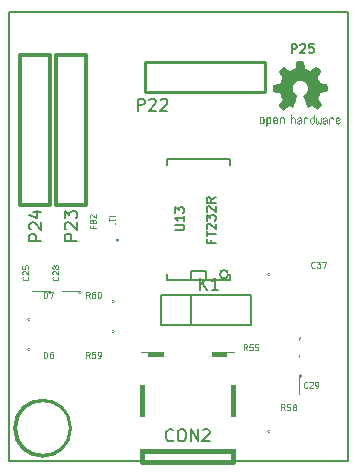
<source format=gto>
G04 (created by PCBNEW (2013-07-07 BZR 4022)-stable) date 22/04/2014 18:46:14*
%MOIN*%
G04 Gerber Fmt 3.4, Leading zero omitted, Abs format*
%FSLAX34Y34*%
G01*
G70*
G90*
G04 APERTURE LIST*
%ADD10C,0.00590551*%
%ADD11C,0.015*%
%ADD12C,0.005*%
%ADD13C,0.0039*%
%ADD14C,0.012*%
%ADD15C,0.01*%
%ADD16C,0.006*%
%ADD17C,0.0001*%
%ADD18C,0.008*%
%ADD19C,0.0043*%
%ADD20R,0.0317X0.1026*%
%ADD21R,0.0907X0.1104*%
%ADD22R,0.0829X0.028*%
%ADD23R,0.047X0.067*%
%ADD24R,0.067X0.047*%
%ADD25C,0.0907402*%
%ADD26R,0.072X0.072*%
%ADD27C,0.072*%
%ADD28R,0.0789291X0.149795*%
%ADD29C,0.172*%
G04 APERTURE END LIST*
G54D10*
X72755Y-45511D02*
X84055Y-45511D01*
X72755Y-60472D02*
X72755Y-45511D01*
X84055Y-60472D02*
X72755Y-60472D01*
X84055Y-45511D02*
X84055Y-60472D01*
G54D11*
X77184Y-60117D02*
X80216Y-60117D01*
X77184Y-60511D02*
X80216Y-60511D01*
X80216Y-60511D02*
X80216Y-56889D01*
X80216Y-56889D02*
X77184Y-56889D01*
X77184Y-56889D02*
X77184Y-60511D01*
G54D12*
X80048Y-54244D02*
G75*
G03X80048Y-54244I-141J0D01*
G74*
G01*
X78807Y-54444D02*
X78807Y-54144D01*
X78807Y-54144D02*
X79307Y-54144D01*
X79307Y-54144D02*
X79307Y-54444D01*
X80107Y-50394D02*
X80107Y-54444D01*
X78007Y-54444D02*
X78007Y-50394D01*
X78007Y-54444D02*
X80107Y-54444D01*
X78007Y-50394D02*
X80107Y-50394D01*
G54D13*
X76257Y-55144D02*
G75*
G03X76257Y-55144I-50J0D01*
G74*
G01*
X75757Y-55144D02*
X76157Y-55144D01*
X76157Y-55144D02*
X76157Y-55744D01*
X76157Y-55744D02*
X75757Y-55744D01*
X75357Y-55744D02*
X74957Y-55744D01*
X74957Y-55744D02*
X74957Y-55144D01*
X74957Y-55144D02*
X75357Y-55144D01*
X76407Y-53094D02*
G75*
G03X76407Y-53094I-50J0D01*
G74*
G01*
X76357Y-52644D02*
X76357Y-53044D01*
X76357Y-53044D02*
X75757Y-53044D01*
X75757Y-53044D02*
X75757Y-52644D01*
X75757Y-52244D02*
X75757Y-51844D01*
X75757Y-51844D02*
X76357Y-51844D01*
X76357Y-51844D02*
X76357Y-52244D01*
X73457Y-55744D02*
G75*
G03X73457Y-55744I-50J0D01*
G74*
G01*
X73857Y-55744D02*
X73457Y-55744D01*
X73457Y-55744D02*
X73457Y-55144D01*
X73457Y-55144D02*
X73857Y-55144D01*
X74257Y-55144D02*
X74657Y-55144D01*
X74657Y-55144D02*
X74657Y-55744D01*
X74657Y-55744D02*
X74257Y-55744D01*
X73457Y-56744D02*
G75*
G03X73457Y-56744I-50J0D01*
G74*
G01*
X73857Y-56744D02*
X73457Y-56744D01*
X73457Y-56744D02*
X73457Y-56144D01*
X73457Y-56144D02*
X73857Y-56144D01*
X74257Y-56144D02*
X74657Y-56144D01*
X74657Y-56144D02*
X74657Y-56744D01*
X74657Y-56744D02*
X74257Y-56744D01*
X76257Y-56144D02*
G75*
G03X76257Y-56144I-50J0D01*
G74*
G01*
X75757Y-56144D02*
X76157Y-56144D01*
X76157Y-56144D02*
X76157Y-56744D01*
X76157Y-56744D02*
X75757Y-56744D01*
X75357Y-56744D02*
X74957Y-56744D01*
X74957Y-56744D02*
X74957Y-56144D01*
X74957Y-56144D02*
X75357Y-56144D01*
X81457Y-59494D02*
G75*
G03X81457Y-59494I-50J0D01*
G74*
G01*
X81857Y-59494D02*
X81457Y-59494D01*
X81457Y-59494D02*
X81457Y-58894D01*
X81457Y-58894D02*
X81857Y-58894D01*
X82257Y-58894D02*
X82657Y-58894D01*
X82657Y-58894D02*
X82657Y-59494D01*
X82657Y-59494D02*
X82257Y-59494D01*
X82507Y-57644D02*
G75*
G03X82507Y-57644I-50J0D01*
G74*
G01*
X82007Y-57644D02*
X82407Y-57644D01*
X82407Y-57644D02*
X82407Y-58244D01*
X82407Y-58244D02*
X82007Y-58244D01*
X81607Y-58244D02*
X81207Y-58244D01*
X81207Y-58244D02*
X81207Y-57644D01*
X81207Y-57644D02*
X81607Y-57644D01*
X82507Y-56394D02*
G75*
G03X82507Y-56394I-50J0D01*
G74*
G01*
X82007Y-56394D02*
X82407Y-56394D01*
X82407Y-56394D02*
X82407Y-56994D01*
X82407Y-56994D02*
X82007Y-56994D01*
X81607Y-56994D02*
X81207Y-56994D01*
X81207Y-56994D02*
X81207Y-56394D01*
X81207Y-56394D02*
X81607Y-56394D01*
X81457Y-54244D02*
G75*
G03X81457Y-54244I-50J0D01*
G74*
G01*
X81857Y-54244D02*
X81457Y-54244D01*
X81457Y-54244D02*
X81457Y-53644D01*
X81457Y-53644D02*
X81857Y-53644D01*
X82257Y-53644D02*
X82657Y-53644D01*
X82657Y-53644D02*
X82657Y-54244D01*
X82657Y-54244D02*
X82257Y-54244D01*
X74157Y-54844D02*
G75*
G03X74157Y-54844I-50J0D01*
G74*
G01*
X74107Y-54394D02*
X74107Y-54794D01*
X74107Y-54794D02*
X73507Y-54794D01*
X73507Y-54794D02*
X73507Y-54394D01*
X73507Y-53994D02*
X73507Y-53594D01*
X73507Y-53594D02*
X74107Y-53594D01*
X74107Y-53594D02*
X74107Y-53994D01*
X75157Y-54844D02*
G75*
G03X75157Y-54844I-50J0D01*
G74*
G01*
X75107Y-54394D02*
X75107Y-54794D01*
X75107Y-54794D02*
X74507Y-54794D01*
X74507Y-54794D02*
X74507Y-54394D01*
X74507Y-53994D02*
X74507Y-53594D01*
X74507Y-53594D02*
X75107Y-53594D01*
X75107Y-53594D02*
X75107Y-53994D01*
G54D14*
X74307Y-51944D02*
X75307Y-51944D01*
X75307Y-46944D02*
X74307Y-46944D01*
X74307Y-51944D02*
X74307Y-46944D01*
X75307Y-46944D02*
X75307Y-51944D01*
X73107Y-51944D02*
X74107Y-51944D01*
X74107Y-46944D02*
X73107Y-46944D01*
X73107Y-51944D02*
X73107Y-46944D01*
X74107Y-46944D02*
X74107Y-51944D01*
G54D15*
X81291Y-48177D02*
X77291Y-48177D01*
X81291Y-47177D02*
X77291Y-47177D01*
X77291Y-47177D02*
X77291Y-48177D01*
X81291Y-48177D02*
X81291Y-47177D01*
G54D11*
X74758Y-59370D02*
G75*
G03X74758Y-59370I-900J0D01*
G74*
G01*
G54D16*
X77807Y-55944D02*
X77807Y-54944D01*
X77807Y-54944D02*
X80807Y-54944D01*
X80807Y-54944D02*
X80807Y-55944D01*
X80807Y-55944D02*
X77807Y-55944D01*
X78807Y-54944D02*
X78807Y-55944D01*
G54D17*
G36*
X82354Y-47141D02*
X82364Y-47141D01*
X82364Y-47151D01*
X82354Y-47151D01*
X82354Y-47141D01*
X82354Y-47141D01*
G37*
G36*
X82364Y-47141D02*
X82374Y-47141D01*
X82374Y-47151D01*
X82364Y-47151D01*
X82364Y-47141D01*
X82364Y-47141D01*
G37*
G36*
X82374Y-47141D02*
X82384Y-47141D01*
X82384Y-47151D01*
X82374Y-47151D01*
X82374Y-47141D01*
X82374Y-47141D01*
G37*
G36*
X82384Y-47141D02*
X82394Y-47141D01*
X82394Y-47151D01*
X82384Y-47151D01*
X82384Y-47141D01*
X82384Y-47141D01*
G37*
G36*
X82394Y-47141D02*
X82404Y-47141D01*
X82404Y-47151D01*
X82394Y-47151D01*
X82394Y-47141D01*
X82394Y-47141D01*
G37*
G36*
X82404Y-47141D02*
X82414Y-47141D01*
X82414Y-47151D01*
X82404Y-47151D01*
X82404Y-47141D01*
X82404Y-47141D01*
G37*
G36*
X82414Y-47141D02*
X82424Y-47141D01*
X82424Y-47151D01*
X82414Y-47151D01*
X82414Y-47141D01*
X82414Y-47141D01*
G37*
G36*
X82424Y-47141D02*
X82434Y-47141D01*
X82434Y-47151D01*
X82424Y-47151D01*
X82424Y-47141D01*
X82424Y-47141D01*
G37*
G36*
X82434Y-47141D02*
X82444Y-47141D01*
X82444Y-47151D01*
X82434Y-47151D01*
X82434Y-47141D01*
X82434Y-47141D01*
G37*
G36*
X82444Y-47141D02*
X82454Y-47141D01*
X82454Y-47151D01*
X82444Y-47151D01*
X82444Y-47141D01*
X82444Y-47141D01*
G37*
G36*
X82454Y-47141D02*
X82464Y-47141D01*
X82464Y-47151D01*
X82454Y-47151D01*
X82454Y-47141D01*
X82454Y-47141D01*
G37*
G36*
X82464Y-47141D02*
X82474Y-47141D01*
X82474Y-47151D01*
X82464Y-47151D01*
X82464Y-47141D01*
X82464Y-47141D01*
G37*
G36*
X82474Y-47141D02*
X82484Y-47141D01*
X82484Y-47151D01*
X82474Y-47151D01*
X82474Y-47141D01*
X82474Y-47141D01*
G37*
G36*
X82484Y-47141D02*
X82494Y-47141D01*
X82494Y-47151D01*
X82484Y-47151D01*
X82484Y-47141D01*
X82484Y-47141D01*
G37*
G36*
X82494Y-47141D02*
X82504Y-47141D01*
X82504Y-47151D01*
X82494Y-47151D01*
X82494Y-47141D01*
X82494Y-47141D01*
G37*
G36*
X82504Y-47141D02*
X82514Y-47141D01*
X82514Y-47151D01*
X82504Y-47151D01*
X82504Y-47141D01*
X82504Y-47141D01*
G37*
G36*
X82514Y-47141D02*
X82524Y-47141D01*
X82524Y-47151D01*
X82514Y-47151D01*
X82514Y-47141D01*
X82514Y-47141D01*
G37*
G36*
X82524Y-47141D02*
X82534Y-47141D01*
X82534Y-47151D01*
X82524Y-47151D01*
X82524Y-47141D01*
X82524Y-47141D01*
G37*
G36*
X82534Y-47141D02*
X82544Y-47141D01*
X82544Y-47151D01*
X82534Y-47151D01*
X82534Y-47141D01*
X82534Y-47141D01*
G37*
G36*
X82544Y-47141D02*
X82554Y-47141D01*
X82554Y-47151D01*
X82544Y-47151D01*
X82544Y-47141D01*
X82544Y-47141D01*
G37*
G36*
X82334Y-47151D02*
X82344Y-47151D01*
X82344Y-47161D01*
X82334Y-47161D01*
X82334Y-47151D01*
X82334Y-47151D01*
G37*
G36*
X82344Y-47151D02*
X82354Y-47151D01*
X82354Y-47161D01*
X82344Y-47161D01*
X82344Y-47151D01*
X82344Y-47151D01*
G37*
G36*
X82354Y-47151D02*
X82364Y-47151D01*
X82364Y-47161D01*
X82354Y-47161D01*
X82354Y-47151D01*
X82354Y-47151D01*
G37*
G36*
X82364Y-47151D02*
X82374Y-47151D01*
X82374Y-47161D01*
X82364Y-47161D01*
X82364Y-47151D01*
X82364Y-47151D01*
G37*
G36*
X82374Y-47151D02*
X82384Y-47151D01*
X82384Y-47161D01*
X82374Y-47161D01*
X82374Y-47151D01*
X82374Y-47151D01*
G37*
G36*
X82384Y-47151D02*
X82394Y-47151D01*
X82394Y-47161D01*
X82384Y-47161D01*
X82384Y-47151D01*
X82384Y-47151D01*
G37*
G36*
X82394Y-47151D02*
X82404Y-47151D01*
X82404Y-47161D01*
X82394Y-47161D01*
X82394Y-47151D01*
X82394Y-47151D01*
G37*
G36*
X82404Y-47151D02*
X82414Y-47151D01*
X82414Y-47161D01*
X82404Y-47161D01*
X82404Y-47151D01*
X82404Y-47151D01*
G37*
G36*
X82414Y-47151D02*
X82424Y-47151D01*
X82424Y-47161D01*
X82414Y-47161D01*
X82414Y-47151D01*
X82414Y-47151D01*
G37*
G36*
X82424Y-47151D02*
X82434Y-47151D01*
X82434Y-47161D01*
X82424Y-47161D01*
X82424Y-47151D01*
X82424Y-47151D01*
G37*
G36*
X82434Y-47151D02*
X82444Y-47151D01*
X82444Y-47161D01*
X82434Y-47161D01*
X82434Y-47151D01*
X82434Y-47151D01*
G37*
G36*
X82444Y-47151D02*
X82454Y-47151D01*
X82454Y-47161D01*
X82444Y-47161D01*
X82444Y-47151D01*
X82444Y-47151D01*
G37*
G36*
X82454Y-47151D02*
X82464Y-47151D01*
X82464Y-47161D01*
X82454Y-47161D01*
X82454Y-47151D01*
X82454Y-47151D01*
G37*
G36*
X82464Y-47151D02*
X82474Y-47151D01*
X82474Y-47161D01*
X82464Y-47161D01*
X82464Y-47151D01*
X82464Y-47151D01*
G37*
G36*
X82474Y-47151D02*
X82484Y-47151D01*
X82484Y-47161D01*
X82474Y-47161D01*
X82474Y-47151D01*
X82474Y-47151D01*
G37*
G36*
X82484Y-47151D02*
X82494Y-47151D01*
X82494Y-47161D01*
X82484Y-47161D01*
X82484Y-47151D01*
X82484Y-47151D01*
G37*
G36*
X82494Y-47151D02*
X82504Y-47151D01*
X82504Y-47161D01*
X82494Y-47161D01*
X82494Y-47151D01*
X82494Y-47151D01*
G37*
G36*
X82504Y-47151D02*
X82514Y-47151D01*
X82514Y-47161D01*
X82504Y-47161D01*
X82504Y-47151D01*
X82504Y-47151D01*
G37*
G36*
X82514Y-47151D02*
X82524Y-47151D01*
X82524Y-47161D01*
X82514Y-47161D01*
X82514Y-47151D01*
X82514Y-47151D01*
G37*
G36*
X82524Y-47151D02*
X82534Y-47151D01*
X82534Y-47161D01*
X82524Y-47161D01*
X82524Y-47151D01*
X82524Y-47151D01*
G37*
G36*
X82534Y-47151D02*
X82544Y-47151D01*
X82544Y-47161D01*
X82534Y-47161D01*
X82534Y-47151D01*
X82534Y-47151D01*
G37*
G36*
X82544Y-47151D02*
X82554Y-47151D01*
X82554Y-47161D01*
X82544Y-47161D01*
X82544Y-47151D01*
X82544Y-47151D01*
G37*
G36*
X82554Y-47151D02*
X82564Y-47151D01*
X82564Y-47161D01*
X82554Y-47161D01*
X82554Y-47151D01*
X82554Y-47151D01*
G37*
G36*
X82564Y-47151D02*
X82574Y-47151D01*
X82574Y-47161D01*
X82564Y-47161D01*
X82564Y-47151D01*
X82564Y-47151D01*
G37*
G36*
X82324Y-47161D02*
X82334Y-47161D01*
X82334Y-47171D01*
X82324Y-47171D01*
X82324Y-47161D01*
X82324Y-47161D01*
G37*
G36*
X82334Y-47161D02*
X82344Y-47161D01*
X82344Y-47171D01*
X82334Y-47171D01*
X82334Y-47161D01*
X82334Y-47161D01*
G37*
G36*
X82344Y-47161D02*
X82354Y-47161D01*
X82354Y-47171D01*
X82344Y-47171D01*
X82344Y-47161D01*
X82344Y-47161D01*
G37*
G36*
X82354Y-47161D02*
X82364Y-47161D01*
X82364Y-47171D01*
X82354Y-47171D01*
X82354Y-47161D01*
X82354Y-47161D01*
G37*
G36*
X82364Y-47161D02*
X82374Y-47161D01*
X82374Y-47171D01*
X82364Y-47171D01*
X82364Y-47161D01*
X82364Y-47161D01*
G37*
G36*
X82374Y-47161D02*
X82384Y-47161D01*
X82384Y-47171D01*
X82374Y-47171D01*
X82374Y-47161D01*
X82374Y-47161D01*
G37*
G36*
X82384Y-47161D02*
X82394Y-47161D01*
X82394Y-47171D01*
X82384Y-47171D01*
X82384Y-47161D01*
X82384Y-47161D01*
G37*
G36*
X82394Y-47161D02*
X82404Y-47161D01*
X82404Y-47171D01*
X82394Y-47171D01*
X82394Y-47161D01*
X82394Y-47161D01*
G37*
G36*
X82404Y-47161D02*
X82414Y-47161D01*
X82414Y-47171D01*
X82404Y-47171D01*
X82404Y-47161D01*
X82404Y-47161D01*
G37*
G36*
X82414Y-47161D02*
X82424Y-47161D01*
X82424Y-47171D01*
X82414Y-47171D01*
X82414Y-47161D01*
X82414Y-47161D01*
G37*
G36*
X82424Y-47161D02*
X82434Y-47161D01*
X82434Y-47171D01*
X82424Y-47171D01*
X82424Y-47161D01*
X82424Y-47161D01*
G37*
G36*
X82434Y-47161D02*
X82444Y-47161D01*
X82444Y-47171D01*
X82434Y-47171D01*
X82434Y-47161D01*
X82434Y-47161D01*
G37*
G36*
X82444Y-47161D02*
X82454Y-47161D01*
X82454Y-47171D01*
X82444Y-47171D01*
X82444Y-47161D01*
X82444Y-47161D01*
G37*
G36*
X82454Y-47161D02*
X82464Y-47161D01*
X82464Y-47171D01*
X82454Y-47171D01*
X82454Y-47161D01*
X82454Y-47161D01*
G37*
G36*
X82464Y-47161D02*
X82474Y-47161D01*
X82474Y-47171D01*
X82464Y-47171D01*
X82464Y-47161D01*
X82464Y-47161D01*
G37*
G36*
X82474Y-47161D02*
X82484Y-47161D01*
X82484Y-47171D01*
X82474Y-47171D01*
X82474Y-47161D01*
X82474Y-47161D01*
G37*
G36*
X82484Y-47161D02*
X82494Y-47161D01*
X82494Y-47171D01*
X82484Y-47171D01*
X82484Y-47161D01*
X82484Y-47161D01*
G37*
G36*
X82494Y-47161D02*
X82504Y-47161D01*
X82504Y-47171D01*
X82494Y-47171D01*
X82494Y-47161D01*
X82494Y-47161D01*
G37*
G36*
X82504Y-47161D02*
X82514Y-47161D01*
X82514Y-47171D01*
X82504Y-47171D01*
X82504Y-47161D01*
X82504Y-47161D01*
G37*
G36*
X82514Y-47161D02*
X82524Y-47161D01*
X82524Y-47171D01*
X82514Y-47171D01*
X82514Y-47161D01*
X82514Y-47161D01*
G37*
G36*
X82524Y-47161D02*
X82534Y-47161D01*
X82534Y-47171D01*
X82524Y-47171D01*
X82524Y-47161D01*
X82524Y-47161D01*
G37*
G36*
X82534Y-47161D02*
X82544Y-47161D01*
X82544Y-47171D01*
X82534Y-47171D01*
X82534Y-47161D01*
X82534Y-47161D01*
G37*
G36*
X82544Y-47161D02*
X82554Y-47161D01*
X82554Y-47171D01*
X82544Y-47171D01*
X82544Y-47161D01*
X82544Y-47161D01*
G37*
G36*
X82554Y-47161D02*
X82564Y-47161D01*
X82564Y-47171D01*
X82554Y-47171D01*
X82554Y-47161D01*
X82554Y-47161D01*
G37*
G36*
X82564Y-47161D02*
X82574Y-47161D01*
X82574Y-47171D01*
X82564Y-47171D01*
X82564Y-47161D01*
X82564Y-47161D01*
G37*
G36*
X82324Y-47171D02*
X82334Y-47171D01*
X82334Y-47181D01*
X82324Y-47181D01*
X82324Y-47171D01*
X82324Y-47171D01*
G37*
G36*
X82334Y-47171D02*
X82344Y-47171D01*
X82344Y-47181D01*
X82334Y-47181D01*
X82334Y-47171D01*
X82334Y-47171D01*
G37*
G36*
X82344Y-47171D02*
X82354Y-47171D01*
X82354Y-47181D01*
X82344Y-47181D01*
X82344Y-47171D01*
X82344Y-47171D01*
G37*
G36*
X82354Y-47171D02*
X82364Y-47171D01*
X82364Y-47181D01*
X82354Y-47181D01*
X82354Y-47171D01*
X82354Y-47171D01*
G37*
G36*
X82364Y-47171D02*
X82374Y-47171D01*
X82374Y-47181D01*
X82364Y-47181D01*
X82364Y-47171D01*
X82364Y-47171D01*
G37*
G36*
X82374Y-47171D02*
X82384Y-47171D01*
X82384Y-47181D01*
X82374Y-47181D01*
X82374Y-47171D01*
X82374Y-47171D01*
G37*
G36*
X82384Y-47171D02*
X82394Y-47171D01*
X82394Y-47181D01*
X82384Y-47181D01*
X82384Y-47171D01*
X82384Y-47171D01*
G37*
G36*
X82394Y-47171D02*
X82404Y-47171D01*
X82404Y-47181D01*
X82394Y-47181D01*
X82394Y-47171D01*
X82394Y-47171D01*
G37*
G36*
X82404Y-47171D02*
X82414Y-47171D01*
X82414Y-47181D01*
X82404Y-47181D01*
X82404Y-47171D01*
X82404Y-47171D01*
G37*
G36*
X82414Y-47171D02*
X82424Y-47171D01*
X82424Y-47181D01*
X82414Y-47181D01*
X82414Y-47171D01*
X82414Y-47171D01*
G37*
G36*
X82424Y-47171D02*
X82434Y-47171D01*
X82434Y-47181D01*
X82424Y-47181D01*
X82424Y-47171D01*
X82424Y-47171D01*
G37*
G36*
X82434Y-47171D02*
X82444Y-47171D01*
X82444Y-47181D01*
X82434Y-47181D01*
X82434Y-47171D01*
X82434Y-47171D01*
G37*
G36*
X82444Y-47171D02*
X82454Y-47171D01*
X82454Y-47181D01*
X82444Y-47181D01*
X82444Y-47171D01*
X82444Y-47171D01*
G37*
G36*
X82454Y-47171D02*
X82464Y-47171D01*
X82464Y-47181D01*
X82454Y-47181D01*
X82454Y-47171D01*
X82454Y-47171D01*
G37*
G36*
X82464Y-47171D02*
X82474Y-47171D01*
X82474Y-47181D01*
X82464Y-47181D01*
X82464Y-47171D01*
X82464Y-47171D01*
G37*
G36*
X82474Y-47171D02*
X82484Y-47171D01*
X82484Y-47181D01*
X82474Y-47181D01*
X82474Y-47171D01*
X82474Y-47171D01*
G37*
G36*
X82484Y-47171D02*
X82494Y-47171D01*
X82494Y-47181D01*
X82484Y-47181D01*
X82484Y-47171D01*
X82484Y-47171D01*
G37*
G36*
X82494Y-47171D02*
X82504Y-47171D01*
X82504Y-47181D01*
X82494Y-47181D01*
X82494Y-47171D01*
X82494Y-47171D01*
G37*
G36*
X82504Y-47171D02*
X82514Y-47171D01*
X82514Y-47181D01*
X82504Y-47181D01*
X82504Y-47171D01*
X82504Y-47171D01*
G37*
G36*
X82514Y-47171D02*
X82524Y-47171D01*
X82524Y-47181D01*
X82514Y-47181D01*
X82514Y-47171D01*
X82514Y-47171D01*
G37*
G36*
X82524Y-47171D02*
X82534Y-47171D01*
X82534Y-47181D01*
X82524Y-47181D01*
X82524Y-47171D01*
X82524Y-47171D01*
G37*
G36*
X82534Y-47171D02*
X82544Y-47171D01*
X82544Y-47181D01*
X82534Y-47181D01*
X82534Y-47171D01*
X82534Y-47171D01*
G37*
G36*
X82544Y-47171D02*
X82554Y-47171D01*
X82554Y-47181D01*
X82544Y-47181D01*
X82544Y-47171D01*
X82544Y-47171D01*
G37*
G36*
X82554Y-47171D02*
X82564Y-47171D01*
X82564Y-47181D01*
X82554Y-47181D01*
X82554Y-47171D01*
X82554Y-47171D01*
G37*
G36*
X82564Y-47171D02*
X82574Y-47171D01*
X82574Y-47181D01*
X82564Y-47181D01*
X82564Y-47171D01*
X82564Y-47171D01*
G37*
G36*
X82324Y-47181D02*
X82334Y-47181D01*
X82334Y-47191D01*
X82324Y-47191D01*
X82324Y-47181D01*
X82324Y-47181D01*
G37*
G36*
X82334Y-47181D02*
X82344Y-47181D01*
X82344Y-47191D01*
X82334Y-47191D01*
X82334Y-47181D01*
X82334Y-47181D01*
G37*
G36*
X82344Y-47181D02*
X82354Y-47181D01*
X82354Y-47191D01*
X82344Y-47191D01*
X82344Y-47181D01*
X82344Y-47181D01*
G37*
G36*
X82354Y-47181D02*
X82364Y-47181D01*
X82364Y-47191D01*
X82354Y-47191D01*
X82354Y-47181D01*
X82354Y-47181D01*
G37*
G36*
X82364Y-47181D02*
X82374Y-47181D01*
X82374Y-47191D01*
X82364Y-47191D01*
X82364Y-47181D01*
X82364Y-47181D01*
G37*
G36*
X82374Y-47181D02*
X82384Y-47181D01*
X82384Y-47191D01*
X82374Y-47191D01*
X82374Y-47181D01*
X82374Y-47181D01*
G37*
G36*
X82384Y-47181D02*
X82394Y-47181D01*
X82394Y-47191D01*
X82384Y-47191D01*
X82384Y-47181D01*
X82384Y-47181D01*
G37*
G36*
X82394Y-47181D02*
X82404Y-47181D01*
X82404Y-47191D01*
X82394Y-47191D01*
X82394Y-47181D01*
X82394Y-47181D01*
G37*
G36*
X82404Y-47181D02*
X82414Y-47181D01*
X82414Y-47191D01*
X82404Y-47191D01*
X82404Y-47181D01*
X82404Y-47181D01*
G37*
G36*
X82414Y-47181D02*
X82424Y-47181D01*
X82424Y-47191D01*
X82414Y-47191D01*
X82414Y-47181D01*
X82414Y-47181D01*
G37*
G36*
X82424Y-47181D02*
X82434Y-47181D01*
X82434Y-47191D01*
X82424Y-47191D01*
X82424Y-47181D01*
X82424Y-47181D01*
G37*
G36*
X82434Y-47181D02*
X82444Y-47181D01*
X82444Y-47191D01*
X82434Y-47191D01*
X82434Y-47181D01*
X82434Y-47181D01*
G37*
G36*
X82444Y-47181D02*
X82454Y-47181D01*
X82454Y-47191D01*
X82444Y-47191D01*
X82444Y-47181D01*
X82444Y-47181D01*
G37*
G36*
X82454Y-47181D02*
X82464Y-47181D01*
X82464Y-47191D01*
X82454Y-47191D01*
X82454Y-47181D01*
X82454Y-47181D01*
G37*
G36*
X82464Y-47181D02*
X82474Y-47181D01*
X82474Y-47191D01*
X82464Y-47191D01*
X82464Y-47181D01*
X82464Y-47181D01*
G37*
G36*
X82474Y-47181D02*
X82484Y-47181D01*
X82484Y-47191D01*
X82474Y-47191D01*
X82474Y-47181D01*
X82474Y-47181D01*
G37*
G36*
X82484Y-47181D02*
X82494Y-47181D01*
X82494Y-47191D01*
X82484Y-47191D01*
X82484Y-47181D01*
X82484Y-47181D01*
G37*
G36*
X82494Y-47181D02*
X82504Y-47181D01*
X82504Y-47191D01*
X82494Y-47191D01*
X82494Y-47181D01*
X82494Y-47181D01*
G37*
G36*
X82504Y-47181D02*
X82514Y-47181D01*
X82514Y-47191D01*
X82504Y-47191D01*
X82504Y-47181D01*
X82504Y-47181D01*
G37*
G36*
X82514Y-47181D02*
X82524Y-47181D01*
X82524Y-47191D01*
X82514Y-47191D01*
X82514Y-47181D01*
X82514Y-47181D01*
G37*
G36*
X82524Y-47181D02*
X82534Y-47181D01*
X82534Y-47191D01*
X82524Y-47191D01*
X82524Y-47181D01*
X82524Y-47181D01*
G37*
G36*
X82534Y-47181D02*
X82544Y-47181D01*
X82544Y-47191D01*
X82534Y-47191D01*
X82534Y-47181D01*
X82534Y-47181D01*
G37*
G36*
X82544Y-47181D02*
X82554Y-47181D01*
X82554Y-47191D01*
X82544Y-47191D01*
X82544Y-47181D01*
X82544Y-47181D01*
G37*
G36*
X82554Y-47181D02*
X82564Y-47181D01*
X82564Y-47191D01*
X82554Y-47191D01*
X82554Y-47181D01*
X82554Y-47181D01*
G37*
G36*
X82564Y-47181D02*
X82574Y-47181D01*
X82574Y-47191D01*
X82564Y-47191D01*
X82564Y-47181D01*
X82564Y-47181D01*
G37*
G36*
X82324Y-47191D02*
X82334Y-47191D01*
X82334Y-47201D01*
X82324Y-47201D01*
X82324Y-47191D01*
X82324Y-47191D01*
G37*
G36*
X82334Y-47191D02*
X82344Y-47191D01*
X82344Y-47201D01*
X82334Y-47201D01*
X82334Y-47191D01*
X82334Y-47191D01*
G37*
G36*
X82344Y-47191D02*
X82354Y-47191D01*
X82354Y-47201D01*
X82344Y-47201D01*
X82344Y-47191D01*
X82344Y-47191D01*
G37*
G36*
X82354Y-47191D02*
X82364Y-47191D01*
X82364Y-47201D01*
X82354Y-47201D01*
X82354Y-47191D01*
X82354Y-47191D01*
G37*
G36*
X82364Y-47191D02*
X82374Y-47191D01*
X82374Y-47201D01*
X82364Y-47201D01*
X82364Y-47191D01*
X82364Y-47191D01*
G37*
G36*
X82374Y-47191D02*
X82384Y-47191D01*
X82384Y-47201D01*
X82374Y-47201D01*
X82374Y-47191D01*
X82374Y-47191D01*
G37*
G36*
X82384Y-47191D02*
X82394Y-47191D01*
X82394Y-47201D01*
X82384Y-47201D01*
X82384Y-47191D01*
X82384Y-47191D01*
G37*
G36*
X82394Y-47191D02*
X82404Y-47191D01*
X82404Y-47201D01*
X82394Y-47201D01*
X82394Y-47191D01*
X82394Y-47191D01*
G37*
G36*
X82404Y-47191D02*
X82414Y-47191D01*
X82414Y-47201D01*
X82404Y-47201D01*
X82404Y-47191D01*
X82404Y-47191D01*
G37*
G36*
X82414Y-47191D02*
X82424Y-47191D01*
X82424Y-47201D01*
X82414Y-47201D01*
X82414Y-47191D01*
X82414Y-47191D01*
G37*
G36*
X82424Y-47191D02*
X82434Y-47191D01*
X82434Y-47201D01*
X82424Y-47201D01*
X82424Y-47191D01*
X82424Y-47191D01*
G37*
G36*
X82434Y-47191D02*
X82444Y-47191D01*
X82444Y-47201D01*
X82434Y-47201D01*
X82434Y-47191D01*
X82434Y-47191D01*
G37*
G36*
X82444Y-47191D02*
X82454Y-47191D01*
X82454Y-47201D01*
X82444Y-47201D01*
X82444Y-47191D01*
X82444Y-47191D01*
G37*
G36*
X82454Y-47191D02*
X82464Y-47191D01*
X82464Y-47201D01*
X82454Y-47201D01*
X82454Y-47191D01*
X82454Y-47191D01*
G37*
G36*
X82464Y-47191D02*
X82474Y-47191D01*
X82474Y-47201D01*
X82464Y-47201D01*
X82464Y-47191D01*
X82464Y-47191D01*
G37*
G36*
X82474Y-47191D02*
X82484Y-47191D01*
X82484Y-47201D01*
X82474Y-47201D01*
X82474Y-47191D01*
X82474Y-47191D01*
G37*
G36*
X82484Y-47191D02*
X82494Y-47191D01*
X82494Y-47201D01*
X82484Y-47201D01*
X82484Y-47191D01*
X82484Y-47191D01*
G37*
G36*
X82494Y-47191D02*
X82504Y-47191D01*
X82504Y-47201D01*
X82494Y-47201D01*
X82494Y-47191D01*
X82494Y-47191D01*
G37*
G36*
X82504Y-47191D02*
X82514Y-47191D01*
X82514Y-47201D01*
X82504Y-47201D01*
X82504Y-47191D01*
X82504Y-47191D01*
G37*
G36*
X82514Y-47191D02*
X82524Y-47191D01*
X82524Y-47201D01*
X82514Y-47201D01*
X82514Y-47191D01*
X82514Y-47191D01*
G37*
G36*
X82524Y-47191D02*
X82534Y-47191D01*
X82534Y-47201D01*
X82524Y-47201D01*
X82524Y-47191D01*
X82524Y-47191D01*
G37*
G36*
X82534Y-47191D02*
X82544Y-47191D01*
X82544Y-47201D01*
X82534Y-47201D01*
X82534Y-47191D01*
X82534Y-47191D01*
G37*
G36*
X82544Y-47191D02*
X82554Y-47191D01*
X82554Y-47201D01*
X82544Y-47201D01*
X82544Y-47191D01*
X82544Y-47191D01*
G37*
G36*
X82554Y-47191D02*
X82564Y-47191D01*
X82564Y-47201D01*
X82554Y-47201D01*
X82554Y-47191D01*
X82554Y-47191D01*
G37*
G36*
X82564Y-47191D02*
X82574Y-47191D01*
X82574Y-47201D01*
X82564Y-47201D01*
X82564Y-47191D01*
X82564Y-47191D01*
G37*
G36*
X82314Y-47201D02*
X82324Y-47201D01*
X82324Y-47211D01*
X82314Y-47211D01*
X82314Y-47201D01*
X82314Y-47201D01*
G37*
G36*
X82324Y-47201D02*
X82334Y-47201D01*
X82334Y-47211D01*
X82324Y-47211D01*
X82324Y-47201D01*
X82324Y-47201D01*
G37*
G36*
X82334Y-47201D02*
X82344Y-47201D01*
X82344Y-47211D01*
X82334Y-47211D01*
X82334Y-47201D01*
X82334Y-47201D01*
G37*
G36*
X82344Y-47201D02*
X82354Y-47201D01*
X82354Y-47211D01*
X82344Y-47211D01*
X82344Y-47201D01*
X82344Y-47201D01*
G37*
G36*
X82354Y-47201D02*
X82364Y-47201D01*
X82364Y-47211D01*
X82354Y-47211D01*
X82354Y-47201D01*
X82354Y-47201D01*
G37*
G36*
X82364Y-47201D02*
X82374Y-47201D01*
X82374Y-47211D01*
X82364Y-47211D01*
X82364Y-47201D01*
X82364Y-47201D01*
G37*
G36*
X82374Y-47201D02*
X82384Y-47201D01*
X82384Y-47211D01*
X82374Y-47211D01*
X82374Y-47201D01*
X82374Y-47201D01*
G37*
G36*
X82384Y-47201D02*
X82394Y-47201D01*
X82394Y-47211D01*
X82384Y-47211D01*
X82384Y-47201D01*
X82384Y-47201D01*
G37*
G36*
X82394Y-47201D02*
X82404Y-47201D01*
X82404Y-47211D01*
X82394Y-47211D01*
X82394Y-47201D01*
X82394Y-47201D01*
G37*
G36*
X82404Y-47201D02*
X82414Y-47201D01*
X82414Y-47211D01*
X82404Y-47211D01*
X82404Y-47201D01*
X82404Y-47201D01*
G37*
G36*
X82414Y-47201D02*
X82424Y-47201D01*
X82424Y-47211D01*
X82414Y-47211D01*
X82414Y-47201D01*
X82414Y-47201D01*
G37*
G36*
X82424Y-47201D02*
X82434Y-47201D01*
X82434Y-47211D01*
X82424Y-47211D01*
X82424Y-47201D01*
X82424Y-47201D01*
G37*
G36*
X82434Y-47201D02*
X82444Y-47201D01*
X82444Y-47211D01*
X82434Y-47211D01*
X82434Y-47201D01*
X82434Y-47201D01*
G37*
G36*
X82444Y-47201D02*
X82454Y-47201D01*
X82454Y-47211D01*
X82444Y-47211D01*
X82444Y-47201D01*
X82444Y-47201D01*
G37*
G36*
X82454Y-47201D02*
X82464Y-47201D01*
X82464Y-47211D01*
X82454Y-47211D01*
X82454Y-47201D01*
X82454Y-47201D01*
G37*
G36*
X82464Y-47201D02*
X82474Y-47201D01*
X82474Y-47211D01*
X82464Y-47211D01*
X82464Y-47201D01*
X82464Y-47201D01*
G37*
G36*
X82474Y-47201D02*
X82484Y-47201D01*
X82484Y-47211D01*
X82474Y-47211D01*
X82474Y-47201D01*
X82474Y-47201D01*
G37*
G36*
X82484Y-47201D02*
X82494Y-47201D01*
X82494Y-47211D01*
X82484Y-47211D01*
X82484Y-47201D01*
X82484Y-47201D01*
G37*
G36*
X82494Y-47201D02*
X82504Y-47201D01*
X82504Y-47211D01*
X82494Y-47211D01*
X82494Y-47201D01*
X82494Y-47201D01*
G37*
G36*
X82504Y-47201D02*
X82514Y-47201D01*
X82514Y-47211D01*
X82504Y-47211D01*
X82504Y-47201D01*
X82504Y-47201D01*
G37*
G36*
X82514Y-47201D02*
X82524Y-47201D01*
X82524Y-47211D01*
X82514Y-47211D01*
X82514Y-47201D01*
X82514Y-47201D01*
G37*
G36*
X82524Y-47201D02*
X82534Y-47201D01*
X82534Y-47211D01*
X82524Y-47211D01*
X82524Y-47201D01*
X82524Y-47201D01*
G37*
G36*
X82534Y-47201D02*
X82544Y-47201D01*
X82544Y-47211D01*
X82534Y-47211D01*
X82534Y-47201D01*
X82534Y-47201D01*
G37*
G36*
X82544Y-47201D02*
X82554Y-47201D01*
X82554Y-47211D01*
X82544Y-47211D01*
X82544Y-47201D01*
X82544Y-47201D01*
G37*
G36*
X82554Y-47201D02*
X82564Y-47201D01*
X82564Y-47211D01*
X82554Y-47211D01*
X82554Y-47201D01*
X82554Y-47201D01*
G37*
G36*
X82564Y-47201D02*
X82574Y-47201D01*
X82574Y-47211D01*
X82564Y-47211D01*
X82564Y-47201D01*
X82564Y-47201D01*
G37*
G36*
X82574Y-47201D02*
X82584Y-47201D01*
X82584Y-47211D01*
X82574Y-47211D01*
X82574Y-47201D01*
X82574Y-47201D01*
G37*
G36*
X82314Y-47211D02*
X82324Y-47211D01*
X82324Y-47221D01*
X82314Y-47221D01*
X82314Y-47211D01*
X82314Y-47211D01*
G37*
G36*
X82324Y-47211D02*
X82334Y-47211D01*
X82334Y-47221D01*
X82324Y-47221D01*
X82324Y-47211D01*
X82324Y-47211D01*
G37*
G36*
X82334Y-47211D02*
X82344Y-47211D01*
X82344Y-47221D01*
X82334Y-47221D01*
X82334Y-47211D01*
X82334Y-47211D01*
G37*
G36*
X82344Y-47211D02*
X82354Y-47211D01*
X82354Y-47221D01*
X82344Y-47221D01*
X82344Y-47211D01*
X82344Y-47211D01*
G37*
G36*
X82354Y-47211D02*
X82364Y-47211D01*
X82364Y-47221D01*
X82354Y-47221D01*
X82354Y-47211D01*
X82354Y-47211D01*
G37*
G36*
X82364Y-47211D02*
X82374Y-47211D01*
X82374Y-47221D01*
X82364Y-47221D01*
X82364Y-47211D01*
X82364Y-47211D01*
G37*
G36*
X82374Y-47211D02*
X82384Y-47211D01*
X82384Y-47221D01*
X82374Y-47221D01*
X82374Y-47211D01*
X82374Y-47211D01*
G37*
G36*
X82384Y-47211D02*
X82394Y-47211D01*
X82394Y-47221D01*
X82384Y-47221D01*
X82384Y-47211D01*
X82384Y-47211D01*
G37*
G36*
X82394Y-47211D02*
X82404Y-47211D01*
X82404Y-47221D01*
X82394Y-47221D01*
X82394Y-47211D01*
X82394Y-47211D01*
G37*
G36*
X82404Y-47211D02*
X82414Y-47211D01*
X82414Y-47221D01*
X82404Y-47221D01*
X82404Y-47211D01*
X82404Y-47211D01*
G37*
G36*
X82414Y-47211D02*
X82424Y-47211D01*
X82424Y-47221D01*
X82414Y-47221D01*
X82414Y-47211D01*
X82414Y-47211D01*
G37*
G36*
X82424Y-47211D02*
X82434Y-47211D01*
X82434Y-47221D01*
X82424Y-47221D01*
X82424Y-47211D01*
X82424Y-47211D01*
G37*
G36*
X82434Y-47211D02*
X82444Y-47211D01*
X82444Y-47221D01*
X82434Y-47221D01*
X82434Y-47211D01*
X82434Y-47211D01*
G37*
G36*
X82444Y-47211D02*
X82454Y-47211D01*
X82454Y-47221D01*
X82444Y-47221D01*
X82444Y-47211D01*
X82444Y-47211D01*
G37*
G36*
X82454Y-47211D02*
X82464Y-47211D01*
X82464Y-47221D01*
X82454Y-47221D01*
X82454Y-47211D01*
X82454Y-47211D01*
G37*
G36*
X82464Y-47211D02*
X82474Y-47211D01*
X82474Y-47221D01*
X82464Y-47221D01*
X82464Y-47211D01*
X82464Y-47211D01*
G37*
G36*
X82474Y-47211D02*
X82484Y-47211D01*
X82484Y-47221D01*
X82474Y-47221D01*
X82474Y-47211D01*
X82474Y-47211D01*
G37*
G36*
X82484Y-47211D02*
X82494Y-47211D01*
X82494Y-47221D01*
X82484Y-47221D01*
X82484Y-47211D01*
X82484Y-47211D01*
G37*
G36*
X82494Y-47211D02*
X82504Y-47211D01*
X82504Y-47221D01*
X82494Y-47221D01*
X82494Y-47211D01*
X82494Y-47211D01*
G37*
G36*
X82504Y-47211D02*
X82514Y-47211D01*
X82514Y-47221D01*
X82504Y-47221D01*
X82504Y-47211D01*
X82504Y-47211D01*
G37*
G36*
X82514Y-47211D02*
X82524Y-47211D01*
X82524Y-47221D01*
X82514Y-47221D01*
X82514Y-47211D01*
X82514Y-47211D01*
G37*
G36*
X82524Y-47211D02*
X82534Y-47211D01*
X82534Y-47221D01*
X82524Y-47221D01*
X82524Y-47211D01*
X82524Y-47211D01*
G37*
G36*
X82534Y-47211D02*
X82544Y-47211D01*
X82544Y-47221D01*
X82534Y-47221D01*
X82534Y-47211D01*
X82534Y-47211D01*
G37*
G36*
X82544Y-47211D02*
X82554Y-47211D01*
X82554Y-47221D01*
X82544Y-47221D01*
X82544Y-47211D01*
X82544Y-47211D01*
G37*
G36*
X82554Y-47211D02*
X82564Y-47211D01*
X82564Y-47221D01*
X82554Y-47221D01*
X82554Y-47211D01*
X82554Y-47211D01*
G37*
G36*
X82564Y-47211D02*
X82574Y-47211D01*
X82574Y-47221D01*
X82564Y-47221D01*
X82564Y-47211D01*
X82564Y-47211D01*
G37*
G36*
X82574Y-47211D02*
X82584Y-47211D01*
X82584Y-47221D01*
X82574Y-47221D01*
X82574Y-47211D01*
X82574Y-47211D01*
G37*
G36*
X82314Y-47221D02*
X82324Y-47221D01*
X82324Y-47231D01*
X82314Y-47231D01*
X82314Y-47221D01*
X82314Y-47221D01*
G37*
G36*
X82324Y-47221D02*
X82334Y-47221D01*
X82334Y-47231D01*
X82324Y-47231D01*
X82324Y-47221D01*
X82324Y-47221D01*
G37*
G36*
X82334Y-47221D02*
X82344Y-47221D01*
X82344Y-47231D01*
X82334Y-47231D01*
X82334Y-47221D01*
X82334Y-47221D01*
G37*
G36*
X82344Y-47221D02*
X82354Y-47221D01*
X82354Y-47231D01*
X82344Y-47231D01*
X82344Y-47221D01*
X82344Y-47221D01*
G37*
G36*
X82354Y-47221D02*
X82364Y-47221D01*
X82364Y-47231D01*
X82354Y-47231D01*
X82354Y-47221D01*
X82354Y-47221D01*
G37*
G36*
X82364Y-47221D02*
X82374Y-47221D01*
X82374Y-47231D01*
X82364Y-47231D01*
X82364Y-47221D01*
X82364Y-47221D01*
G37*
G36*
X82374Y-47221D02*
X82384Y-47221D01*
X82384Y-47231D01*
X82374Y-47231D01*
X82374Y-47221D01*
X82374Y-47221D01*
G37*
G36*
X82384Y-47221D02*
X82394Y-47221D01*
X82394Y-47231D01*
X82384Y-47231D01*
X82384Y-47221D01*
X82384Y-47221D01*
G37*
G36*
X82394Y-47221D02*
X82404Y-47221D01*
X82404Y-47231D01*
X82394Y-47231D01*
X82394Y-47221D01*
X82394Y-47221D01*
G37*
G36*
X82404Y-47221D02*
X82414Y-47221D01*
X82414Y-47231D01*
X82404Y-47231D01*
X82404Y-47221D01*
X82404Y-47221D01*
G37*
G36*
X82414Y-47221D02*
X82424Y-47221D01*
X82424Y-47231D01*
X82414Y-47231D01*
X82414Y-47221D01*
X82414Y-47221D01*
G37*
G36*
X82424Y-47221D02*
X82434Y-47221D01*
X82434Y-47231D01*
X82424Y-47231D01*
X82424Y-47221D01*
X82424Y-47221D01*
G37*
G36*
X82434Y-47221D02*
X82444Y-47221D01*
X82444Y-47231D01*
X82434Y-47231D01*
X82434Y-47221D01*
X82434Y-47221D01*
G37*
G36*
X82444Y-47221D02*
X82454Y-47221D01*
X82454Y-47231D01*
X82444Y-47231D01*
X82444Y-47221D01*
X82444Y-47221D01*
G37*
G36*
X82454Y-47221D02*
X82464Y-47221D01*
X82464Y-47231D01*
X82454Y-47231D01*
X82454Y-47221D01*
X82454Y-47221D01*
G37*
G36*
X82464Y-47221D02*
X82474Y-47221D01*
X82474Y-47231D01*
X82464Y-47231D01*
X82464Y-47221D01*
X82464Y-47221D01*
G37*
G36*
X82474Y-47221D02*
X82484Y-47221D01*
X82484Y-47231D01*
X82474Y-47231D01*
X82474Y-47221D01*
X82474Y-47221D01*
G37*
G36*
X82484Y-47221D02*
X82494Y-47221D01*
X82494Y-47231D01*
X82484Y-47231D01*
X82484Y-47221D01*
X82484Y-47221D01*
G37*
G36*
X82494Y-47221D02*
X82504Y-47221D01*
X82504Y-47231D01*
X82494Y-47231D01*
X82494Y-47221D01*
X82494Y-47221D01*
G37*
G36*
X82504Y-47221D02*
X82514Y-47221D01*
X82514Y-47231D01*
X82504Y-47231D01*
X82504Y-47221D01*
X82504Y-47221D01*
G37*
G36*
X82514Y-47221D02*
X82524Y-47221D01*
X82524Y-47231D01*
X82514Y-47231D01*
X82514Y-47221D01*
X82514Y-47221D01*
G37*
G36*
X82524Y-47221D02*
X82534Y-47221D01*
X82534Y-47231D01*
X82524Y-47231D01*
X82524Y-47221D01*
X82524Y-47221D01*
G37*
G36*
X82534Y-47221D02*
X82544Y-47221D01*
X82544Y-47231D01*
X82534Y-47231D01*
X82534Y-47221D01*
X82534Y-47221D01*
G37*
G36*
X82544Y-47221D02*
X82554Y-47221D01*
X82554Y-47231D01*
X82544Y-47231D01*
X82544Y-47221D01*
X82544Y-47221D01*
G37*
G36*
X82554Y-47221D02*
X82564Y-47221D01*
X82564Y-47231D01*
X82554Y-47231D01*
X82554Y-47221D01*
X82554Y-47221D01*
G37*
G36*
X82564Y-47221D02*
X82574Y-47221D01*
X82574Y-47231D01*
X82564Y-47231D01*
X82564Y-47221D01*
X82564Y-47221D01*
G37*
G36*
X82574Y-47221D02*
X82584Y-47221D01*
X82584Y-47231D01*
X82574Y-47231D01*
X82574Y-47221D01*
X82574Y-47221D01*
G37*
G36*
X82314Y-47231D02*
X82324Y-47231D01*
X82324Y-47241D01*
X82314Y-47241D01*
X82314Y-47231D01*
X82314Y-47231D01*
G37*
G36*
X82324Y-47231D02*
X82334Y-47231D01*
X82334Y-47241D01*
X82324Y-47241D01*
X82324Y-47231D01*
X82324Y-47231D01*
G37*
G36*
X82334Y-47231D02*
X82344Y-47231D01*
X82344Y-47241D01*
X82334Y-47241D01*
X82334Y-47231D01*
X82334Y-47231D01*
G37*
G36*
X82344Y-47231D02*
X82354Y-47231D01*
X82354Y-47241D01*
X82344Y-47241D01*
X82344Y-47231D01*
X82344Y-47231D01*
G37*
G36*
X82354Y-47231D02*
X82364Y-47231D01*
X82364Y-47241D01*
X82354Y-47241D01*
X82354Y-47231D01*
X82354Y-47231D01*
G37*
G36*
X82364Y-47231D02*
X82374Y-47231D01*
X82374Y-47241D01*
X82364Y-47241D01*
X82364Y-47231D01*
X82364Y-47231D01*
G37*
G36*
X82374Y-47231D02*
X82384Y-47231D01*
X82384Y-47241D01*
X82374Y-47241D01*
X82374Y-47231D01*
X82374Y-47231D01*
G37*
G36*
X82384Y-47231D02*
X82394Y-47231D01*
X82394Y-47241D01*
X82384Y-47241D01*
X82384Y-47231D01*
X82384Y-47231D01*
G37*
G36*
X82394Y-47231D02*
X82404Y-47231D01*
X82404Y-47241D01*
X82394Y-47241D01*
X82394Y-47231D01*
X82394Y-47231D01*
G37*
G36*
X82404Y-47231D02*
X82414Y-47231D01*
X82414Y-47241D01*
X82404Y-47241D01*
X82404Y-47231D01*
X82404Y-47231D01*
G37*
G36*
X82414Y-47231D02*
X82424Y-47231D01*
X82424Y-47241D01*
X82414Y-47241D01*
X82414Y-47231D01*
X82414Y-47231D01*
G37*
G36*
X82424Y-47231D02*
X82434Y-47231D01*
X82434Y-47241D01*
X82424Y-47241D01*
X82424Y-47231D01*
X82424Y-47231D01*
G37*
G36*
X82434Y-47231D02*
X82444Y-47231D01*
X82444Y-47241D01*
X82434Y-47241D01*
X82434Y-47231D01*
X82434Y-47231D01*
G37*
G36*
X82444Y-47231D02*
X82454Y-47231D01*
X82454Y-47241D01*
X82444Y-47241D01*
X82444Y-47231D01*
X82444Y-47231D01*
G37*
G36*
X82454Y-47231D02*
X82464Y-47231D01*
X82464Y-47241D01*
X82454Y-47241D01*
X82454Y-47231D01*
X82454Y-47231D01*
G37*
G36*
X82464Y-47231D02*
X82474Y-47231D01*
X82474Y-47241D01*
X82464Y-47241D01*
X82464Y-47231D01*
X82464Y-47231D01*
G37*
G36*
X82474Y-47231D02*
X82484Y-47231D01*
X82484Y-47241D01*
X82474Y-47241D01*
X82474Y-47231D01*
X82474Y-47231D01*
G37*
G36*
X82484Y-47231D02*
X82494Y-47231D01*
X82494Y-47241D01*
X82484Y-47241D01*
X82484Y-47231D01*
X82484Y-47231D01*
G37*
G36*
X82494Y-47231D02*
X82504Y-47231D01*
X82504Y-47241D01*
X82494Y-47241D01*
X82494Y-47231D01*
X82494Y-47231D01*
G37*
G36*
X82504Y-47231D02*
X82514Y-47231D01*
X82514Y-47241D01*
X82504Y-47241D01*
X82504Y-47231D01*
X82504Y-47231D01*
G37*
G36*
X82514Y-47231D02*
X82524Y-47231D01*
X82524Y-47241D01*
X82514Y-47241D01*
X82514Y-47231D01*
X82514Y-47231D01*
G37*
G36*
X82524Y-47231D02*
X82534Y-47231D01*
X82534Y-47241D01*
X82524Y-47241D01*
X82524Y-47231D01*
X82524Y-47231D01*
G37*
G36*
X82534Y-47231D02*
X82544Y-47231D01*
X82544Y-47241D01*
X82534Y-47241D01*
X82534Y-47231D01*
X82534Y-47231D01*
G37*
G36*
X82544Y-47231D02*
X82554Y-47231D01*
X82554Y-47241D01*
X82544Y-47241D01*
X82544Y-47231D01*
X82544Y-47231D01*
G37*
G36*
X82554Y-47231D02*
X82564Y-47231D01*
X82564Y-47241D01*
X82554Y-47241D01*
X82554Y-47231D01*
X82554Y-47231D01*
G37*
G36*
X82564Y-47231D02*
X82574Y-47231D01*
X82574Y-47241D01*
X82564Y-47241D01*
X82564Y-47231D01*
X82564Y-47231D01*
G37*
G36*
X82574Y-47231D02*
X82584Y-47231D01*
X82584Y-47241D01*
X82574Y-47241D01*
X82574Y-47231D01*
X82574Y-47231D01*
G37*
G36*
X82314Y-47241D02*
X82324Y-47241D01*
X82324Y-47251D01*
X82314Y-47251D01*
X82314Y-47241D01*
X82314Y-47241D01*
G37*
G36*
X82324Y-47241D02*
X82334Y-47241D01*
X82334Y-47251D01*
X82324Y-47251D01*
X82324Y-47241D01*
X82324Y-47241D01*
G37*
G36*
X82334Y-47241D02*
X82344Y-47241D01*
X82344Y-47251D01*
X82334Y-47251D01*
X82334Y-47241D01*
X82334Y-47241D01*
G37*
G36*
X82344Y-47241D02*
X82354Y-47241D01*
X82354Y-47251D01*
X82344Y-47251D01*
X82344Y-47241D01*
X82344Y-47241D01*
G37*
G36*
X82354Y-47241D02*
X82364Y-47241D01*
X82364Y-47251D01*
X82354Y-47251D01*
X82354Y-47241D01*
X82354Y-47241D01*
G37*
G36*
X82364Y-47241D02*
X82374Y-47241D01*
X82374Y-47251D01*
X82364Y-47251D01*
X82364Y-47241D01*
X82364Y-47241D01*
G37*
G36*
X82374Y-47241D02*
X82384Y-47241D01*
X82384Y-47251D01*
X82374Y-47251D01*
X82374Y-47241D01*
X82374Y-47241D01*
G37*
G36*
X82384Y-47241D02*
X82394Y-47241D01*
X82394Y-47251D01*
X82384Y-47251D01*
X82384Y-47241D01*
X82384Y-47241D01*
G37*
G36*
X82394Y-47241D02*
X82404Y-47241D01*
X82404Y-47251D01*
X82394Y-47251D01*
X82394Y-47241D01*
X82394Y-47241D01*
G37*
G36*
X82404Y-47241D02*
X82414Y-47241D01*
X82414Y-47251D01*
X82404Y-47251D01*
X82404Y-47241D01*
X82404Y-47241D01*
G37*
G36*
X82414Y-47241D02*
X82424Y-47241D01*
X82424Y-47251D01*
X82414Y-47251D01*
X82414Y-47241D01*
X82414Y-47241D01*
G37*
G36*
X82424Y-47241D02*
X82434Y-47241D01*
X82434Y-47251D01*
X82424Y-47251D01*
X82424Y-47241D01*
X82424Y-47241D01*
G37*
G36*
X82434Y-47241D02*
X82444Y-47241D01*
X82444Y-47251D01*
X82434Y-47251D01*
X82434Y-47241D01*
X82434Y-47241D01*
G37*
G36*
X82444Y-47241D02*
X82454Y-47241D01*
X82454Y-47251D01*
X82444Y-47251D01*
X82444Y-47241D01*
X82444Y-47241D01*
G37*
G36*
X82454Y-47241D02*
X82464Y-47241D01*
X82464Y-47251D01*
X82454Y-47251D01*
X82454Y-47241D01*
X82454Y-47241D01*
G37*
G36*
X82464Y-47241D02*
X82474Y-47241D01*
X82474Y-47251D01*
X82464Y-47251D01*
X82464Y-47241D01*
X82464Y-47241D01*
G37*
G36*
X82474Y-47241D02*
X82484Y-47241D01*
X82484Y-47251D01*
X82474Y-47251D01*
X82474Y-47241D01*
X82474Y-47241D01*
G37*
G36*
X82484Y-47241D02*
X82494Y-47241D01*
X82494Y-47251D01*
X82484Y-47251D01*
X82484Y-47241D01*
X82484Y-47241D01*
G37*
G36*
X82494Y-47241D02*
X82504Y-47241D01*
X82504Y-47251D01*
X82494Y-47251D01*
X82494Y-47241D01*
X82494Y-47241D01*
G37*
G36*
X82504Y-47241D02*
X82514Y-47241D01*
X82514Y-47251D01*
X82504Y-47251D01*
X82504Y-47241D01*
X82504Y-47241D01*
G37*
G36*
X82514Y-47241D02*
X82524Y-47241D01*
X82524Y-47251D01*
X82514Y-47251D01*
X82514Y-47241D01*
X82514Y-47241D01*
G37*
G36*
X82524Y-47241D02*
X82534Y-47241D01*
X82534Y-47251D01*
X82524Y-47251D01*
X82524Y-47241D01*
X82524Y-47241D01*
G37*
G36*
X82534Y-47241D02*
X82544Y-47241D01*
X82544Y-47251D01*
X82534Y-47251D01*
X82534Y-47241D01*
X82534Y-47241D01*
G37*
G36*
X82544Y-47241D02*
X82554Y-47241D01*
X82554Y-47251D01*
X82544Y-47251D01*
X82544Y-47241D01*
X82544Y-47241D01*
G37*
G36*
X82554Y-47241D02*
X82564Y-47241D01*
X82564Y-47251D01*
X82554Y-47251D01*
X82554Y-47241D01*
X82554Y-47241D01*
G37*
G36*
X82564Y-47241D02*
X82574Y-47241D01*
X82574Y-47251D01*
X82564Y-47251D01*
X82564Y-47241D01*
X82564Y-47241D01*
G37*
G36*
X82574Y-47241D02*
X82584Y-47241D01*
X82584Y-47251D01*
X82574Y-47251D01*
X82574Y-47241D01*
X82574Y-47241D01*
G37*
G36*
X82304Y-47251D02*
X82314Y-47251D01*
X82314Y-47261D01*
X82304Y-47261D01*
X82304Y-47251D01*
X82304Y-47251D01*
G37*
G36*
X82314Y-47251D02*
X82324Y-47251D01*
X82324Y-47261D01*
X82314Y-47261D01*
X82314Y-47251D01*
X82314Y-47251D01*
G37*
G36*
X82324Y-47251D02*
X82334Y-47251D01*
X82334Y-47261D01*
X82324Y-47261D01*
X82324Y-47251D01*
X82324Y-47251D01*
G37*
G36*
X82334Y-47251D02*
X82344Y-47251D01*
X82344Y-47261D01*
X82334Y-47261D01*
X82334Y-47251D01*
X82334Y-47251D01*
G37*
G36*
X82344Y-47251D02*
X82354Y-47251D01*
X82354Y-47261D01*
X82344Y-47261D01*
X82344Y-47251D01*
X82344Y-47251D01*
G37*
G36*
X82354Y-47251D02*
X82364Y-47251D01*
X82364Y-47261D01*
X82354Y-47261D01*
X82354Y-47251D01*
X82354Y-47251D01*
G37*
G36*
X82364Y-47251D02*
X82374Y-47251D01*
X82374Y-47261D01*
X82364Y-47261D01*
X82364Y-47251D01*
X82364Y-47251D01*
G37*
G36*
X82374Y-47251D02*
X82384Y-47251D01*
X82384Y-47261D01*
X82374Y-47261D01*
X82374Y-47251D01*
X82374Y-47251D01*
G37*
G36*
X82384Y-47251D02*
X82394Y-47251D01*
X82394Y-47261D01*
X82384Y-47261D01*
X82384Y-47251D01*
X82384Y-47251D01*
G37*
G36*
X82394Y-47251D02*
X82404Y-47251D01*
X82404Y-47261D01*
X82394Y-47261D01*
X82394Y-47251D01*
X82394Y-47251D01*
G37*
G36*
X82404Y-47251D02*
X82414Y-47251D01*
X82414Y-47261D01*
X82404Y-47261D01*
X82404Y-47251D01*
X82404Y-47251D01*
G37*
G36*
X82414Y-47251D02*
X82424Y-47251D01*
X82424Y-47261D01*
X82414Y-47261D01*
X82414Y-47251D01*
X82414Y-47251D01*
G37*
G36*
X82424Y-47251D02*
X82434Y-47251D01*
X82434Y-47261D01*
X82424Y-47261D01*
X82424Y-47251D01*
X82424Y-47251D01*
G37*
G36*
X82434Y-47251D02*
X82444Y-47251D01*
X82444Y-47261D01*
X82434Y-47261D01*
X82434Y-47251D01*
X82434Y-47251D01*
G37*
G36*
X82444Y-47251D02*
X82454Y-47251D01*
X82454Y-47261D01*
X82444Y-47261D01*
X82444Y-47251D01*
X82444Y-47251D01*
G37*
G36*
X82454Y-47251D02*
X82464Y-47251D01*
X82464Y-47261D01*
X82454Y-47261D01*
X82454Y-47251D01*
X82454Y-47251D01*
G37*
G36*
X82464Y-47251D02*
X82474Y-47251D01*
X82474Y-47261D01*
X82464Y-47261D01*
X82464Y-47251D01*
X82464Y-47251D01*
G37*
G36*
X82474Y-47251D02*
X82484Y-47251D01*
X82484Y-47261D01*
X82474Y-47261D01*
X82474Y-47251D01*
X82474Y-47251D01*
G37*
G36*
X82484Y-47251D02*
X82494Y-47251D01*
X82494Y-47261D01*
X82484Y-47261D01*
X82484Y-47251D01*
X82484Y-47251D01*
G37*
G36*
X82494Y-47251D02*
X82504Y-47251D01*
X82504Y-47261D01*
X82494Y-47261D01*
X82494Y-47251D01*
X82494Y-47251D01*
G37*
G36*
X82504Y-47251D02*
X82514Y-47251D01*
X82514Y-47261D01*
X82504Y-47261D01*
X82504Y-47251D01*
X82504Y-47251D01*
G37*
G36*
X82514Y-47251D02*
X82524Y-47251D01*
X82524Y-47261D01*
X82514Y-47261D01*
X82514Y-47251D01*
X82514Y-47251D01*
G37*
G36*
X82524Y-47251D02*
X82534Y-47251D01*
X82534Y-47261D01*
X82524Y-47261D01*
X82524Y-47251D01*
X82524Y-47251D01*
G37*
G36*
X82534Y-47251D02*
X82544Y-47251D01*
X82544Y-47261D01*
X82534Y-47261D01*
X82534Y-47251D01*
X82534Y-47251D01*
G37*
G36*
X82544Y-47251D02*
X82554Y-47251D01*
X82554Y-47261D01*
X82544Y-47261D01*
X82544Y-47251D01*
X82544Y-47251D01*
G37*
G36*
X82554Y-47251D02*
X82564Y-47251D01*
X82564Y-47261D01*
X82554Y-47261D01*
X82554Y-47251D01*
X82554Y-47251D01*
G37*
G36*
X82564Y-47251D02*
X82574Y-47251D01*
X82574Y-47261D01*
X82564Y-47261D01*
X82564Y-47251D01*
X82564Y-47251D01*
G37*
G36*
X82574Y-47251D02*
X82584Y-47251D01*
X82584Y-47261D01*
X82574Y-47261D01*
X82574Y-47251D01*
X82574Y-47251D01*
G37*
G36*
X82304Y-47261D02*
X82314Y-47261D01*
X82314Y-47271D01*
X82304Y-47271D01*
X82304Y-47261D01*
X82304Y-47261D01*
G37*
G36*
X82314Y-47261D02*
X82324Y-47261D01*
X82324Y-47271D01*
X82314Y-47271D01*
X82314Y-47261D01*
X82314Y-47261D01*
G37*
G36*
X82324Y-47261D02*
X82334Y-47261D01*
X82334Y-47271D01*
X82324Y-47271D01*
X82324Y-47261D01*
X82324Y-47261D01*
G37*
G36*
X82334Y-47261D02*
X82344Y-47261D01*
X82344Y-47271D01*
X82334Y-47271D01*
X82334Y-47261D01*
X82334Y-47261D01*
G37*
G36*
X82344Y-47261D02*
X82354Y-47261D01*
X82354Y-47271D01*
X82344Y-47271D01*
X82344Y-47261D01*
X82344Y-47261D01*
G37*
G36*
X82354Y-47261D02*
X82364Y-47261D01*
X82364Y-47271D01*
X82354Y-47271D01*
X82354Y-47261D01*
X82354Y-47261D01*
G37*
G36*
X82364Y-47261D02*
X82374Y-47261D01*
X82374Y-47271D01*
X82364Y-47271D01*
X82364Y-47261D01*
X82364Y-47261D01*
G37*
G36*
X82374Y-47261D02*
X82384Y-47261D01*
X82384Y-47271D01*
X82374Y-47271D01*
X82374Y-47261D01*
X82374Y-47261D01*
G37*
G36*
X82384Y-47261D02*
X82394Y-47261D01*
X82394Y-47271D01*
X82384Y-47271D01*
X82384Y-47261D01*
X82384Y-47261D01*
G37*
G36*
X82394Y-47261D02*
X82404Y-47261D01*
X82404Y-47271D01*
X82394Y-47271D01*
X82394Y-47261D01*
X82394Y-47261D01*
G37*
G36*
X82404Y-47261D02*
X82414Y-47261D01*
X82414Y-47271D01*
X82404Y-47271D01*
X82404Y-47261D01*
X82404Y-47261D01*
G37*
G36*
X82414Y-47261D02*
X82424Y-47261D01*
X82424Y-47271D01*
X82414Y-47271D01*
X82414Y-47261D01*
X82414Y-47261D01*
G37*
G36*
X82424Y-47261D02*
X82434Y-47261D01*
X82434Y-47271D01*
X82424Y-47271D01*
X82424Y-47261D01*
X82424Y-47261D01*
G37*
G36*
X82434Y-47261D02*
X82444Y-47261D01*
X82444Y-47271D01*
X82434Y-47271D01*
X82434Y-47261D01*
X82434Y-47261D01*
G37*
G36*
X82444Y-47261D02*
X82454Y-47261D01*
X82454Y-47271D01*
X82444Y-47271D01*
X82444Y-47261D01*
X82444Y-47261D01*
G37*
G36*
X82454Y-47261D02*
X82464Y-47261D01*
X82464Y-47271D01*
X82454Y-47271D01*
X82454Y-47261D01*
X82454Y-47261D01*
G37*
G36*
X82464Y-47261D02*
X82474Y-47261D01*
X82474Y-47271D01*
X82464Y-47271D01*
X82464Y-47261D01*
X82464Y-47261D01*
G37*
G36*
X82474Y-47261D02*
X82484Y-47261D01*
X82484Y-47271D01*
X82474Y-47271D01*
X82474Y-47261D01*
X82474Y-47261D01*
G37*
G36*
X82484Y-47261D02*
X82494Y-47261D01*
X82494Y-47271D01*
X82484Y-47271D01*
X82484Y-47261D01*
X82484Y-47261D01*
G37*
G36*
X82494Y-47261D02*
X82504Y-47261D01*
X82504Y-47271D01*
X82494Y-47271D01*
X82494Y-47261D01*
X82494Y-47261D01*
G37*
G36*
X82504Y-47261D02*
X82514Y-47261D01*
X82514Y-47271D01*
X82504Y-47271D01*
X82504Y-47261D01*
X82504Y-47261D01*
G37*
G36*
X82514Y-47261D02*
X82524Y-47261D01*
X82524Y-47271D01*
X82514Y-47271D01*
X82514Y-47261D01*
X82514Y-47261D01*
G37*
G36*
X82524Y-47261D02*
X82534Y-47261D01*
X82534Y-47271D01*
X82524Y-47271D01*
X82524Y-47261D01*
X82524Y-47261D01*
G37*
G36*
X82534Y-47261D02*
X82544Y-47261D01*
X82544Y-47271D01*
X82534Y-47271D01*
X82534Y-47261D01*
X82534Y-47261D01*
G37*
G36*
X82544Y-47261D02*
X82554Y-47261D01*
X82554Y-47271D01*
X82544Y-47271D01*
X82544Y-47261D01*
X82544Y-47261D01*
G37*
G36*
X82554Y-47261D02*
X82564Y-47261D01*
X82564Y-47271D01*
X82554Y-47271D01*
X82554Y-47261D01*
X82554Y-47261D01*
G37*
G36*
X82564Y-47261D02*
X82574Y-47261D01*
X82574Y-47271D01*
X82564Y-47271D01*
X82564Y-47261D01*
X82564Y-47261D01*
G37*
G36*
X82574Y-47261D02*
X82584Y-47261D01*
X82584Y-47271D01*
X82574Y-47271D01*
X82574Y-47261D01*
X82574Y-47261D01*
G37*
G36*
X82584Y-47261D02*
X82594Y-47261D01*
X82594Y-47271D01*
X82584Y-47271D01*
X82584Y-47261D01*
X82584Y-47261D01*
G37*
G36*
X82304Y-47271D02*
X82314Y-47271D01*
X82314Y-47281D01*
X82304Y-47281D01*
X82304Y-47271D01*
X82304Y-47271D01*
G37*
G36*
X82314Y-47271D02*
X82324Y-47271D01*
X82324Y-47281D01*
X82314Y-47281D01*
X82314Y-47271D01*
X82314Y-47271D01*
G37*
G36*
X82324Y-47271D02*
X82334Y-47271D01*
X82334Y-47281D01*
X82324Y-47281D01*
X82324Y-47271D01*
X82324Y-47271D01*
G37*
G36*
X82334Y-47271D02*
X82344Y-47271D01*
X82344Y-47281D01*
X82334Y-47281D01*
X82334Y-47271D01*
X82334Y-47271D01*
G37*
G36*
X82344Y-47271D02*
X82354Y-47271D01*
X82354Y-47281D01*
X82344Y-47281D01*
X82344Y-47271D01*
X82344Y-47271D01*
G37*
G36*
X82354Y-47271D02*
X82364Y-47271D01*
X82364Y-47281D01*
X82354Y-47281D01*
X82354Y-47271D01*
X82354Y-47271D01*
G37*
G36*
X82364Y-47271D02*
X82374Y-47271D01*
X82374Y-47281D01*
X82364Y-47281D01*
X82364Y-47271D01*
X82364Y-47271D01*
G37*
G36*
X82374Y-47271D02*
X82384Y-47271D01*
X82384Y-47281D01*
X82374Y-47281D01*
X82374Y-47271D01*
X82374Y-47271D01*
G37*
G36*
X82384Y-47271D02*
X82394Y-47271D01*
X82394Y-47281D01*
X82384Y-47281D01*
X82384Y-47271D01*
X82384Y-47271D01*
G37*
G36*
X82394Y-47271D02*
X82404Y-47271D01*
X82404Y-47281D01*
X82394Y-47281D01*
X82394Y-47271D01*
X82394Y-47271D01*
G37*
G36*
X82404Y-47271D02*
X82414Y-47271D01*
X82414Y-47281D01*
X82404Y-47281D01*
X82404Y-47271D01*
X82404Y-47271D01*
G37*
G36*
X82414Y-47271D02*
X82424Y-47271D01*
X82424Y-47281D01*
X82414Y-47281D01*
X82414Y-47271D01*
X82414Y-47271D01*
G37*
G36*
X82424Y-47271D02*
X82434Y-47271D01*
X82434Y-47281D01*
X82424Y-47281D01*
X82424Y-47271D01*
X82424Y-47271D01*
G37*
G36*
X82434Y-47271D02*
X82444Y-47271D01*
X82444Y-47281D01*
X82434Y-47281D01*
X82434Y-47271D01*
X82434Y-47271D01*
G37*
G36*
X82444Y-47271D02*
X82454Y-47271D01*
X82454Y-47281D01*
X82444Y-47281D01*
X82444Y-47271D01*
X82444Y-47271D01*
G37*
G36*
X82454Y-47271D02*
X82464Y-47271D01*
X82464Y-47281D01*
X82454Y-47281D01*
X82454Y-47271D01*
X82454Y-47271D01*
G37*
G36*
X82464Y-47271D02*
X82474Y-47271D01*
X82474Y-47281D01*
X82464Y-47281D01*
X82464Y-47271D01*
X82464Y-47271D01*
G37*
G36*
X82474Y-47271D02*
X82484Y-47271D01*
X82484Y-47281D01*
X82474Y-47281D01*
X82474Y-47271D01*
X82474Y-47271D01*
G37*
G36*
X82484Y-47271D02*
X82494Y-47271D01*
X82494Y-47281D01*
X82484Y-47281D01*
X82484Y-47271D01*
X82484Y-47271D01*
G37*
G36*
X82494Y-47271D02*
X82504Y-47271D01*
X82504Y-47281D01*
X82494Y-47281D01*
X82494Y-47271D01*
X82494Y-47271D01*
G37*
G36*
X82504Y-47271D02*
X82514Y-47271D01*
X82514Y-47281D01*
X82504Y-47281D01*
X82504Y-47271D01*
X82504Y-47271D01*
G37*
G36*
X82514Y-47271D02*
X82524Y-47271D01*
X82524Y-47281D01*
X82514Y-47281D01*
X82514Y-47271D01*
X82514Y-47271D01*
G37*
G36*
X82524Y-47271D02*
X82534Y-47271D01*
X82534Y-47281D01*
X82524Y-47281D01*
X82524Y-47271D01*
X82524Y-47271D01*
G37*
G36*
X82534Y-47271D02*
X82544Y-47271D01*
X82544Y-47281D01*
X82534Y-47281D01*
X82534Y-47271D01*
X82534Y-47271D01*
G37*
G36*
X82544Y-47271D02*
X82554Y-47271D01*
X82554Y-47281D01*
X82544Y-47281D01*
X82544Y-47271D01*
X82544Y-47271D01*
G37*
G36*
X82554Y-47271D02*
X82564Y-47271D01*
X82564Y-47281D01*
X82554Y-47281D01*
X82554Y-47271D01*
X82554Y-47271D01*
G37*
G36*
X82564Y-47271D02*
X82574Y-47271D01*
X82574Y-47281D01*
X82564Y-47281D01*
X82564Y-47271D01*
X82564Y-47271D01*
G37*
G36*
X82574Y-47271D02*
X82584Y-47271D01*
X82584Y-47281D01*
X82574Y-47281D01*
X82574Y-47271D01*
X82574Y-47271D01*
G37*
G36*
X82584Y-47271D02*
X82594Y-47271D01*
X82594Y-47281D01*
X82584Y-47281D01*
X82584Y-47271D01*
X82584Y-47271D01*
G37*
G36*
X82304Y-47281D02*
X82314Y-47281D01*
X82314Y-47291D01*
X82304Y-47291D01*
X82304Y-47281D01*
X82304Y-47281D01*
G37*
G36*
X82314Y-47281D02*
X82324Y-47281D01*
X82324Y-47291D01*
X82314Y-47291D01*
X82314Y-47281D01*
X82314Y-47281D01*
G37*
G36*
X82324Y-47281D02*
X82334Y-47281D01*
X82334Y-47291D01*
X82324Y-47291D01*
X82324Y-47281D01*
X82324Y-47281D01*
G37*
G36*
X82334Y-47281D02*
X82344Y-47281D01*
X82344Y-47291D01*
X82334Y-47291D01*
X82334Y-47281D01*
X82334Y-47281D01*
G37*
G36*
X82344Y-47281D02*
X82354Y-47281D01*
X82354Y-47291D01*
X82344Y-47291D01*
X82344Y-47281D01*
X82344Y-47281D01*
G37*
G36*
X82354Y-47281D02*
X82364Y-47281D01*
X82364Y-47291D01*
X82354Y-47291D01*
X82354Y-47281D01*
X82354Y-47281D01*
G37*
G36*
X82364Y-47281D02*
X82374Y-47281D01*
X82374Y-47291D01*
X82364Y-47291D01*
X82364Y-47281D01*
X82364Y-47281D01*
G37*
G36*
X82374Y-47281D02*
X82384Y-47281D01*
X82384Y-47291D01*
X82374Y-47291D01*
X82374Y-47281D01*
X82374Y-47281D01*
G37*
G36*
X82384Y-47281D02*
X82394Y-47281D01*
X82394Y-47291D01*
X82384Y-47291D01*
X82384Y-47281D01*
X82384Y-47281D01*
G37*
G36*
X82394Y-47281D02*
X82404Y-47281D01*
X82404Y-47291D01*
X82394Y-47291D01*
X82394Y-47281D01*
X82394Y-47281D01*
G37*
G36*
X82404Y-47281D02*
X82414Y-47281D01*
X82414Y-47291D01*
X82404Y-47291D01*
X82404Y-47281D01*
X82404Y-47281D01*
G37*
G36*
X82414Y-47281D02*
X82424Y-47281D01*
X82424Y-47291D01*
X82414Y-47291D01*
X82414Y-47281D01*
X82414Y-47281D01*
G37*
G36*
X82424Y-47281D02*
X82434Y-47281D01*
X82434Y-47291D01*
X82424Y-47291D01*
X82424Y-47281D01*
X82424Y-47281D01*
G37*
G36*
X82434Y-47281D02*
X82444Y-47281D01*
X82444Y-47291D01*
X82434Y-47291D01*
X82434Y-47281D01*
X82434Y-47281D01*
G37*
G36*
X82444Y-47281D02*
X82454Y-47281D01*
X82454Y-47291D01*
X82444Y-47291D01*
X82444Y-47281D01*
X82444Y-47281D01*
G37*
G36*
X82454Y-47281D02*
X82464Y-47281D01*
X82464Y-47291D01*
X82454Y-47291D01*
X82454Y-47281D01*
X82454Y-47281D01*
G37*
G36*
X82464Y-47281D02*
X82474Y-47281D01*
X82474Y-47291D01*
X82464Y-47291D01*
X82464Y-47281D01*
X82464Y-47281D01*
G37*
G36*
X82474Y-47281D02*
X82484Y-47281D01*
X82484Y-47291D01*
X82474Y-47291D01*
X82474Y-47281D01*
X82474Y-47281D01*
G37*
G36*
X82484Y-47281D02*
X82494Y-47281D01*
X82494Y-47291D01*
X82484Y-47291D01*
X82484Y-47281D01*
X82484Y-47281D01*
G37*
G36*
X82494Y-47281D02*
X82504Y-47281D01*
X82504Y-47291D01*
X82494Y-47291D01*
X82494Y-47281D01*
X82494Y-47281D01*
G37*
G36*
X82504Y-47281D02*
X82514Y-47281D01*
X82514Y-47291D01*
X82504Y-47291D01*
X82504Y-47281D01*
X82504Y-47281D01*
G37*
G36*
X82514Y-47281D02*
X82524Y-47281D01*
X82524Y-47291D01*
X82514Y-47291D01*
X82514Y-47281D01*
X82514Y-47281D01*
G37*
G36*
X82524Y-47281D02*
X82534Y-47281D01*
X82534Y-47291D01*
X82524Y-47291D01*
X82524Y-47281D01*
X82524Y-47281D01*
G37*
G36*
X82534Y-47281D02*
X82544Y-47281D01*
X82544Y-47291D01*
X82534Y-47291D01*
X82534Y-47281D01*
X82534Y-47281D01*
G37*
G36*
X82544Y-47281D02*
X82554Y-47281D01*
X82554Y-47291D01*
X82544Y-47291D01*
X82544Y-47281D01*
X82544Y-47281D01*
G37*
G36*
X82554Y-47281D02*
X82564Y-47281D01*
X82564Y-47291D01*
X82554Y-47291D01*
X82554Y-47281D01*
X82554Y-47281D01*
G37*
G36*
X82564Y-47281D02*
X82574Y-47281D01*
X82574Y-47291D01*
X82564Y-47291D01*
X82564Y-47281D01*
X82564Y-47281D01*
G37*
G36*
X82574Y-47281D02*
X82584Y-47281D01*
X82584Y-47291D01*
X82574Y-47291D01*
X82574Y-47281D01*
X82574Y-47281D01*
G37*
G36*
X82584Y-47281D02*
X82594Y-47281D01*
X82594Y-47291D01*
X82584Y-47291D01*
X82584Y-47281D01*
X82584Y-47281D01*
G37*
G36*
X82304Y-47291D02*
X82314Y-47291D01*
X82314Y-47301D01*
X82304Y-47301D01*
X82304Y-47291D01*
X82304Y-47291D01*
G37*
G36*
X82314Y-47291D02*
X82324Y-47291D01*
X82324Y-47301D01*
X82314Y-47301D01*
X82314Y-47291D01*
X82314Y-47291D01*
G37*
G36*
X82324Y-47291D02*
X82334Y-47291D01*
X82334Y-47301D01*
X82324Y-47301D01*
X82324Y-47291D01*
X82324Y-47291D01*
G37*
G36*
X82334Y-47291D02*
X82344Y-47291D01*
X82344Y-47301D01*
X82334Y-47301D01*
X82334Y-47291D01*
X82334Y-47291D01*
G37*
G36*
X82344Y-47291D02*
X82354Y-47291D01*
X82354Y-47301D01*
X82344Y-47301D01*
X82344Y-47291D01*
X82344Y-47291D01*
G37*
G36*
X82354Y-47291D02*
X82364Y-47291D01*
X82364Y-47301D01*
X82354Y-47301D01*
X82354Y-47291D01*
X82354Y-47291D01*
G37*
G36*
X82364Y-47291D02*
X82374Y-47291D01*
X82374Y-47301D01*
X82364Y-47301D01*
X82364Y-47291D01*
X82364Y-47291D01*
G37*
G36*
X82374Y-47291D02*
X82384Y-47291D01*
X82384Y-47301D01*
X82374Y-47301D01*
X82374Y-47291D01*
X82374Y-47291D01*
G37*
G36*
X82384Y-47291D02*
X82394Y-47291D01*
X82394Y-47301D01*
X82384Y-47301D01*
X82384Y-47291D01*
X82384Y-47291D01*
G37*
G36*
X82394Y-47291D02*
X82404Y-47291D01*
X82404Y-47301D01*
X82394Y-47301D01*
X82394Y-47291D01*
X82394Y-47291D01*
G37*
G36*
X82404Y-47291D02*
X82414Y-47291D01*
X82414Y-47301D01*
X82404Y-47301D01*
X82404Y-47291D01*
X82404Y-47291D01*
G37*
G36*
X82414Y-47291D02*
X82424Y-47291D01*
X82424Y-47301D01*
X82414Y-47301D01*
X82414Y-47291D01*
X82414Y-47291D01*
G37*
G36*
X82424Y-47291D02*
X82434Y-47291D01*
X82434Y-47301D01*
X82424Y-47301D01*
X82424Y-47291D01*
X82424Y-47291D01*
G37*
G36*
X82434Y-47291D02*
X82444Y-47291D01*
X82444Y-47301D01*
X82434Y-47301D01*
X82434Y-47291D01*
X82434Y-47291D01*
G37*
G36*
X82444Y-47291D02*
X82454Y-47291D01*
X82454Y-47301D01*
X82444Y-47301D01*
X82444Y-47291D01*
X82444Y-47291D01*
G37*
G36*
X82454Y-47291D02*
X82464Y-47291D01*
X82464Y-47301D01*
X82454Y-47301D01*
X82454Y-47291D01*
X82454Y-47291D01*
G37*
G36*
X82464Y-47291D02*
X82474Y-47291D01*
X82474Y-47301D01*
X82464Y-47301D01*
X82464Y-47291D01*
X82464Y-47291D01*
G37*
G36*
X82474Y-47291D02*
X82484Y-47291D01*
X82484Y-47301D01*
X82474Y-47301D01*
X82474Y-47291D01*
X82474Y-47291D01*
G37*
G36*
X82484Y-47291D02*
X82494Y-47291D01*
X82494Y-47301D01*
X82484Y-47301D01*
X82484Y-47291D01*
X82484Y-47291D01*
G37*
G36*
X82494Y-47291D02*
X82504Y-47291D01*
X82504Y-47301D01*
X82494Y-47301D01*
X82494Y-47291D01*
X82494Y-47291D01*
G37*
G36*
X82504Y-47291D02*
X82514Y-47291D01*
X82514Y-47301D01*
X82504Y-47301D01*
X82504Y-47291D01*
X82504Y-47291D01*
G37*
G36*
X82514Y-47291D02*
X82524Y-47291D01*
X82524Y-47301D01*
X82514Y-47301D01*
X82514Y-47291D01*
X82514Y-47291D01*
G37*
G36*
X82524Y-47291D02*
X82534Y-47291D01*
X82534Y-47301D01*
X82524Y-47301D01*
X82524Y-47291D01*
X82524Y-47291D01*
G37*
G36*
X82534Y-47291D02*
X82544Y-47291D01*
X82544Y-47301D01*
X82534Y-47301D01*
X82534Y-47291D01*
X82534Y-47291D01*
G37*
G36*
X82544Y-47291D02*
X82554Y-47291D01*
X82554Y-47301D01*
X82544Y-47301D01*
X82544Y-47291D01*
X82544Y-47291D01*
G37*
G36*
X82554Y-47291D02*
X82564Y-47291D01*
X82564Y-47301D01*
X82554Y-47301D01*
X82554Y-47291D01*
X82554Y-47291D01*
G37*
G36*
X82564Y-47291D02*
X82574Y-47291D01*
X82574Y-47301D01*
X82564Y-47301D01*
X82564Y-47291D01*
X82564Y-47291D01*
G37*
G36*
X82574Y-47291D02*
X82584Y-47291D01*
X82584Y-47301D01*
X82574Y-47301D01*
X82574Y-47291D01*
X82574Y-47291D01*
G37*
G36*
X82584Y-47291D02*
X82594Y-47291D01*
X82594Y-47301D01*
X82584Y-47301D01*
X82584Y-47291D01*
X82584Y-47291D01*
G37*
G36*
X82304Y-47301D02*
X82314Y-47301D01*
X82314Y-47311D01*
X82304Y-47311D01*
X82304Y-47301D01*
X82304Y-47301D01*
G37*
G36*
X82314Y-47301D02*
X82324Y-47301D01*
X82324Y-47311D01*
X82314Y-47311D01*
X82314Y-47301D01*
X82314Y-47301D01*
G37*
G36*
X82324Y-47301D02*
X82334Y-47301D01*
X82334Y-47311D01*
X82324Y-47311D01*
X82324Y-47301D01*
X82324Y-47301D01*
G37*
G36*
X82334Y-47301D02*
X82344Y-47301D01*
X82344Y-47311D01*
X82334Y-47311D01*
X82334Y-47301D01*
X82334Y-47301D01*
G37*
G36*
X82344Y-47301D02*
X82354Y-47301D01*
X82354Y-47311D01*
X82344Y-47311D01*
X82344Y-47301D01*
X82344Y-47301D01*
G37*
G36*
X82354Y-47301D02*
X82364Y-47301D01*
X82364Y-47311D01*
X82354Y-47311D01*
X82354Y-47301D01*
X82354Y-47301D01*
G37*
G36*
X82364Y-47301D02*
X82374Y-47301D01*
X82374Y-47311D01*
X82364Y-47311D01*
X82364Y-47301D01*
X82364Y-47301D01*
G37*
G36*
X82374Y-47301D02*
X82384Y-47301D01*
X82384Y-47311D01*
X82374Y-47311D01*
X82374Y-47301D01*
X82374Y-47301D01*
G37*
G36*
X82384Y-47301D02*
X82394Y-47301D01*
X82394Y-47311D01*
X82384Y-47311D01*
X82384Y-47301D01*
X82384Y-47301D01*
G37*
G36*
X82394Y-47301D02*
X82404Y-47301D01*
X82404Y-47311D01*
X82394Y-47311D01*
X82394Y-47301D01*
X82394Y-47301D01*
G37*
G36*
X82404Y-47301D02*
X82414Y-47301D01*
X82414Y-47311D01*
X82404Y-47311D01*
X82404Y-47301D01*
X82404Y-47301D01*
G37*
G36*
X82414Y-47301D02*
X82424Y-47301D01*
X82424Y-47311D01*
X82414Y-47311D01*
X82414Y-47301D01*
X82414Y-47301D01*
G37*
G36*
X82424Y-47301D02*
X82434Y-47301D01*
X82434Y-47311D01*
X82424Y-47311D01*
X82424Y-47301D01*
X82424Y-47301D01*
G37*
G36*
X82434Y-47301D02*
X82444Y-47301D01*
X82444Y-47311D01*
X82434Y-47311D01*
X82434Y-47301D01*
X82434Y-47301D01*
G37*
G36*
X82444Y-47301D02*
X82454Y-47301D01*
X82454Y-47311D01*
X82444Y-47311D01*
X82444Y-47301D01*
X82444Y-47301D01*
G37*
G36*
X82454Y-47301D02*
X82464Y-47301D01*
X82464Y-47311D01*
X82454Y-47311D01*
X82454Y-47301D01*
X82454Y-47301D01*
G37*
G36*
X82464Y-47301D02*
X82474Y-47301D01*
X82474Y-47311D01*
X82464Y-47311D01*
X82464Y-47301D01*
X82464Y-47301D01*
G37*
G36*
X82474Y-47301D02*
X82484Y-47301D01*
X82484Y-47311D01*
X82474Y-47311D01*
X82474Y-47301D01*
X82474Y-47301D01*
G37*
G36*
X82484Y-47301D02*
X82494Y-47301D01*
X82494Y-47311D01*
X82484Y-47311D01*
X82484Y-47301D01*
X82484Y-47301D01*
G37*
G36*
X82494Y-47301D02*
X82504Y-47301D01*
X82504Y-47311D01*
X82494Y-47311D01*
X82494Y-47301D01*
X82494Y-47301D01*
G37*
G36*
X82504Y-47301D02*
X82514Y-47301D01*
X82514Y-47311D01*
X82504Y-47311D01*
X82504Y-47301D01*
X82504Y-47301D01*
G37*
G36*
X82514Y-47301D02*
X82524Y-47301D01*
X82524Y-47311D01*
X82514Y-47311D01*
X82514Y-47301D01*
X82514Y-47301D01*
G37*
G36*
X82524Y-47301D02*
X82534Y-47301D01*
X82534Y-47311D01*
X82524Y-47311D01*
X82524Y-47301D01*
X82524Y-47301D01*
G37*
G36*
X82534Y-47301D02*
X82544Y-47301D01*
X82544Y-47311D01*
X82534Y-47311D01*
X82534Y-47301D01*
X82534Y-47301D01*
G37*
G36*
X82544Y-47301D02*
X82554Y-47301D01*
X82554Y-47311D01*
X82544Y-47311D01*
X82544Y-47301D01*
X82544Y-47301D01*
G37*
G36*
X82554Y-47301D02*
X82564Y-47301D01*
X82564Y-47311D01*
X82554Y-47311D01*
X82554Y-47301D01*
X82554Y-47301D01*
G37*
G36*
X82564Y-47301D02*
X82574Y-47301D01*
X82574Y-47311D01*
X82564Y-47311D01*
X82564Y-47301D01*
X82564Y-47301D01*
G37*
G36*
X82574Y-47301D02*
X82584Y-47301D01*
X82584Y-47311D01*
X82574Y-47311D01*
X82574Y-47301D01*
X82574Y-47301D01*
G37*
G36*
X82584Y-47301D02*
X82594Y-47301D01*
X82594Y-47311D01*
X82584Y-47311D01*
X82584Y-47301D01*
X82584Y-47301D01*
G37*
G36*
X82294Y-47311D02*
X82304Y-47311D01*
X82304Y-47321D01*
X82294Y-47321D01*
X82294Y-47311D01*
X82294Y-47311D01*
G37*
G36*
X82304Y-47311D02*
X82314Y-47311D01*
X82314Y-47321D01*
X82304Y-47321D01*
X82304Y-47311D01*
X82304Y-47311D01*
G37*
G36*
X82314Y-47311D02*
X82324Y-47311D01*
X82324Y-47321D01*
X82314Y-47321D01*
X82314Y-47311D01*
X82314Y-47311D01*
G37*
G36*
X82324Y-47311D02*
X82334Y-47311D01*
X82334Y-47321D01*
X82324Y-47321D01*
X82324Y-47311D01*
X82324Y-47311D01*
G37*
G36*
X82334Y-47311D02*
X82344Y-47311D01*
X82344Y-47321D01*
X82334Y-47321D01*
X82334Y-47311D01*
X82334Y-47311D01*
G37*
G36*
X82344Y-47311D02*
X82354Y-47311D01*
X82354Y-47321D01*
X82344Y-47321D01*
X82344Y-47311D01*
X82344Y-47311D01*
G37*
G36*
X82354Y-47311D02*
X82364Y-47311D01*
X82364Y-47321D01*
X82354Y-47321D01*
X82354Y-47311D01*
X82354Y-47311D01*
G37*
G36*
X82364Y-47311D02*
X82374Y-47311D01*
X82374Y-47321D01*
X82364Y-47321D01*
X82364Y-47311D01*
X82364Y-47311D01*
G37*
G36*
X82374Y-47311D02*
X82384Y-47311D01*
X82384Y-47321D01*
X82374Y-47321D01*
X82374Y-47311D01*
X82374Y-47311D01*
G37*
G36*
X82384Y-47311D02*
X82394Y-47311D01*
X82394Y-47321D01*
X82384Y-47321D01*
X82384Y-47311D01*
X82384Y-47311D01*
G37*
G36*
X82394Y-47311D02*
X82404Y-47311D01*
X82404Y-47321D01*
X82394Y-47321D01*
X82394Y-47311D01*
X82394Y-47311D01*
G37*
G36*
X82404Y-47311D02*
X82414Y-47311D01*
X82414Y-47321D01*
X82404Y-47321D01*
X82404Y-47311D01*
X82404Y-47311D01*
G37*
G36*
X82414Y-47311D02*
X82424Y-47311D01*
X82424Y-47321D01*
X82414Y-47321D01*
X82414Y-47311D01*
X82414Y-47311D01*
G37*
G36*
X82424Y-47311D02*
X82434Y-47311D01*
X82434Y-47321D01*
X82424Y-47321D01*
X82424Y-47311D01*
X82424Y-47311D01*
G37*
G36*
X82434Y-47311D02*
X82444Y-47311D01*
X82444Y-47321D01*
X82434Y-47321D01*
X82434Y-47311D01*
X82434Y-47311D01*
G37*
G36*
X82444Y-47311D02*
X82454Y-47311D01*
X82454Y-47321D01*
X82444Y-47321D01*
X82444Y-47311D01*
X82444Y-47311D01*
G37*
G36*
X82454Y-47311D02*
X82464Y-47311D01*
X82464Y-47321D01*
X82454Y-47321D01*
X82454Y-47311D01*
X82454Y-47311D01*
G37*
G36*
X82464Y-47311D02*
X82474Y-47311D01*
X82474Y-47321D01*
X82464Y-47321D01*
X82464Y-47311D01*
X82464Y-47311D01*
G37*
G36*
X82474Y-47311D02*
X82484Y-47311D01*
X82484Y-47321D01*
X82474Y-47321D01*
X82474Y-47311D01*
X82474Y-47311D01*
G37*
G36*
X82484Y-47311D02*
X82494Y-47311D01*
X82494Y-47321D01*
X82484Y-47321D01*
X82484Y-47311D01*
X82484Y-47311D01*
G37*
G36*
X82494Y-47311D02*
X82504Y-47311D01*
X82504Y-47321D01*
X82494Y-47321D01*
X82494Y-47311D01*
X82494Y-47311D01*
G37*
G36*
X82504Y-47311D02*
X82514Y-47311D01*
X82514Y-47321D01*
X82504Y-47321D01*
X82504Y-47311D01*
X82504Y-47311D01*
G37*
G36*
X82514Y-47311D02*
X82524Y-47311D01*
X82524Y-47321D01*
X82514Y-47321D01*
X82514Y-47311D01*
X82514Y-47311D01*
G37*
G36*
X82524Y-47311D02*
X82534Y-47311D01*
X82534Y-47321D01*
X82524Y-47321D01*
X82524Y-47311D01*
X82524Y-47311D01*
G37*
G36*
X82534Y-47311D02*
X82544Y-47311D01*
X82544Y-47321D01*
X82534Y-47321D01*
X82534Y-47311D01*
X82534Y-47311D01*
G37*
G36*
X82544Y-47311D02*
X82554Y-47311D01*
X82554Y-47321D01*
X82544Y-47321D01*
X82544Y-47311D01*
X82544Y-47311D01*
G37*
G36*
X82554Y-47311D02*
X82564Y-47311D01*
X82564Y-47321D01*
X82554Y-47321D01*
X82554Y-47311D01*
X82554Y-47311D01*
G37*
G36*
X82564Y-47311D02*
X82574Y-47311D01*
X82574Y-47321D01*
X82564Y-47321D01*
X82564Y-47311D01*
X82564Y-47311D01*
G37*
G36*
X82574Y-47311D02*
X82584Y-47311D01*
X82584Y-47321D01*
X82574Y-47321D01*
X82574Y-47311D01*
X82574Y-47311D01*
G37*
G36*
X82584Y-47311D02*
X82594Y-47311D01*
X82594Y-47321D01*
X82584Y-47321D01*
X82584Y-47311D01*
X82584Y-47311D01*
G37*
G36*
X82294Y-47321D02*
X82304Y-47321D01*
X82304Y-47331D01*
X82294Y-47331D01*
X82294Y-47321D01*
X82294Y-47321D01*
G37*
G36*
X82304Y-47321D02*
X82314Y-47321D01*
X82314Y-47331D01*
X82304Y-47331D01*
X82304Y-47321D01*
X82304Y-47321D01*
G37*
G36*
X82314Y-47321D02*
X82324Y-47321D01*
X82324Y-47331D01*
X82314Y-47331D01*
X82314Y-47321D01*
X82314Y-47321D01*
G37*
G36*
X82324Y-47321D02*
X82334Y-47321D01*
X82334Y-47331D01*
X82324Y-47331D01*
X82324Y-47321D01*
X82324Y-47321D01*
G37*
G36*
X82334Y-47321D02*
X82344Y-47321D01*
X82344Y-47331D01*
X82334Y-47331D01*
X82334Y-47321D01*
X82334Y-47321D01*
G37*
G36*
X82344Y-47321D02*
X82354Y-47321D01*
X82354Y-47331D01*
X82344Y-47331D01*
X82344Y-47321D01*
X82344Y-47321D01*
G37*
G36*
X82354Y-47321D02*
X82364Y-47321D01*
X82364Y-47331D01*
X82354Y-47331D01*
X82354Y-47321D01*
X82354Y-47321D01*
G37*
G36*
X82364Y-47321D02*
X82374Y-47321D01*
X82374Y-47331D01*
X82364Y-47331D01*
X82364Y-47321D01*
X82364Y-47321D01*
G37*
G36*
X82374Y-47321D02*
X82384Y-47321D01*
X82384Y-47331D01*
X82374Y-47331D01*
X82374Y-47321D01*
X82374Y-47321D01*
G37*
G36*
X82384Y-47321D02*
X82394Y-47321D01*
X82394Y-47331D01*
X82384Y-47331D01*
X82384Y-47321D01*
X82384Y-47321D01*
G37*
G36*
X82394Y-47321D02*
X82404Y-47321D01*
X82404Y-47331D01*
X82394Y-47331D01*
X82394Y-47321D01*
X82394Y-47321D01*
G37*
G36*
X82404Y-47321D02*
X82414Y-47321D01*
X82414Y-47331D01*
X82404Y-47331D01*
X82404Y-47321D01*
X82404Y-47321D01*
G37*
G36*
X82414Y-47321D02*
X82424Y-47321D01*
X82424Y-47331D01*
X82414Y-47331D01*
X82414Y-47321D01*
X82414Y-47321D01*
G37*
G36*
X82424Y-47321D02*
X82434Y-47321D01*
X82434Y-47331D01*
X82424Y-47331D01*
X82424Y-47321D01*
X82424Y-47321D01*
G37*
G36*
X82434Y-47321D02*
X82444Y-47321D01*
X82444Y-47331D01*
X82434Y-47331D01*
X82434Y-47321D01*
X82434Y-47321D01*
G37*
G36*
X82444Y-47321D02*
X82454Y-47321D01*
X82454Y-47331D01*
X82444Y-47331D01*
X82444Y-47321D01*
X82444Y-47321D01*
G37*
G36*
X82454Y-47321D02*
X82464Y-47321D01*
X82464Y-47331D01*
X82454Y-47331D01*
X82454Y-47321D01*
X82454Y-47321D01*
G37*
G36*
X82464Y-47321D02*
X82474Y-47321D01*
X82474Y-47331D01*
X82464Y-47331D01*
X82464Y-47321D01*
X82464Y-47321D01*
G37*
G36*
X82474Y-47321D02*
X82484Y-47321D01*
X82484Y-47331D01*
X82474Y-47331D01*
X82474Y-47321D01*
X82474Y-47321D01*
G37*
G36*
X82484Y-47321D02*
X82494Y-47321D01*
X82494Y-47331D01*
X82484Y-47331D01*
X82484Y-47321D01*
X82484Y-47321D01*
G37*
G36*
X82494Y-47321D02*
X82504Y-47321D01*
X82504Y-47331D01*
X82494Y-47331D01*
X82494Y-47321D01*
X82494Y-47321D01*
G37*
G36*
X82504Y-47321D02*
X82514Y-47321D01*
X82514Y-47331D01*
X82504Y-47331D01*
X82504Y-47321D01*
X82504Y-47321D01*
G37*
G36*
X82514Y-47321D02*
X82524Y-47321D01*
X82524Y-47331D01*
X82514Y-47331D01*
X82514Y-47321D01*
X82514Y-47321D01*
G37*
G36*
X82524Y-47321D02*
X82534Y-47321D01*
X82534Y-47331D01*
X82524Y-47331D01*
X82524Y-47321D01*
X82524Y-47321D01*
G37*
G36*
X82534Y-47321D02*
X82544Y-47321D01*
X82544Y-47331D01*
X82534Y-47331D01*
X82534Y-47321D01*
X82534Y-47321D01*
G37*
G36*
X82544Y-47321D02*
X82554Y-47321D01*
X82554Y-47331D01*
X82544Y-47331D01*
X82544Y-47321D01*
X82544Y-47321D01*
G37*
G36*
X82554Y-47321D02*
X82564Y-47321D01*
X82564Y-47331D01*
X82554Y-47331D01*
X82554Y-47321D01*
X82554Y-47321D01*
G37*
G36*
X82564Y-47321D02*
X82574Y-47321D01*
X82574Y-47331D01*
X82564Y-47331D01*
X82564Y-47321D01*
X82564Y-47321D01*
G37*
G36*
X82574Y-47321D02*
X82584Y-47321D01*
X82584Y-47331D01*
X82574Y-47331D01*
X82574Y-47321D01*
X82574Y-47321D01*
G37*
G36*
X82584Y-47321D02*
X82594Y-47321D01*
X82594Y-47331D01*
X82584Y-47331D01*
X82584Y-47321D01*
X82584Y-47321D01*
G37*
G36*
X82594Y-47321D02*
X82604Y-47321D01*
X82604Y-47331D01*
X82594Y-47331D01*
X82594Y-47321D01*
X82594Y-47321D01*
G37*
G36*
X82984Y-47321D02*
X82994Y-47321D01*
X82994Y-47331D01*
X82984Y-47331D01*
X82984Y-47321D01*
X82984Y-47321D01*
G37*
G36*
X82994Y-47321D02*
X83004Y-47321D01*
X83004Y-47331D01*
X82994Y-47331D01*
X82994Y-47321D01*
X82994Y-47321D01*
G37*
G36*
X81884Y-47331D02*
X81894Y-47331D01*
X81894Y-47341D01*
X81884Y-47341D01*
X81884Y-47331D01*
X81884Y-47331D01*
G37*
G36*
X81894Y-47331D02*
X81904Y-47331D01*
X81904Y-47341D01*
X81894Y-47341D01*
X81894Y-47331D01*
X81894Y-47331D01*
G37*
G36*
X81904Y-47331D02*
X81914Y-47331D01*
X81914Y-47341D01*
X81904Y-47341D01*
X81904Y-47331D01*
X81904Y-47331D01*
G37*
G36*
X82294Y-47331D02*
X82304Y-47331D01*
X82304Y-47341D01*
X82294Y-47341D01*
X82294Y-47331D01*
X82294Y-47331D01*
G37*
G36*
X82304Y-47331D02*
X82314Y-47331D01*
X82314Y-47341D01*
X82304Y-47341D01*
X82304Y-47331D01*
X82304Y-47331D01*
G37*
G36*
X82314Y-47331D02*
X82324Y-47331D01*
X82324Y-47341D01*
X82314Y-47341D01*
X82314Y-47331D01*
X82314Y-47331D01*
G37*
G36*
X82324Y-47331D02*
X82334Y-47331D01*
X82334Y-47341D01*
X82324Y-47341D01*
X82324Y-47331D01*
X82324Y-47331D01*
G37*
G36*
X82334Y-47331D02*
X82344Y-47331D01*
X82344Y-47341D01*
X82334Y-47341D01*
X82334Y-47331D01*
X82334Y-47331D01*
G37*
G36*
X82344Y-47331D02*
X82354Y-47331D01*
X82354Y-47341D01*
X82344Y-47341D01*
X82344Y-47331D01*
X82344Y-47331D01*
G37*
G36*
X82354Y-47331D02*
X82364Y-47331D01*
X82364Y-47341D01*
X82354Y-47341D01*
X82354Y-47331D01*
X82354Y-47331D01*
G37*
G36*
X82364Y-47331D02*
X82374Y-47331D01*
X82374Y-47341D01*
X82364Y-47341D01*
X82364Y-47331D01*
X82364Y-47331D01*
G37*
G36*
X82374Y-47331D02*
X82384Y-47331D01*
X82384Y-47341D01*
X82374Y-47341D01*
X82374Y-47331D01*
X82374Y-47331D01*
G37*
G36*
X82384Y-47331D02*
X82394Y-47331D01*
X82394Y-47341D01*
X82384Y-47341D01*
X82384Y-47331D01*
X82384Y-47331D01*
G37*
G36*
X82394Y-47331D02*
X82404Y-47331D01*
X82404Y-47341D01*
X82394Y-47341D01*
X82394Y-47331D01*
X82394Y-47331D01*
G37*
G36*
X82404Y-47331D02*
X82414Y-47331D01*
X82414Y-47341D01*
X82404Y-47341D01*
X82404Y-47331D01*
X82404Y-47331D01*
G37*
G36*
X82414Y-47331D02*
X82424Y-47331D01*
X82424Y-47341D01*
X82414Y-47341D01*
X82414Y-47331D01*
X82414Y-47331D01*
G37*
G36*
X82424Y-47331D02*
X82434Y-47331D01*
X82434Y-47341D01*
X82424Y-47341D01*
X82424Y-47331D01*
X82424Y-47331D01*
G37*
G36*
X82434Y-47331D02*
X82444Y-47331D01*
X82444Y-47341D01*
X82434Y-47341D01*
X82434Y-47331D01*
X82434Y-47331D01*
G37*
G36*
X82444Y-47331D02*
X82454Y-47331D01*
X82454Y-47341D01*
X82444Y-47341D01*
X82444Y-47331D01*
X82444Y-47331D01*
G37*
G36*
X82454Y-47331D02*
X82464Y-47331D01*
X82464Y-47341D01*
X82454Y-47341D01*
X82454Y-47331D01*
X82454Y-47331D01*
G37*
G36*
X82464Y-47331D02*
X82474Y-47331D01*
X82474Y-47341D01*
X82464Y-47341D01*
X82464Y-47331D01*
X82464Y-47331D01*
G37*
G36*
X82474Y-47331D02*
X82484Y-47331D01*
X82484Y-47341D01*
X82474Y-47341D01*
X82474Y-47331D01*
X82474Y-47331D01*
G37*
G36*
X82484Y-47331D02*
X82494Y-47331D01*
X82494Y-47341D01*
X82484Y-47341D01*
X82484Y-47331D01*
X82484Y-47331D01*
G37*
G36*
X82494Y-47331D02*
X82504Y-47331D01*
X82504Y-47341D01*
X82494Y-47341D01*
X82494Y-47331D01*
X82494Y-47331D01*
G37*
G36*
X82504Y-47331D02*
X82514Y-47331D01*
X82514Y-47341D01*
X82504Y-47341D01*
X82504Y-47331D01*
X82504Y-47331D01*
G37*
G36*
X82514Y-47331D02*
X82524Y-47331D01*
X82524Y-47341D01*
X82514Y-47341D01*
X82514Y-47331D01*
X82514Y-47331D01*
G37*
G36*
X82524Y-47331D02*
X82534Y-47331D01*
X82534Y-47341D01*
X82524Y-47341D01*
X82524Y-47331D01*
X82524Y-47331D01*
G37*
G36*
X82534Y-47331D02*
X82544Y-47331D01*
X82544Y-47341D01*
X82534Y-47341D01*
X82534Y-47331D01*
X82534Y-47331D01*
G37*
G36*
X82544Y-47331D02*
X82554Y-47331D01*
X82554Y-47341D01*
X82544Y-47341D01*
X82544Y-47331D01*
X82544Y-47331D01*
G37*
G36*
X82554Y-47331D02*
X82564Y-47331D01*
X82564Y-47341D01*
X82554Y-47341D01*
X82554Y-47331D01*
X82554Y-47331D01*
G37*
G36*
X82564Y-47331D02*
X82574Y-47331D01*
X82574Y-47341D01*
X82564Y-47341D01*
X82564Y-47331D01*
X82564Y-47331D01*
G37*
G36*
X82574Y-47331D02*
X82584Y-47331D01*
X82584Y-47341D01*
X82574Y-47341D01*
X82574Y-47331D01*
X82574Y-47331D01*
G37*
G36*
X82584Y-47331D02*
X82594Y-47331D01*
X82594Y-47341D01*
X82584Y-47341D01*
X82584Y-47331D01*
X82584Y-47331D01*
G37*
G36*
X82594Y-47331D02*
X82604Y-47331D01*
X82604Y-47341D01*
X82594Y-47341D01*
X82594Y-47331D01*
X82594Y-47331D01*
G37*
G36*
X82964Y-47331D02*
X82974Y-47331D01*
X82974Y-47341D01*
X82964Y-47341D01*
X82964Y-47331D01*
X82964Y-47331D01*
G37*
G36*
X82974Y-47331D02*
X82984Y-47331D01*
X82984Y-47341D01*
X82974Y-47341D01*
X82974Y-47331D01*
X82974Y-47331D01*
G37*
G36*
X82984Y-47331D02*
X82994Y-47331D01*
X82994Y-47341D01*
X82984Y-47341D01*
X82984Y-47331D01*
X82984Y-47331D01*
G37*
G36*
X82994Y-47331D02*
X83004Y-47331D01*
X83004Y-47341D01*
X82994Y-47341D01*
X82994Y-47331D01*
X82994Y-47331D01*
G37*
G36*
X83004Y-47331D02*
X83014Y-47331D01*
X83014Y-47341D01*
X83004Y-47341D01*
X83004Y-47331D01*
X83004Y-47331D01*
G37*
G36*
X81874Y-47341D02*
X81884Y-47341D01*
X81884Y-47351D01*
X81874Y-47351D01*
X81874Y-47341D01*
X81874Y-47341D01*
G37*
G36*
X81884Y-47341D02*
X81894Y-47341D01*
X81894Y-47351D01*
X81884Y-47351D01*
X81884Y-47341D01*
X81884Y-47341D01*
G37*
G36*
X81894Y-47341D02*
X81904Y-47341D01*
X81904Y-47351D01*
X81894Y-47351D01*
X81894Y-47341D01*
X81894Y-47341D01*
G37*
G36*
X81904Y-47341D02*
X81914Y-47341D01*
X81914Y-47351D01*
X81904Y-47351D01*
X81904Y-47341D01*
X81904Y-47341D01*
G37*
G36*
X81914Y-47341D02*
X81924Y-47341D01*
X81924Y-47351D01*
X81914Y-47351D01*
X81914Y-47341D01*
X81914Y-47341D01*
G37*
G36*
X81924Y-47341D02*
X81934Y-47341D01*
X81934Y-47351D01*
X81924Y-47351D01*
X81924Y-47341D01*
X81924Y-47341D01*
G37*
G36*
X82294Y-47341D02*
X82304Y-47341D01*
X82304Y-47351D01*
X82294Y-47351D01*
X82294Y-47341D01*
X82294Y-47341D01*
G37*
G36*
X82304Y-47341D02*
X82314Y-47341D01*
X82314Y-47351D01*
X82304Y-47351D01*
X82304Y-47341D01*
X82304Y-47341D01*
G37*
G36*
X82314Y-47341D02*
X82324Y-47341D01*
X82324Y-47351D01*
X82314Y-47351D01*
X82314Y-47341D01*
X82314Y-47341D01*
G37*
G36*
X82324Y-47341D02*
X82334Y-47341D01*
X82334Y-47351D01*
X82324Y-47351D01*
X82324Y-47341D01*
X82324Y-47341D01*
G37*
G36*
X82334Y-47341D02*
X82344Y-47341D01*
X82344Y-47351D01*
X82334Y-47351D01*
X82334Y-47341D01*
X82334Y-47341D01*
G37*
G36*
X82344Y-47341D02*
X82354Y-47341D01*
X82354Y-47351D01*
X82344Y-47351D01*
X82344Y-47341D01*
X82344Y-47341D01*
G37*
G36*
X82354Y-47341D02*
X82364Y-47341D01*
X82364Y-47351D01*
X82354Y-47351D01*
X82354Y-47341D01*
X82354Y-47341D01*
G37*
G36*
X82364Y-47341D02*
X82374Y-47341D01*
X82374Y-47351D01*
X82364Y-47351D01*
X82364Y-47341D01*
X82364Y-47341D01*
G37*
G36*
X82374Y-47341D02*
X82384Y-47341D01*
X82384Y-47351D01*
X82374Y-47351D01*
X82374Y-47341D01*
X82374Y-47341D01*
G37*
G36*
X82384Y-47341D02*
X82394Y-47341D01*
X82394Y-47351D01*
X82384Y-47351D01*
X82384Y-47341D01*
X82384Y-47341D01*
G37*
G36*
X82394Y-47341D02*
X82404Y-47341D01*
X82404Y-47351D01*
X82394Y-47351D01*
X82394Y-47341D01*
X82394Y-47341D01*
G37*
G36*
X82404Y-47341D02*
X82414Y-47341D01*
X82414Y-47351D01*
X82404Y-47351D01*
X82404Y-47341D01*
X82404Y-47341D01*
G37*
G36*
X82414Y-47341D02*
X82424Y-47341D01*
X82424Y-47351D01*
X82414Y-47351D01*
X82414Y-47341D01*
X82414Y-47341D01*
G37*
G36*
X82424Y-47341D02*
X82434Y-47341D01*
X82434Y-47351D01*
X82424Y-47351D01*
X82424Y-47341D01*
X82424Y-47341D01*
G37*
G36*
X82434Y-47341D02*
X82444Y-47341D01*
X82444Y-47351D01*
X82434Y-47351D01*
X82434Y-47341D01*
X82434Y-47341D01*
G37*
G36*
X82444Y-47341D02*
X82454Y-47341D01*
X82454Y-47351D01*
X82444Y-47351D01*
X82444Y-47341D01*
X82444Y-47341D01*
G37*
G36*
X82454Y-47341D02*
X82464Y-47341D01*
X82464Y-47351D01*
X82454Y-47351D01*
X82454Y-47341D01*
X82454Y-47341D01*
G37*
G36*
X82464Y-47341D02*
X82474Y-47341D01*
X82474Y-47351D01*
X82464Y-47351D01*
X82464Y-47341D01*
X82464Y-47341D01*
G37*
G36*
X82474Y-47341D02*
X82484Y-47341D01*
X82484Y-47351D01*
X82474Y-47351D01*
X82474Y-47341D01*
X82474Y-47341D01*
G37*
G36*
X82484Y-47341D02*
X82494Y-47341D01*
X82494Y-47351D01*
X82484Y-47351D01*
X82484Y-47341D01*
X82484Y-47341D01*
G37*
G36*
X82494Y-47341D02*
X82504Y-47341D01*
X82504Y-47351D01*
X82494Y-47351D01*
X82494Y-47341D01*
X82494Y-47341D01*
G37*
G36*
X82504Y-47341D02*
X82514Y-47341D01*
X82514Y-47351D01*
X82504Y-47351D01*
X82504Y-47341D01*
X82504Y-47341D01*
G37*
G36*
X82514Y-47341D02*
X82524Y-47341D01*
X82524Y-47351D01*
X82514Y-47351D01*
X82514Y-47341D01*
X82514Y-47341D01*
G37*
G36*
X82524Y-47341D02*
X82534Y-47341D01*
X82534Y-47351D01*
X82524Y-47351D01*
X82524Y-47341D01*
X82524Y-47341D01*
G37*
G36*
X82534Y-47341D02*
X82544Y-47341D01*
X82544Y-47351D01*
X82534Y-47351D01*
X82534Y-47341D01*
X82534Y-47341D01*
G37*
G36*
X82544Y-47341D02*
X82554Y-47341D01*
X82554Y-47351D01*
X82544Y-47351D01*
X82544Y-47341D01*
X82544Y-47341D01*
G37*
G36*
X82554Y-47341D02*
X82564Y-47341D01*
X82564Y-47351D01*
X82554Y-47351D01*
X82554Y-47341D01*
X82554Y-47341D01*
G37*
G36*
X82564Y-47341D02*
X82574Y-47341D01*
X82574Y-47351D01*
X82564Y-47351D01*
X82564Y-47341D01*
X82564Y-47341D01*
G37*
G36*
X82574Y-47341D02*
X82584Y-47341D01*
X82584Y-47351D01*
X82574Y-47351D01*
X82574Y-47341D01*
X82574Y-47341D01*
G37*
G36*
X82584Y-47341D02*
X82594Y-47341D01*
X82594Y-47351D01*
X82584Y-47351D01*
X82584Y-47341D01*
X82584Y-47341D01*
G37*
G36*
X82594Y-47341D02*
X82604Y-47341D01*
X82604Y-47351D01*
X82594Y-47351D01*
X82594Y-47341D01*
X82594Y-47341D01*
G37*
G36*
X82954Y-47341D02*
X82964Y-47341D01*
X82964Y-47351D01*
X82954Y-47351D01*
X82954Y-47341D01*
X82954Y-47341D01*
G37*
G36*
X82964Y-47341D02*
X82974Y-47341D01*
X82974Y-47351D01*
X82964Y-47351D01*
X82964Y-47341D01*
X82964Y-47341D01*
G37*
G36*
X82974Y-47341D02*
X82984Y-47341D01*
X82984Y-47351D01*
X82974Y-47351D01*
X82974Y-47341D01*
X82974Y-47341D01*
G37*
G36*
X82984Y-47341D02*
X82994Y-47341D01*
X82994Y-47351D01*
X82984Y-47351D01*
X82984Y-47341D01*
X82984Y-47341D01*
G37*
G36*
X82994Y-47341D02*
X83004Y-47341D01*
X83004Y-47351D01*
X82994Y-47351D01*
X82994Y-47341D01*
X82994Y-47341D01*
G37*
G36*
X83004Y-47341D02*
X83014Y-47341D01*
X83014Y-47351D01*
X83004Y-47351D01*
X83004Y-47341D01*
X83004Y-47341D01*
G37*
G36*
X83014Y-47341D02*
X83024Y-47341D01*
X83024Y-47351D01*
X83014Y-47351D01*
X83014Y-47341D01*
X83014Y-47341D01*
G37*
G36*
X81864Y-47351D02*
X81874Y-47351D01*
X81874Y-47361D01*
X81864Y-47361D01*
X81864Y-47351D01*
X81864Y-47351D01*
G37*
G36*
X81874Y-47351D02*
X81884Y-47351D01*
X81884Y-47361D01*
X81874Y-47361D01*
X81874Y-47351D01*
X81874Y-47351D01*
G37*
G36*
X81884Y-47351D02*
X81894Y-47351D01*
X81894Y-47361D01*
X81884Y-47361D01*
X81884Y-47351D01*
X81884Y-47351D01*
G37*
G36*
X81894Y-47351D02*
X81904Y-47351D01*
X81904Y-47361D01*
X81894Y-47361D01*
X81894Y-47351D01*
X81894Y-47351D01*
G37*
G36*
X81904Y-47351D02*
X81914Y-47351D01*
X81914Y-47361D01*
X81904Y-47361D01*
X81904Y-47351D01*
X81904Y-47351D01*
G37*
G36*
X81914Y-47351D02*
X81924Y-47351D01*
X81924Y-47361D01*
X81914Y-47361D01*
X81914Y-47351D01*
X81914Y-47351D01*
G37*
G36*
X81924Y-47351D02*
X81934Y-47351D01*
X81934Y-47361D01*
X81924Y-47361D01*
X81924Y-47351D01*
X81924Y-47351D01*
G37*
G36*
X81934Y-47351D02*
X81944Y-47351D01*
X81944Y-47361D01*
X81934Y-47361D01*
X81934Y-47351D01*
X81934Y-47351D01*
G37*
G36*
X82294Y-47351D02*
X82304Y-47351D01*
X82304Y-47361D01*
X82294Y-47361D01*
X82294Y-47351D01*
X82294Y-47351D01*
G37*
G36*
X82304Y-47351D02*
X82314Y-47351D01*
X82314Y-47361D01*
X82304Y-47361D01*
X82304Y-47351D01*
X82304Y-47351D01*
G37*
G36*
X82314Y-47351D02*
X82324Y-47351D01*
X82324Y-47361D01*
X82314Y-47361D01*
X82314Y-47351D01*
X82314Y-47351D01*
G37*
G36*
X82324Y-47351D02*
X82334Y-47351D01*
X82334Y-47361D01*
X82324Y-47361D01*
X82324Y-47351D01*
X82324Y-47351D01*
G37*
G36*
X82334Y-47351D02*
X82344Y-47351D01*
X82344Y-47361D01*
X82334Y-47361D01*
X82334Y-47351D01*
X82334Y-47351D01*
G37*
G36*
X82344Y-47351D02*
X82354Y-47351D01*
X82354Y-47361D01*
X82344Y-47361D01*
X82344Y-47351D01*
X82344Y-47351D01*
G37*
G36*
X82354Y-47351D02*
X82364Y-47351D01*
X82364Y-47361D01*
X82354Y-47361D01*
X82354Y-47351D01*
X82354Y-47351D01*
G37*
G36*
X82364Y-47351D02*
X82374Y-47351D01*
X82374Y-47361D01*
X82364Y-47361D01*
X82364Y-47351D01*
X82364Y-47351D01*
G37*
G36*
X82374Y-47351D02*
X82384Y-47351D01*
X82384Y-47361D01*
X82374Y-47361D01*
X82374Y-47351D01*
X82374Y-47351D01*
G37*
G36*
X82384Y-47351D02*
X82394Y-47351D01*
X82394Y-47361D01*
X82384Y-47361D01*
X82384Y-47351D01*
X82384Y-47351D01*
G37*
G36*
X82394Y-47351D02*
X82404Y-47351D01*
X82404Y-47361D01*
X82394Y-47361D01*
X82394Y-47351D01*
X82394Y-47351D01*
G37*
G36*
X82404Y-47351D02*
X82414Y-47351D01*
X82414Y-47361D01*
X82404Y-47361D01*
X82404Y-47351D01*
X82404Y-47351D01*
G37*
G36*
X82414Y-47351D02*
X82424Y-47351D01*
X82424Y-47361D01*
X82414Y-47361D01*
X82414Y-47351D01*
X82414Y-47351D01*
G37*
G36*
X82424Y-47351D02*
X82434Y-47351D01*
X82434Y-47361D01*
X82424Y-47361D01*
X82424Y-47351D01*
X82424Y-47351D01*
G37*
G36*
X82434Y-47351D02*
X82444Y-47351D01*
X82444Y-47361D01*
X82434Y-47361D01*
X82434Y-47351D01*
X82434Y-47351D01*
G37*
G36*
X82444Y-47351D02*
X82454Y-47351D01*
X82454Y-47361D01*
X82444Y-47361D01*
X82444Y-47351D01*
X82444Y-47351D01*
G37*
G36*
X82454Y-47351D02*
X82464Y-47351D01*
X82464Y-47361D01*
X82454Y-47361D01*
X82454Y-47351D01*
X82454Y-47351D01*
G37*
G36*
X82464Y-47351D02*
X82474Y-47351D01*
X82474Y-47361D01*
X82464Y-47361D01*
X82464Y-47351D01*
X82464Y-47351D01*
G37*
G36*
X82474Y-47351D02*
X82484Y-47351D01*
X82484Y-47361D01*
X82474Y-47361D01*
X82474Y-47351D01*
X82474Y-47351D01*
G37*
G36*
X82484Y-47351D02*
X82494Y-47351D01*
X82494Y-47361D01*
X82484Y-47361D01*
X82484Y-47351D01*
X82484Y-47351D01*
G37*
G36*
X82494Y-47351D02*
X82504Y-47351D01*
X82504Y-47361D01*
X82494Y-47361D01*
X82494Y-47351D01*
X82494Y-47351D01*
G37*
G36*
X82504Y-47351D02*
X82514Y-47351D01*
X82514Y-47361D01*
X82504Y-47361D01*
X82504Y-47351D01*
X82504Y-47351D01*
G37*
G36*
X82514Y-47351D02*
X82524Y-47351D01*
X82524Y-47361D01*
X82514Y-47361D01*
X82514Y-47351D01*
X82514Y-47351D01*
G37*
G36*
X82524Y-47351D02*
X82534Y-47351D01*
X82534Y-47361D01*
X82524Y-47361D01*
X82524Y-47351D01*
X82524Y-47351D01*
G37*
G36*
X82534Y-47351D02*
X82544Y-47351D01*
X82544Y-47361D01*
X82534Y-47361D01*
X82534Y-47351D01*
X82534Y-47351D01*
G37*
G36*
X82544Y-47351D02*
X82554Y-47351D01*
X82554Y-47361D01*
X82544Y-47361D01*
X82544Y-47351D01*
X82544Y-47351D01*
G37*
G36*
X82554Y-47351D02*
X82564Y-47351D01*
X82564Y-47361D01*
X82554Y-47361D01*
X82554Y-47351D01*
X82554Y-47351D01*
G37*
G36*
X82564Y-47351D02*
X82574Y-47351D01*
X82574Y-47361D01*
X82564Y-47361D01*
X82564Y-47351D01*
X82564Y-47351D01*
G37*
G36*
X82574Y-47351D02*
X82584Y-47351D01*
X82584Y-47361D01*
X82574Y-47361D01*
X82574Y-47351D01*
X82574Y-47351D01*
G37*
G36*
X82584Y-47351D02*
X82594Y-47351D01*
X82594Y-47361D01*
X82584Y-47361D01*
X82584Y-47351D01*
X82584Y-47351D01*
G37*
G36*
X82594Y-47351D02*
X82604Y-47351D01*
X82604Y-47361D01*
X82594Y-47361D01*
X82594Y-47351D01*
X82594Y-47351D01*
G37*
G36*
X82934Y-47351D02*
X82944Y-47351D01*
X82944Y-47361D01*
X82934Y-47361D01*
X82934Y-47351D01*
X82934Y-47351D01*
G37*
G36*
X82944Y-47351D02*
X82954Y-47351D01*
X82954Y-47361D01*
X82944Y-47361D01*
X82944Y-47351D01*
X82944Y-47351D01*
G37*
G36*
X82954Y-47351D02*
X82964Y-47351D01*
X82964Y-47361D01*
X82954Y-47361D01*
X82954Y-47351D01*
X82954Y-47351D01*
G37*
G36*
X82964Y-47351D02*
X82974Y-47351D01*
X82974Y-47361D01*
X82964Y-47361D01*
X82964Y-47351D01*
X82964Y-47351D01*
G37*
G36*
X82974Y-47351D02*
X82984Y-47351D01*
X82984Y-47361D01*
X82974Y-47361D01*
X82974Y-47351D01*
X82974Y-47351D01*
G37*
G36*
X82984Y-47351D02*
X82994Y-47351D01*
X82994Y-47361D01*
X82984Y-47361D01*
X82984Y-47351D01*
X82984Y-47351D01*
G37*
G36*
X82994Y-47351D02*
X83004Y-47351D01*
X83004Y-47361D01*
X82994Y-47361D01*
X82994Y-47351D01*
X82994Y-47351D01*
G37*
G36*
X83004Y-47351D02*
X83014Y-47351D01*
X83014Y-47361D01*
X83004Y-47361D01*
X83004Y-47351D01*
X83004Y-47351D01*
G37*
G36*
X83014Y-47351D02*
X83024Y-47351D01*
X83024Y-47361D01*
X83014Y-47361D01*
X83014Y-47351D01*
X83014Y-47351D01*
G37*
G36*
X83024Y-47351D02*
X83034Y-47351D01*
X83034Y-47361D01*
X83024Y-47361D01*
X83024Y-47351D01*
X83024Y-47351D01*
G37*
G36*
X81844Y-47361D02*
X81854Y-47361D01*
X81854Y-47371D01*
X81844Y-47371D01*
X81844Y-47361D01*
X81844Y-47361D01*
G37*
G36*
X81854Y-47361D02*
X81864Y-47361D01*
X81864Y-47371D01*
X81854Y-47371D01*
X81854Y-47361D01*
X81854Y-47361D01*
G37*
G36*
X81864Y-47361D02*
X81874Y-47361D01*
X81874Y-47371D01*
X81864Y-47371D01*
X81864Y-47361D01*
X81864Y-47361D01*
G37*
G36*
X81874Y-47361D02*
X81884Y-47361D01*
X81884Y-47371D01*
X81874Y-47371D01*
X81874Y-47361D01*
X81874Y-47361D01*
G37*
G36*
X81884Y-47361D02*
X81894Y-47361D01*
X81894Y-47371D01*
X81884Y-47371D01*
X81884Y-47361D01*
X81884Y-47361D01*
G37*
G36*
X81894Y-47361D02*
X81904Y-47361D01*
X81904Y-47371D01*
X81894Y-47371D01*
X81894Y-47361D01*
X81894Y-47361D01*
G37*
G36*
X81904Y-47361D02*
X81914Y-47361D01*
X81914Y-47371D01*
X81904Y-47371D01*
X81904Y-47361D01*
X81904Y-47361D01*
G37*
G36*
X81914Y-47361D02*
X81924Y-47361D01*
X81924Y-47371D01*
X81914Y-47371D01*
X81914Y-47361D01*
X81914Y-47361D01*
G37*
G36*
X81924Y-47361D02*
X81934Y-47361D01*
X81934Y-47371D01*
X81924Y-47371D01*
X81924Y-47361D01*
X81924Y-47361D01*
G37*
G36*
X81934Y-47361D02*
X81944Y-47361D01*
X81944Y-47371D01*
X81934Y-47371D01*
X81934Y-47361D01*
X81934Y-47361D01*
G37*
G36*
X81944Y-47361D02*
X81954Y-47361D01*
X81954Y-47371D01*
X81944Y-47371D01*
X81944Y-47361D01*
X81944Y-47361D01*
G37*
G36*
X82284Y-47361D02*
X82294Y-47361D01*
X82294Y-47371D01*
X82284Y-47371D01*
X82284Y-47361D01*
X82284Y-47361D01*
G37*
G36*
X82294Y-47361D02*
X82304Y-47361D01*
X82304Y-47371D01*
X82294Y-47371D01*
X82294Y-47361D01*
X82294Y-47361D01*
G37*
G36*
X82304Y-47361D02*
X82314Y-47361D01*
X82314Y-47371D01*
X82304Y-47371D01*
X82304Y-47361D01*
X82304Y-47361D01*
G37*
G36*
X82314Y-47361D02*
X82324Y-47361D01*
X82324Y-47371D01*
X82314Y-47371D01*
X82314Y-47361D01*
X82314Y-47361D01*
G37*
G36*
X82324Y-47361D02*
X82334Y-47361D01*
X82334Y-47371D01*
X82324Y-47371D01*
X82324Y-47361D01*
X82324Y-47361D01*
G37*
G36*
X82334Y-47361D02*
X82344Y-47361D01*
X82344Y-47371D01*
X82334Y-47371D01*
X82334Y-47361D01*
X82334Y-47361D01*
G37*
G36*
X82344Y-47361D02*
X82354Y-47361D01*
X82354Y-47371D01*
X82344Y-47371D01*
X82344Y-47361D01*
X82344Y-47361D01*
G37*
G36*
X82354Y-47361D02*
X82364Y-47361D01*
X82364Y-47371D01*
X82354Y-47371D01*
X82354Y-47361D01*
X82354Y-47361D01*
G37*
G36*
X82364Y-47361D02*
X82374Y-47361D01*
X82374Y-47371D01*
X82364Y-47371D01*
X82364Y-47361D01*
X82364Y-47361D01*
G37*
G36*
X82374Y-47361D02*
X82384Y-47361D01*
X82384Y-47371D01*
X82374Y-47371D01*
X82374Y-47361D01*
X82374Y-47361D01*
G37*
G36*
X82384Y-47361D02*
X82394Y-47361D01*
X82394Y-47371D01*
X82384Y-47371D01*
X82384Y-47361D01*
X82384Y-47361D01*
G37*
G36*
X82394Y-47361D02*
X82404Y-47361D01*
X82404Y-47371D01*
X82394Y-47371D01*
X82394Y-47361D01*
X82394Y-47361D01*
G37*
G36*
X82404Y-47361D02*
X82414Y-47361D01*
X82414Y-47371D01*
X82404Y-47371D01*
X82404Y-47361D01*
X82404Y-47361D01*
G37*
G36*
X82414Y-47361D02*
X82424Y-47361D01*
X82424Y-47371D01*
X82414Y-47371D01*
X82414Y-47361D01*
X82414Y-47361D01*
G37*
G36*
X82424Y-47361D02*
X82434Y-47361D01*
X82434Y-47371D01*
X82424Y-47371D01*
X82424Y-47361D01*
X82424Y-47361D01*
G37*
G36*
X82434Y-47361D02*
X82444Y-47361D01*
X82444Y-47371D01*
X82434Y-47371D01*
X82434Y-47361D01*
X82434Y-47361D01*
G37*
G36*
X82444Y-47361D02*
X82454Y-47361D01*
X82454Y-47371D01*
X82444Y-47371D01*
X82444Y-47361D01*
X82444Y-47361D01*
G37*
G36*
X82454Y-47361D02*
X82464Y-47361D01*
X82464Y-47371D01*
X82454Y-47371D01*
X82454Y-47361D01*
X82454Y-47361D01*
G37*
G36*
X82464Y-47361D02*
X82474Y-47361D01*
X82474Y-47371D01*
X82464Y-47371D01*
X82464Y-47361D01*
X82464Y-47361D01*
G37*
G36*
X82474Y-47361D02*
X82484Y-47361D01*
X82484Y-47371D01*
X82474Y-47371D01*
X82474Y-47361D01*
X82474Y-47361D01*
G37*
G36*
X82484Y-47361D02*
X82494Y-47361D01*
X82494Y-47371D01*
X82484Y-47371D01*
X82484Y-47361D01*
X82484Y-47361D01*
G37*
G36*
X82494Y-47361D02*
X82504Y-47361D01*
X82504Y-47371D01*
X82494Y-47371D01*
X82494Y-47361D01*
X82494Y-47361D01*
G37*
G36*
X82504Y-47361D02*
X82514Y-47361D01*
X82514Y-47371D01*
X82504Y-47371D01*
X82504Y-47361D01*
X82504Y-47361D01*
G37*
G36*
X82514Y-47361D02*
X82524Y-47361D01*
X82524Y-47371D01*
X82514Y-47371D01*
X82514Y-47361D01*
X82514Y-47361D01*
G37*
G36*
X82524Y-47361D02*
X82534Y-47361D01*
X82534Y-47371D01*
X82524Y-47371D01*
X82524Y-47361D01*
X82524Y-47361D01*
G37*
G36*
X82534Y-47361D02*
X82544Y-47361D01*
X82544Y-47371D01*
X82534Y-47371D01*
X82534Y-47361D01*
X82534Y-47361D01*
G37*
G36*
X82544Y-47361D02*
X82554Y-47361D01*
X82554Y-47371D01*
X82544Y-47371D01*
X82544Y-47361D01*
X82544Y-47361D01*
G37*
G36*
X82554Y-47361D02*
X82564Y-47361D01*
X82564Y-47371D01*
X82554Y-47371D01*
X82554Y-47361D01*
X82554Y-47361D01*
G37*
G36*
X82564Y-47361D02*
X82574Y-47361D01*
X82574Y-47371D01*
X82564Y-47371D01*
X82564Y-47361D01*
X82564Y-47361D01*
G37*
G36*
X82574Y-47361D02*
X82584Y-47361D01*
X82584Y-47371D01*
X82574Y-47371D01*
X82574Y-47361D01*
X82574Y-47361D01*
G37*
G36*
X82584Y-47361D02*
X82594Y-47361D01*
X82594Y-47371D01*
X82584Y-47371D01*
X82584Y-47361D01*
X82584Y-47361D01*
G37*
G36*
X82594Y-47361D02*
X82604Y-47361D01*
X82604Y-47371D01*
X82594Y-47371D01*
X82594Y-47361D01*
X82594Y-47361D01*
G37*
G36*
X82924Y-47361D02*
X82934Y-47361D01*
X82934Y-47371D01*
X82924Y-47371D01*
X82924Y-47361D01*
X82924Y-47361D01*
G37*
G36*
X82934Y-47361D02*
X82944Y-47361D01*
X82944Y-47371D01*
X82934Y-47371D01*
X82934Y-47361D01*
X82934Y-47361D01*
G37*
G36*
X82944Y-47361D02*
X82954Y-47361D01*
X82954Y-47371D01*
X82944Y-47371D01*
X82944Y-47361D01*
X82944Y-47361D01*
G37*
G36*
X82954Y-47361D02*
X82964Y-47361D01*
X82964Y-47371D01*
X82954Y-47371D01*
X82954Y-47361D01*
X82954Y-47361D01*
G37*
G36*
X82964Y-47361D02*
X82974Y-47361D01*
X82974Y-47371D01*
X82964Y-47371D01*
X82964Y-47361D01*
X82964Y-47361D01*
G37*
G36*
X82974Y-47361D02*
X82984Y-47361D01*
X82984Y-47371D01*
X82974Y-47371D01*
X82974Y-47361D01*
X82974Y-47361D01*
G37*
G36*
X82984Y-47361D02*
X82994Y-47361D01*
X82994Y-47371D01*
X82984Y-47371D01*
X82984Y-47361D01*
X82984Y-47361D01*
G37*
G36*
X82994Y-47361D02*
X83004Y-47361D01*
X83004Y-47371D01*
X82994Y-47371D01*
X82994Y-47361D01*
X82994Y-47361D01*
G37*
G36*
X83004Y-47361D02*
X83014Y-47361D01*
X83014Y-47371D01*
X83004Y-47371D01*
X83004Y-47361D01*
X83004Y-47361D01*
G37*
G36*
X83014Y-47361D02*
X83024Y-47361D01*
X83024Y-47371D01*
X83014Y-47371D01*
X83014Y-47361D01*
X83014Y-47361D01*
G37*
G36*
X83024Y-47361D02*
X83034Y-47361D01*
X83034Y-47371D01*
X83024Y-47371D01*
X83024Y-47361D01*
X83024Y-47361D01*
G37*
G36*
X83034Y-47361D02*
X83044Y-47361D01*
X83044Y-47371D01*
X83034Y-47371D01*
X83034Y-47361D01*
X83034Y-47361D01*
G37*
G36*
X83044Y-47361D02*
X83054Y-47361D01*
X83054Y-47371D01*
X83044Y-47371D01*
X83044Y-47361D01*
X83044Y-47361D01*
G37*
G36*
X81834Y-47371D02*
X81844Y-47371D01*
X81844Y-47381D01*
X81834Y-47381D01*
X81834Y-47371D01*
X81834Y-47371D01*
G37*
G36*
X81844Y-47371D02*
X81854Y-47371D01*
X81854Y-47381D01*
X81844Y-47381D01*
X81844Y-47371D01*
X81844Y-47371D01*
G37*
G36*
X81854Y-47371D02*
X81864Y-47371D01*
X81864Y-47381D01*
X81854Y-47381D01*
X81854Y-47371D01*
X81854Y-47371D01*
G37*
G36*
X81864Y-47371D02*
X81874Y-47371D01*
X81874Y-47381D01*
X81864Y-47381D01*
X81864Y-47371D01*
X81864Y-47371D01*
G37*
G36*
X81874Y-47371D02*
X81884Y-47371D01*
X81884Y-47381D01*
X81874Y-47381D01*
X81874Y-47371D01*
X81874Y-47371D01*
G37*
G36*
X81884Y-47371D02*
X81894Y-47371D01*
X81894Y-47381D01*
X81884Y-47381D01*
X81884Y-47371D01*
X81884Y-47371D01*
G37*
G36*
X81894Y-47371D02*
X81904Y-47371D01*
X81904Y-47381D01*
X81894Y-47381D01*
X81894Y-47371D01*
X81894Y-47371D01*
G37*
G36*
X81904Y-47371D02*
X81914Y-47371D01*
X81914Y-47381D01*
X81904Y-47381D01*
X81904Y-47371D01*
X81904Y-47371D01*
G37*
G36*
X81914Y-47371D02*
X81924Y-47371D01*
X81924Y-47381D01*
X81914Y-47381D01*
X81914Y-47371D01*
X81914Y-47371D01*
G37*
G36*
X81924Y-47371D02*
X81934Y-47371D01*
X81934Y-47381D01*
X81924Y-47381D01*
X81924Y-47371D01*
X81924Y-47371D01*
G37*
G36*
X81934Y-47371D02*
X81944Y-47371D01*
X81944Y-47381D01*
X81934Y-47381D01*
X81934Y-47371D01*
X81934Y-47371D01*
G37*
G36*
X81944Y-47371D02*
X81954Y-47371D01*
X81954Y-47381D01*
X81944Y-47381D01*
X81944Y-47371D01*
X81944Y-47371D01*
G37*
G36*
X81954Y-47371D02*
X81964Y-47371D01*
X81964Y-47381D01*
X81954Y-47381D01*
X81954Y-47371D01*
X81954Y-47371D01*
G37*
G36*
X81964Y-47371D02*
X81974Y-47371D01*
X81974Y-47381D01*
X81964Y-47381D01*
X81964Y-47371D01*
X81964Y-47371D01*
G37*
G36*
X82284Y-47371D02*
X82294Y-47371D01*
X82294Y-47381D01*
X82284Y-47381D01*
X82284Y-47371D01*
X82284Y-47371D01*
G37*
G36*
X82294Y-47371D02*
X82304Y-47371D01*
X82304Y-47381D01*
X82294Y-47381D01*
X82294Y-47371D01*
X82294Y-47371D01*
G37*
G36*
X82304Y-47371D02*
X82314Y-47371D01*
X82314Y-47381D01*
X82304Y-47381D01*
X82304Y-47371D01*
X82304Y-47371D01*
G37*
G36*
X82314Y-47371D02*
X82324Y-47371D01*
X82324Y-47381D01*
X82314Y-47381D01*
X82314Y-47371D01*
X82314Y-47371D01*
G37*
G36*
X82324Y-47371D02*
X82334Y-47371D01*
X82334Y-47381D01*
X82324Y-47381D01*
X82324Y-47371D01*
X82324Y-47371D01*
G37*
G36*
X82334Y-47371D02*
X82344Y-47371D01*
X82344Y-47381D01*
X82334Y-47381D01*
X82334Y-47371D01*
X82334Y-47371D01*
G37*
G36*
X82344Y-47371D02*
X82354Y-47371D01*
X82354Y-47381D01*
X82344Y-47381D01*
X82344Y-47371D01*
X82344Y-47371D01*
G37*
G36*
X82354Y-47371D02*
X82364Y-47371D01*
X82364Y-47381D01*
X82354Y-47381D01*
X82354Y-47371D01*
X82354Y-47371D01*
G37*
G36*
X82364Y-47371D02*
X82374Y-47371D01*
X82374Y-47381D01*
X82364Y-47381D01*
X82364Y-47371D01*
X82364Y-47371D01*
G37*
G36*
X82374Y-47371D02*
X82384Y-47371D01*
X82384Y-47381D01*
X82374Y-47381D01*
X82374Y-47371D01*
X82374Y-47371D01*
G37*
G36*
X82384Y-47371D02*
X82394Y-47371D01*
X82394Y-47381D01*
X82384Y-47381D01*
X82384Y-47371D01*
X82384Y-47371D01*
G37*
G36*
X82394Y-47371D02*
X82404Y-47371D01*
X82404Y-47381D01*
X82394Y-47381D01*
X82394Y-47371D01*
X82394Y-47371D01*
G37*
G36*
X82404Y-47371D02*
X82414Y-47371D01*
X82414Y-47381D01*
X82404Y-47381D01*
X82404Y-47371D01*
X82404Y-47371D01*
G37*
G36*
X82414Y-47371D02*
X82424Y-47371D01*
X82424Y-47381D01*
X82414Y-47381D01*
X82414Y-47371D01*
X82414Y-47371D01*
G37*
G36*
X82424Y-47371D02*
X82434Y-47371D01*
X82434Y-47381D01*
X82424Y-47381D01*
X82424Y-47371D01*
X82424Y-47371D01*
G37*
G36*
X82434Y-47371D02*
X82444Y-47371D01*
X82444Y-47381D01*
X82434Y-47381D01*
X82434Y-47371D01*
X82434Y-47371D01*
G37*
G36*
X82444Y-47371D02*
X82454Y-47371D01*
X82454Y-47381D01*
X82444Y-47381D01*
X82444Y-47371D01*
X82444Y-47371D01*
G37*
G36*
X82454Y-47371D02*
X82464Y-47371D01*
X82464Y-47381D01*
X82454Y-47381D01*
X82454Y-47371D01*
X82454Y-47371D01*
G37*
G36*
X82464Y-47371D02*
X82474Y-47371D01*
X82474Y-47381D01*
X82464Y-47381D01*
X82464Y-47371D01*
X82464Y-47371D01*
G37*
G36*
X82474Y-47371D02*
X82484Y-47371D01*
X82484Y-47381D01*
X82474Y-47381D01*
X82474Y-47371D01*
X82474Y-47371D01*
G37*
G36*
X82484Y-47371D02*
X82494Y-47371D01*
X82494Y-47381D01*
X82484Y-47381D01*
X82484Y-47371D01*
X82484Y-47371D01*
G37*
G36*
X82494Y-47371D02*
X82504Y-47371D01*
X82504Y-47381D01*
X82494Y-47381D01*
X82494Y-47371D01*
X82494Y-47371D01*
G37*
G36*
X82504Y-47371D02*
X82514Y-47371D01*
X82514Y-47381D01*
X82504Y-47381D01*
X82504Y-47371D01*
X82504Y-47371D01*
G37*
G36*
X82514Y-47371D02*
X82524Y-47371D01*
X82524Y-47381D01*
X82514Y-47381D01*
X82514Y-47371D01*
X82514Y-47371D01*
G37*
G36*
X82524Y-47371D02*
X82534Y-47371D01*
X82534Y-47381D01*
X82524Y-47381D01*
X82524Y-47371D01*
X82524Y-47371D01*
G37*
G36*
X82534Y-47371D02*
X82544Y-47371D01*
X82544Y-47381D01*
X82534Y-47381D01*
X82534Y-47371D01*
X82534Y-47371D01*
G37*
G36*
X82544Y-47371D02*
X82554Y-47371D01*
X82554Y-47381D01*
X82544Y-47381D01*
X82544Y-47371D01*
X82544Y-47371D01*
G37*
G36*
X82554Y-47371D02*
X82564Y-47371D01*
X82564Y-47381D01*
X82554Y-47381D01*
X82554Y-47371D01*
X82554Y-47371D01*
G37*
G36*
X82564Y-47371D02*
X82574Y-47371D01*
X82574Y-47381D01*
X82564Y-47381D01*
X82564Y-47371D01*
X82564Y-47371D01*
G37*
G36*
X82574Y-47371D02*
X82584Y-47371D01*
X82584Y-47381D01*
X82574Y-47381D01*
X82574Y-47371D01*
X82574Y-47371D01*
G37*
G36*
X82584Y-47371D02*
X82594Y-47371D01*
X82594Y-47381D01*
X82584Y-47381D01*
X82584Y-47371D01*
X82584Y-47371D01*
G37*
G36*
X82594Y-47371D02*
X82604Y-47371D01*
X82604Y-47381D01*
X82594Y-47381D01*
X82594Y-47371D01*
X82594Y-47371D01*
G37*
G36*
X82914Y-47371D02*
X82924Y-47371D01*
X82924Y-47381D01*
X82914Y-47381D01*
X82914Y-47371D01*
X82914Y-47371D01*
G37*
G36*
X82924Y-47371D02*
X82934Y-47371D01*
X82934Y-47381D01*
X82924Y-47381D01*
X82924Y-47371D01*
X82924Y-47371D01*
G37*
G36*
X82934Y-47371D02*
X82944Y-47371D01*
X82944Y-47381D01*
X82934Y-47381D01*
X82934Y-47371D01*
X82934Y-47371D01*
G37*
G36*
X82944Y-47371D02*
X82954Y-47371D01*
X82954Y-47381D01*
X82944Y-47381D01*
X82944Y-47371D01*
X82944Y-47371D01*
G37*
G36*
X82954Y-47371D02*
X82964Y-47371D01*
X82964Y-47381D01*
X82954Y-47381D01*
X82954Y-47371D01*
X82954Y-47371D01*
G37*
G36*
X82964Y-47371D02*
X82974Y-47371D01*
X82974Y-47381D01*
X82964Y-47381D01*
X82964Y-47371D01*
X82964Y-47371D01*
G37*
G36*
X82974Y-47371D02*
X82984Y-47371D01*
X82984Y-47381D01*
X82974Y-47381D01*
X82974Y-47371D01*
X82974Y-47371D01*
G37*
G36*
X82984Y-47371D02*
X82994Y-47371D01*
X82994Y-47381D01*
X82984Y-47381D01*
X82984Y-47371D01*
X82984Y-47371D01*
G37*
G36*
X82994Y-47371D02*
X83004Y-47371D01*
X83004Y-47381D01*
X82994Y-47381D01*
X82994Y-47371D01*
X82994Y-47371D01*
G37*
G36*
X83004Y-47371D02*
X83014Y-47371D01*
X83014Y-47381D01*
X83004Y-47381D01*
X83004Y-47371D01*
X83004Y-47371D01*
G37*
G36*
X83014Y-47371D02*
X83024Y-47371D01*
X83024Y-47381D01*
X83014Y-47381D01*
X83014Y-47371D01*
X83014Y-47371D01*
G37*
G36*
X83024Y-47371D02*
X83034Y-47371D01*
X83034Y-47381D01*
X83024Y-47381D01*
X83024Y-47371D01*
X83024Y-47371D01*
G37*
G36*
X83034Y-47371D02*
X83044Y-47371D01*
X83044Y-47381D01*
X83034Y-47381D01*
X83034Y-47371D01*
X83034Y-47371D01*
G37*
G36*
X83044Y-47371D02*
X83054Y-47371D01*
X83054Y-47381D01*
X83044Y-47381D01*
X83044Y-47371D01*
X83044Y-47371D01*
G37*
G36*
X83054Y-47371D02*
X83064Y-47371D01*
X83064Y-47381D01*
X83054Y-47381D01*
X83054Y-47371D01*
X83054Y-47371D01*
G37*
G36*
X81824Y-47381D02*
X81834Y-47381D01*
X81834Y-47391D01*
X81824Y-47391D01*
X81824Y-47381D01*
X81824Y-47381D01*
G37*
G36*
X81834Y-47381D02*
X81844Y-47381D01*
X81844Y-47391D01*
X81834Y-47391D01*
X81834Y-47381D01*
X81834Y-47381D01*
G37*
G36*
X81844Y-47381D02*
X81854Y-47381D01*
X81854Y-47391D01*
X81844Y-47391D01*
X81844Y-47381D01*
X81844Y-47381D01*
G37*
G36*
X81854Y-47381D02*
X81864Y-47381D01*
X81864Y-47391D01*
X81854Y-47391D01*
X81854Y-47381D01*
X81854Y-47381D01*
G37*
G36*
X81864Y-47381D02*
X81874Y-47381D01*
X81874Y-47391D01*
X81864Y-47391D01*
X81864Y-47381D01*
X81864Y-47381D01*
G37*
G36*
X81874Y-47381D02*
X81884Y-47381D01*
X81884Y-47391D01*
X81874Y-47391D01*
X81874Y-47381D01*
X81874Y-47381D01*
G37*
G36*
X81884Y-47381D02*
X81894Y-47381D01*
X81894Y-47391D01*
X81884Y-47391D01*
X81884Y-47381D01*
X81884Y-47381D01*
G37*
G36*
X81894Y-47381D02*
X81904Y-47381D01*
X81904Y-47391D01*
X81894Y-47391D01*
X81894Y-47381D01*
X81894Y-47381D01*
G37*
G36*
X81904Y-47381D02*
X81914Y-47381D01*
X81914Y-47391D01*
X81904Y-47391D01*
X81904Y-47381D01*
X81904Y-47381D01*
G37*
G36*
X81914Y-47381D02*
X81924Y-47381D01*
X81924Y-47391D01*
X81914Y-47391D01*
X81914Y-47381D01*
X81914Y-47381D01*
G37*
G36*
X81924Y-47381D02*
X81934Y-47381D01*
X81934Y-47391D01*
X81924Y-47391D01*
X81924Y-47381D01*
X81924Y-47381D01*
G37*
G36*
X81934Y-47381D02*
X81944Y-47381D01*
X81944Y-47391D01*
X81934Y-47391D01*
X81934Y-47381D01*
X81934Y-47381D01*
G37*
G36*
X81944Y-47381D02*
X81954Y-47381D01*
X81954Y-47391D01*
X81944Y-47391D01*
X81944Y-47381D01*
X81944Y-47381D01*
G37*
G36*
X81954Y-47381D02*
X81964Y-47381D01*
X81964Y-47391D01*
X81954Y-47391D01*
X81954Y-47381D01*
X81954Y-47381D01*
G37*
G36*
X81964Y-47381D02*
X81974Y-47381D01*
X81974Y-47391D01*
X81964Y-47391D01*
X81964Y-47381D01*
X81964Y-47381D01*
G37*
G36*
X81974Y-47381D02*
X81984Y-47381D01*
X81984Y-47391D01*
X81974Y-47391D01*
X81974Y-47381D01*
X81974Y-47381D01*
G37*
G36*
X82284Y-47381D02*
X82294Y-47381D01*
X82294Y-47391D01*
X82284Y-47391D01*
X82284Y-47381D01*
X82284Y-47381D01*
G37*
G36*
X82294Y-47381D02*
X82304Y-47381D01*
X82304Y-47391D01*
X82294Y-47391D01*
X82294Y-47381D01*
X82294Y-47381D01*
G37*
G36*
X82304Y-47381D02*
X82314Y-47381D01*
X82314Y-47391D01*
X82304Y-47391D01*
X82304Y-47381D01*
X82304Y-47381D01*
G37*
G36*
X82314Y-47381D02*
X82324Y-47381D01*
X82324Y-47391D01*
X82314Y-47391D01*
X82314Y-47381D01*
X82314Y-47381D01*
G37*
G36*
X82324Y-47381D02*
X82334Y-47381D01*
X82334Y-47391D01*
X82324Y-47391D01*
X82324Y-47381D01*
X82324Y-47381D01*
G37*
G36*
X82334Y-47381D02*
X82344Y-47381D01*
X82344Y-47391D01*
X82334Y-47391D01*
X82334Y-47381D01*
X82334Y-47381D01*
G37*
G36*
X82344Y-47381D02*
X82354Y-47381D01*
X82354Y-47391D01*
X82344Y-47391D01*
X82344Y-47381D01*
X82344Y-47381D01*
G37*
G36*
X82354Y-47381D02*
X82364Y-47381D01*
X82364Y-47391D01*
X82354Y-47391D01*
X82354Y-47381D01*
X82354Y-47381D01*
G37*
G36*
X82364Y-47381D02*
X82374Y-47381D01*
X82374Y-47391D01*
X82364Y-47391D01*
X82364Y-47381D01*
X82364Y-47381D01*
G37*
G36*
X82374Y-47381D02*
X82384Y-47381D01*
X82384Y-47391D01*
X82374Y-47391D01*
X82374Y-47381D01*
X82374Y-47381D01*
G37*
G36*
X82384Y-47381D02*
X82394Y-47381D01*
X82394Y-47391D01*
X82384Y-47391D01*
X82384Y-47381D01*
X82384Y-47381D01*
G37*
G36*
X82394Y-47381D02*
X82404Y-47381D01*
X82404Y-47391D01*
X82394Y-47391D01*
X82394Y-47381D01*
X82394Y-47381D01*
G37*
G36*
X82404Y-47381D02*
X82414Y-47381D01*
X82414Y-47391D01*
X82404Y-47391D01*
X82404Y-47381D01*
X82404Y-47381D01*
G37*
G36*
X82414Y-47381D02*
X82424Y-47381D01*
X82424Y-47391D01*
X82414Y-47391D01*
X82414Y-47381D01*
X82414Y-47381D01*
G37*
G36*
X82424Y-47381D02*
X82434Y-47381D01*
X82434Y-47391D01*
X82424Y-47391D01*
X82424Y-47381D01*
X82424Y-47381D01*
G37*
G36*
X82434Y-47381D02*
X82444Y-47381D01*
X82444Y-47391D01*
X82434Y-47391D01*
X82434Y-47381D01*
X82434Y-47381D01*
G37*
G36*
X82444Y-47381D02*
X82454Y-47381D01*
X82454Y-47391D01*
X82444Y-47391D01*
X82444Y-47381D01*
X82444Y-47381D01*
G37*
G36*
X82454Y-47381D02*
X82464Y-47381D01*
X82464Y-47391D01*
X82454Y-47391D01*
X82454Y-47381D01*
X82454Y-47381D01*
G37*
G36*
X82464Y-47381D02*
X82474Y-47381D01*
X82474Y-47391D01*
X82464Y-47391D01*
X82464Y-47381D01*
X82464Y-47381D01*
G37*
G36*
X82474Y-47381D02*
X82484Y-47381D01*
X82484Y-47391D01*
X82474Y-47391D01*
X82474Y-47381D01*
X82474Y-47381D01*
G37*
G36*
X82484Y-47381D02*
X82494Y-47381D01*
X82494Y-47391D01*
X82484Y-47391D01*
X82484Y-47381D01*
X82484Y-47381D01*
G37*
G36*
X82494Y-47381D02*
X82504Y-47381D01*
X82504Y-47391D01*
X82494Y-47391D01*
X82494Y-47381D01*
X82494Y-47381D01*
G37*
G36*
X82504Y-47381D02*
X82514Y-47381D01*
X82514Y-47391D01*
X82504Y-47391D01*
X82504Y-47381D01*
X82504Y-47381D01*
G37*
G36*
X82514Y-47381D02*
X82524Y-47381D01*
X82524Y-47391D01*
X82514Y-47391D01*
X82514Y-47381D01*
X82514Y-47381D01*
G37*
G36*
X82524Y-47381D02*
X82534Y-47381D01*
X82534Y-47391D01*
X82524Y-47391D01*
X82524Y-47381D01*
X82524Y-47381D01*
G37*
G36*
X82534Y-47381D02*
X82544Y-47381D01*
X82544Y-47391D01*
X82534Y-47391D01*
X82534Y-47381D01*
X82534Y-47381D01*
G37*
G36*
X82544Y-47381D02*
X82554Y-47381D01*
X82554Y-47391D01*
X82544Y-47391D01*
X82544Y-47381D01*
X82544Y-47381D01*
G37*
G36*
X82554Y-47381D02*
X82564Y-47381D01*
X82564Y-47391D01*
X82554Y-47391D01*
X82554Y-47381D01*
X82554Y-47381D01*
G37*
G36*
X82564Y-47381D02*
X82574Y-47381D01*
X82574Y-47391D01*
X82564Y-47391D01*
X82564Y-47381D01*
X82564Y-47381D01*
G37*
G36*
X82574Y-47381D02*
X82584Y-47381D01*
X82584Y-47391D01*
X82574Y-47391D01*
X82574Y-47381D01*
X82574Y-47381D01*
G37*
G36*
X82584Y-47381D02*
X82594Y-47381D01*
X82594Y-47391D01*
X82584Y-47391D01*
X82584Y-47381D01*
X82584Y-47381D01*
G37*
G36*
X82594Y-47381D02*
X82604Y-47381D01*
X82604Y-47391D01*
X82594Y-47391D01*
X82594Y-47381D01*
X82594Y-47381D01*
G37*
G36*
X82894Y-47381D02*
X82904Y-47381D01*
X82904Y-47391D01*
X82894Y-47391D01*
X82894Y-47381D01*
X82894Y-47381D01*
G37*
G36*
X82904Y-47381D02*
X82914Y-47381D01*
X82914Y-47391D01*
X82904Y-47391D01*
X82904Y-47381D01*
X82904Y-47381D01*
G37*
G36*
X82914Y-47381D02*
X82924Y-47381D01*
X82924Y-47391D01*
X82914Y-47391D01*
X82914Y-47381D01*
X82914Y-47381D01*
G37*
G36*
X82924Y-47381D02*
X82934Y-47381D01*
X82934Y-47391D01*
X82924Y-47391D01*
X82924Y-47381D01*
X82924Y-47381D01*
G37*
G36*
X82934Y-47381D02*
X82944Y-47381D01*
X82944Y-47391D01*
X82934Y-47391D01*
X82934Y-47381D01*
X82934Y-47381D01*
G37*
G36*
X82944Y-47381D02*
X82954Y-47381D01*
X82954Y-47391D01*
X82944Y-47391D01*
X82944Y-47381D01*
X82944Y-47381D01*
G37*
G36*
X82954Y-47381D02*
X82964Y-47381D01*
X82964Y-47391D01*
X82954Y-47391D01*
X82954Y-47381D01*
X82954Y-47381D01*
G37*
G36*
X82964Y-47381D02*
X82974Y-47381D01*
X82974Y-47391D01*
X82964Y-47391D01*
X82964Y-47381D01*
X82964Y-47381D01*
G37*
G36*
X82974Y-47381D02*
X82984Y-47381D01*
X82984Y-47391D01*
X82974Y-47391D01*
X82974Y-47381D01*
X82974Y-47381D01*
G37*
G36*
X82984Y-47381D02*
X82994Y-47381D01*
X82994Y-47391D01*
X82984Y-47391D01*
X82984Y-47381D01*
X82984Y-47381D01*
G37*
G36*
X82994Y-47381D02*
X83004Y-47381D01*
X83004Y-47391D01*
X82994Y-47391D01*
X82994Y-47381D01*
X82994Y-47381D01*
G37*
G36*
X83004Y-47381D02*
X83014Y-47381D01*
X83014Y-47391D01*
X83004Y-47391D01*
X83004Y-47381D01*
X83004Y-47381D01*
G37*
G36*
X83014Y-47381D02*
X83024Y-47381D01*
X83024Y-47391D01*
X83014Y-47391D01*
X83014Y-47381D01*
X83014Y-47381D01*
G37*
G36*
X83024Y-47381D02*
X83034Y-47381D01*
X83034Y-47391D01*
X83024Y-47391D01*
X83024Y-47381D01*
X83024Y-47381D01*
G37*
G36*
X83034Y-47381D02*
X83044Y-47381D01*
X83044Y-47391D01*
X83034Y-47391D01*
X83034Y-47381D01*
X83034Y-47381D01*
G37*
G36*
X83044Y-47381D02*
X83054Y-47381D01*
X83054Y-47391D01*
X83044Y-47391D01*
X83044Y-47381D01*
X83044Y-47381D01*
G37*
G36*
X83054Y-47381D02*
X83064Y-47381D01*
X83064Y-47391D01*
X83054Y-47391D01*
X83054Y-47381D01*
X83054Y-47381D01*
G37*
G36*
X83064Y-47381D02*
X83074Y-47381D01*
X83074Y-47391D01*
X83064Y-47391D01*
X83064Y-47381D01*
X83064Y-47381D01*
G37*
G36*
X81814Y-47391D02*
X81824Y-47391D01*
X81824Y-47401D01*
X81814Y-47401D01*
X81814Y-47391D01*
X81814Y-47391D01*
G37*
G36*
X81824Y-47391D02*
X81834Y-47391D01*
X81834Y-47401D01*
X81824Y-47401D01*
X81824Y-47391D01*
X81824Y-47391D01*
G37*
G36*
X81834Y-47391D02*
X81844Y-47391D01*
X81844Y-47401D01*
X81834Y-47401D01*
X81834Y-47391D01*
X81834Y-47391D01*
G37*
G36*
X81844Y-47391D02*
X81854Y-47391D01*
X81854Y-47401D01*
X81844Y-47401D01*
X81844Y-47391D01*
X81844Y-47391D01*
G37*
G36*
X81854Y-47391D02*
X81864Y-47391D01*
X81864Y-47401D01*
X81854Y-47401D01*
X81854Y-47391D01*
X81854Y-47391D01*
G37*
G36*
X81864Y-47391D02*
X81874Y-47391D01*
X81874Y-47401D01*
X81864Y-47401D01*
X81864Y-47391D01*
X81864Y-47391D01*
G37*
G36*
X81874Y-47391D02*
X81884Y-47391D01*
X81884Y-47401D01*
X81874Y-47401D01*
X81874Y-47391D01*
X81874Y-47391D01*
G37*
G36*
X81884Y-47391D02*
X81894Y-47391D01*
X81894Y-47401D01*
X81884Y-47401D01*
X81884Y-47391D01*
X81884Y-47391D01*
G37*
G36*
X81894Y-47391D02*
X81904Y-47391D01*
X81904Y-47401D01*
X81894Y-47401D01*
X81894Y-47391D01*
X81894Y-47391D01*
G37*
G36*
X81904Y-47391D02*
X81914Y-47391D01*
X81914Y-47401D01*
X81904Y-47401D01*
X81904Y-47391D01*
X81904Y-47391D01*
G37*
G36*
X81914Y-47391D02*
X81924Y-47391D01*
X81924Y-47401D01*
X81914Y-47401D01*
X81914Y-47391D01*
X81914Y-47391D01*
G37*
G36*
X81924Y-47391D02*
X81934Y-47391D01*
X81934Y-47401D01*
X81924Y-47401D01*
X81924Y-47391D01*
X81924Y-47391D01*
G37*
G36*
X81934Y-47391D02*
X81944Y-47391D01*
X81944Y-47401D01*
X81934Y-47401D01*
X81934Y-47391D01*
X81934Y-47391D01*
G37*
G36*
X81944Y-47391D02*
X81954Y-47391D01*
X81954Y-47401D01*
X81944Y-47401D01*
X81944Y-47391D01*
X81944Y-47391D01*
G37*
G36*
X81954Y-47391D02*
X81964Y-47391D01*
X81964Y-47401D01*
X81954Y-47401D01*
X81954Y-47391D01*
X81954Y-47391D01*
G37*
G36*
X81964Y-47391D02*
X81974Y-47391D01*
X81974Y-47401D01*
X81964Y-47401D01*
X81964Y-47391D01*
X81964Y-47391D01*
G37*
G36*
X81974Y-47391D02*
X81984Y-47391D01*
X81984Y-47401D01*
X81974Y-47401D01*
X81974Y-47391D01*
X81974Y-47391D01*
G37*
G36*
X81984Y-47391D02*
X81994Y-47391D01*
X81994Y-47401D01*
X81984Y-47401D01*
X81984Y-47391D01*
X81984Y-47391D01*
G37*
G36*
X81994Y-47391D02*
X82004Y-47391D01*
X82004Y-47401D01*
X81994Y-47401D01*
X81994Y-47391D01*
X81994Y-47391D01*
G37*
G36*
X82274Y-47391D02*
X82284Y-47391D01*
X82284Y-47401D01*
X82274Y-47401D01*
X82274Y-47391D01*
X82274Y-47391D01*
G37*
G36*
X82284Y-47391D02*
X82294Y-47391D01*
X82294Y-47401D01*
X82284Y-47401D01*
X82284Y-47391D01*
X82284Y-47391D01*
G37*
G36*
X82294Y-47391D02*
X82304Y-47391D01*
X82304Y-47401D01*
X82294Y-47401D01*
X82294Y-47391D01*
X82294Y-47391D01*
G37*
G36*
X82304Y-47391D02*
X82314Y-47391D01*
X82314Y-47401D01*
X82304Y-47401D01*
X82304Y-47391D01*
X82304Y-47391D01*
G37*
G36*
X82314Y-47391D02*
X82324Y-47391D01*
X82324Y-47401D01*
X82314Y-47401D01*
X82314Y-47391D01*
X82314Y-47391D01*
G37*
G36*
X82324Y-47391D02*
X82334Y-47391D01*
X82334Y-47401D01*
X82324Y-47401D01*
X82324Y-47391D01*
X82324Y-47391D01*
G37*
G36*
X82334Y-47391D02*
X82344Y-47391D01*
X82344Y-47401D01*
X82334Y-47401D01*
X82334Y-47391D01*
X82334Y-47391D01*
G37*
G36*
X82344Y-47391D02*
X82354Y-47391D01*
X82354Y-47401D01*
X82344Y-47401D01*
X82344Y-47391D01*
X82344Y-47391D01*
G37*
G36*
X82354Y-47391D02*
X82364Y-47391D01*
X82364Y-47401D01*
X82354Y-47401D01*
X82354Y-47391D01*
X82354Y-47391D01*
G37*
G36*
X82364Y-47391D02*
X82374Y-47391D01*
X82374Y-47401D01*
X82364Y-47401D01*
X82364Y-47391D01*
X82364Y-47391D01*
G37*
G36*
X82374Y-47391D02*
X82384Y-47391D01*
X82384Y-47401D01*
X82374Y-47401D01*
X82374Y-47391D01*
X82374Y-47391D01*
G37*
G36*
X82384Y-47391D02*
X82394Y-47391D01*
X82394Y-47401D01*
X82384Y-47401D01*
X82384Y-47391D01*
X82384Y-47391D01*
G37*
G36*
X82394Y-47391D02*
X82404Y-47391D01*
X82404Y-47401D01*
X82394Y-47401D01*
X82394Y-47391D01*
X82394Y-47391D01*
G37*
G36*
X82404Y-47391D02*
X82414Y-47391D01*
X82414Y-47401D01*
X82404Y-47401D01*
X82404Y-47391D01*
X82404Y-47391D01*
G37*
G36*
X82414Y-47391D02*
X82424Y-47391D01*
X82424Y-47401D01*
X82414Y-47401D01*
X82414Y-47391D01*
X82414Y-47391D01*
G37*
G36*
X82424Y-47391D02*
X82434Y-47391D01*
X82434Y-47401D01*
X82424Y-47401D01*
X82424Y-47391D01*
X82424Y-47391D01*
G37*
G36*
X82434Y-47391D02*
X82444Y-47391D01*
X82444Y-47401D01*
X82434Y-47401D01*
X82434Y-47391D01*
X82434Y-47391D01*
G37*
G36*
X82444Y-47391D02*
X82454Y-47391D01*
X82454Y-47401D01*
X82444Y-47401D01*
X82444Y-47391D01*
X82444Y-47391D01*
G37*
G36*
X82454Y-47391D02*
X82464Y-47391D01*
X82464Y-47401D01*
X82454Y-47401D01*
X82454Y-47391D01*
X82454Y-47391D01*
G37*
G36*
X82464Y-47391D02*
X82474Y-47391D01*
X82474Y-47401D01*
X82464Y-47401D01*
X82464Y-47391D01*
X82464Y-47391D01*
G37*
G36*
X82474Y-47391D02*
X82484Y-47391D01*
X82484Y-47401D01*
X82474Y-47401D01*
X82474Y-47391D01*
X82474Y-47391D01*
G37*
G36*
X82484Y-47391D02*
X82494Y-47391D01*
X82494Y-47401D01*
X82484Y-47401D01*
X82484Y-47391D01*
X82484Y-47391D01*
G37*
G36*
X82494Y-47391D02*
X82504Y-47391D01*
X82504Y-47401D01*
X82494Y-47401D01*
X82494Y-47391D01*
X82494Y-47391D01*
G37*
G36*
X82504Y-47391D02*
X82514Y-47391D01*
X82514Y-47401D01*
X82504Y-47401D01*
X82504Y-47391D01*
X82504Y-47391D01*
G37*
G36*
X82514Y-47391D02*
X82524Y-47391D01*
X82524Y-47401D01*
X82514Y-47401D01*
X82514Y-47391D01*
X82514Y-47391D01*
G37*
G36*
X82524Y-47391D02*
X82534Y-47391D01*
X82534Y-47401D01*
X82524Y-47401D01*
X82524Y-47391D01*
X82524Y-47391D01*
G37*
G36*
X82534Y-47391D02*
X82544Y-47391D01*
X82544Y-47401D01*
X82534Y-47401D01*
X82534Y-47391D01*
X82534Y-47391D01*
G37*
G36*
X82544Y-47391D02*
X82554Y-47391D01*
X82554Y-47401D01*
X82544Y-47401D01*
X82544Y-47391D01*
X82544Y-47391D01*
G37*
G36*
X82554Y-47391D02*
X82564Y-47391D01*
X82564Y-47401D01*
X82554Y-47401D01*
X82554Y-47391D01*
X82554Y-47391D01*
G37*
G36*
X82564Y-47391D02*
X82574Y-47391D01*
X82574Y-47401D01*
X82564Y-47401D01*
X82564Y-47391D01*
X82564Y-47391D01*
G37*
G36*
X82574Y-47391D02*
X82584Y-47391D01*
X82584Y-47401D01*
X82574Y-47401D01*
X82574Y-47391D01*
X82574Y-47391D01*
G37*
G36*
X82584Y-47391D02*
X82594Y-47391D01*
X82594Y-47401D01*
X82584Y-47401D01*
X82584Y-47391D01*
X82584Y-47391D01*
G37*
G36*
X82594Y-47391D02*
X82604Y-47391D01*
X82604Y-47401D01*
X82594Y-47401D01*
X82594Y-47391D01*
X82594Y-47391D01*
G37*
G36*
X82604Y-47391D02*
X82614Y-47391D01*
X82614Y-47401D01*
X82604Y-47401D01*
X82604Y-47391D01*
X82604Y-47391D01*
G37*
G36*
X82614Y-47391D02*
X82624Y-47391D01*
X82624Y-47401D01*
X82614Y-47401D01*
X82614Y-47391D01*
X82614Y-47391D01*
G37*
G36*
X82884Y-47391D02*
X82894Y-47391D01*
X82894Y-47401D01*
X82884Y-47401D01*
X82884Y-47391D01*
X82884Y-47391D01*
G37*
G36*
X82894Y-47391D02*
X82904Y-47391D01*
X82904Y-47401D01*
X82894Y-47401D01*
X82894Y-47391D01*
X82894Y-47391D01*
G37*
G36*
X82904Y-47391D02*
X82914Y-47391D01*
X82914Y-47401D01*
X82904Y-47401D01*
X82904Y-47391D01*
X82904Y-47391D01*
G37*
G36*
X82914Y-47391D02*
X82924Y-47391D01*
X82924Y-47401D01*
X82914Y-47401D01*
X82914Y-47391D01*
X82914Y-47391D01*
G37*
G36*
X82924Y-47391D02*
X82934Y-47391D01*
X82934Y-47401D01*
X82924Y-47401D01*
X82924Y-47391D01*
X82924Y-47391D01*
G37*
G36*
X82934Y-47391D02*
X82944Y-47391D01*
X82944Y-47401D01*
X82934Y-47401D01*
X82934Y-47391D01*
X82934Y-47391D01*
G37*
G36*
X82944Y-47391D02*
X82954Y-47391D01*
X82954Y-47401D01*
X82944Y-47401D01*
X82944Y-47391D01*
X82944Y-47391D01*
G37*
G36*
X82954Y-47391D02*
X82964Y-47391D01*
X82964Y-47401D01*
X82954Y-47401D01*
X82954Y-47391D01*
X82954Y-47391D01*
G37*
G36*
X82964Y-47391D02*
X82974Y-47391D01*
X82974Y-47401D01*
X82964Y-47401D01*
X82964Y-47391D01*
X82964Y-47391D01*
G37*
G36*
X82974Y-47391D02*
X82984Y-47391D01*
X82984Y-47401D01*
X82974Y-47401D01*
X82974Y-47391D01*
X82974Y-47391D01*
G37*
G36*
X82984Y-47391D02*
X82994Y-47391D01*
X82994Y-47401D01*
X82984Y-47401D01*
X82984Y-47391D01*
X82984Y-47391D01*
G37*
G36*
X82994Y-47391D02*
X83004Y-47391D01*
X83004Y-47401D01*
X82994Y-47401D01*
X82994Y-47391D01*
X82994Y-47391D01*
G37*
G36*
X83004Y-47391D02*
X83014Y-47391D01*
X83014Y-47401D01*
X83004Y-47401D01*
X83004Y-47391D01*
X83004Y-47391D01*
G37*
G36*
X83014Y-47391D02*
X83024Y-47391D01*
X83024Y-47401D01*
X83014Y-47401D01*
X83014Y-47391D01*
X83014Y-47391D01*
G37*
G36*
X83024Y-47391D02*
X83034Y-47391D01*
X83034Y-47401D01*
X83024Y-47401D01*
X83024Y-47391D01*
X83024Y-47391D01*
G37*
G36*
X83034Y-47391D02*
X83044Y-47391D01*
X83044Y-47401D01*
X83034Y-47401D01*
X83034Y-47391D01*
X83034Y-47391D01*
G37*
G36*
X83044Y-47391D02*
X83054Y-47391D01*
X83054Y-47401D01*
X83044Y-47401D01*
X83044Y-47391D01*
X83044Y-47391D01*
G37*
G36*
X83054Y-47391D02*
X83064Y-47391D01*
X83064Y-47401D01*
X83054Y-47401D01*
X83054Y-47391D01*
X83054Y-47391D01*
G37*
G36*
X83064Y-47391D02*
X83074Y-47391D01*
X83074Y-47401D01*
X83064Y-47401D01*
X83064Y-47391D01*
X83064Y-47391D01*
G37*
G36*
X83074Y-47391D02*
X83084Y-47391D01*
X83084Y-47401D01*
X83074Y-47401D01*
X83074Y-47391D01*
X83074Y-47391D01*
G37*
G36*
X81804Y-47401D02*
X81814Y-47401D01*
X81814Y-47411D01*
X81804Y-47411D01*
X81804Y-47401D01*
X81804Y-47401D01*
G37*
G36*
X81814Y-47401D02*
X81824Y-47401D01*
X81824Y-47411D01*
X81814Y-47411D01*
X81814Y-47401D01*
X81814Y-47401D01*
G37*
G36*
X81824Y-47401D02*
X81834Y-47401D01*
X81834Y-47411D01*
X81824Y-47411D01*
X81824Y-47401D01*
X81824Y-47401D01*
G37*
G36*
X81834Y-47401D02*
X81844Y-47401D01*
X81844Y-47411D01*
X81834Y-47411D01*
X81834Y-47401D01*
X81834Y-47401D01*
G37*
G36*
X81844Y-47401D02*
X81854Y-47401D01*
X81854Y-47411D01*
X81844Y-47411D01*
X81844Y-47401D01*
X81844Y-47401D01*
G37*
G36*
X81854Y-47401D02*
X81864Y-47401D01*
X81864Y-47411D01*
X81854Y-47411D01*
X81854Y-47401D01*
X81854Y-47401D01*
G37*
G36*
X81864Y-47401D02*
X81874Y-47401D01*
X81874Y-47411D01*
X81864Y-47411D01*
X81864Y-47401D01*
X81864Y-47401D01*
G37*
G36*
X81874Y-47401D02*
X81884Y-47401D01*
X81884Y-47411D01*
X81874Y-47411D01*
X81874Y-47401D01*
X81874Y-47401D01*
G37*
G36*
X81884Y-47401D02*
X81894Y-47401D01*
X81894Y-47411D01*
X81884Y-47411D01*
X81884Y-47401D01*
X81884Y-47401D01*
G37*
G36*
X81894Y-47401D02*
X81904Y-47401D01*
X81904Y-47411D01*
X81894Y-47411D01*
X81894Y-47401D01*
X81894Y-47401D01*
G37*
G36*
X81904Y-47401D02*
X81914Y-47401D01*
X81914Y-47411D01*
X81904Y-47411D01*
X81904Y-47401D01*
X81904Y-47401D01*
G37*
G36*
X81914Y-47401D02*
X81924Y-47401D01*
X81924Y-47411D01*
X81914Y-47411D01*
X81914Y-47401D01*
X81914Y-47401D01*
G37*
G36*
X81924Y-47401D02*
X81934Y-47401D01*
X81934Y-47411D01*
X81924Y-47411D01*
X81924Y-47401D01*
X81924Y-47401D01*
G37*
G36*
X81934Y-47401D02*
X81944Y-47401D01*
X81944Y-47411D01*
X81934Y-47411D01*
X81934Y-47401D01*
X81934Y-47401D01*
G37*
G36*
X81944Y-47401D02*
X81954Y-47401D01*
X81954Y-47411D01*
X81944Y-47411D01*
X81944Y-47401D01*
X81944Y-47401D01*
G37*
G36*
X81954Y-47401D02*
X81964Y-47401D01*
X81964Y-47411D01*
X81954Y-47411D01*
X81954Y-47401D01*
X81954Y-47401D01*
G37*
G36*
X81964Y-47401D02*
X81974Y-47401D01*
X81974Y-47411D01*
X81964Y-47411D01*
X81964Y-47401D01*
X81964Y-47401D01*
G37*
G36*
X81974Y-47401D02*
X81984Y-47401D01*
X81984Y-47411D01*
X81974Y-47411D01*
X81974Y-47401D01*
X81974Y-47401D01*
G37*
G36*
X81984Y-47401D02*
X81994Y-47401D01*
X81994Y-47411D01*
X81984Y-47411D01*
X81984Y-47401D01*
X81984Y-47401D01*
G37*
G36*
X81994Y-47401D02*
X82004Y-47401D01*
X82004Y-47411D01*
X81994Y-47411D01*
X81994Y-47401D01*
X81994Y-47401D01*
G37*
G36*
X82004Y-47401D02*
X82014Y-47401D01*
X82014Y-47411D01*
X82004Y-47411D01*
X82004Y-47401D01*
X82004Y-47401D01*
G37*
G36*
X82234Y-47401D02*
X82244Y-47401D01*
X82244Y-47411D01*
X82234Y-47411D01*
X82234Y-47401D01*
X82234Y-47401D01*
G37*
G36*
X82244Y-47401D02*
X82254Y-47401D01*
X82254Y-47411D01*
X82244Y-47411D01*
X82244Y-47401D01*
X82244Y-47401D01*
G37*
G36*
X82254Y-47401D02*
X82264Y-47401D01*
X82264Y-47411D01*
X82254Y-47411D01*
X82254Y-47401D01*
X82254Y-47401D01*
G37*
G36*
X82264Y-47401D02*
X82274Y-47401D01*
X82274Y-47411D01*
X82264Y-47411D01*
X82264Y-47401D01*
X82264Y-47401D01*
G37*
G36*
X82274Y-47401D02*
X82284Y-47401D01*
X82284Y-47411D01*
X82274Y-47411D01*
X82274Y-47401D01*
X82274Y-47401D01*
G37*
G36*
X82284Y-47401D02*
X82294Y-47401D01*
X82294Y-47411D01*
X82284Y-47411D01*
X82284Y-47401D01*
X82284Y-47401D01*
G37*
G36*
X82294Y-47401D02*
X82304Y-47401D01*
X82304Y-47411D01*
X82294Y-47411D01*
X82294Y-47401D01*
X82294Y-47401D01*
G37*
G36*
X82304Y-47401D02*
X82314Y-47401D01*
X82314Y-47411D01*
X82304Y-47411D01*
X82304Y-47401D01*
X82304Y-47401D01*
G37*
G36*
X82314Y-47401D02*
X82324Y-47401D01*
X82324Y-47411D01*
X82314Y-47411D01*
X82314Y-47401D01*
X82314Y-47401D01*
G37*
G36*
X82324Y-47401D02*
X82334Y-47401D01*
X82334Y-47411D01*
X82324Y-47411D01*
X82324Y-47401D01*
X82324Y-47401D01*
G37*
G36*
X82334Y-47401D02*
X82344Y-47401D01*
X82344Y-47411D01*
X82334Y-47411D01*
X82334Y-47401D01*
X82334Y-47401D01*
G37*
G36*
X82344Y-47401D02*
X82354Y-47401D01*
X82354Y-47411D01*
X82344Y-47411D01*
X82344Y-47401D01*
X82344Y-47401D01*
G37*
G36*
X82354Y-47401D02*
X82364Y-47401D01*
X82364Y-47411D01*
X82354Y-47411D01*
X82354Y-47401D01*
X82354Y-47401D01*
G37*
G36*
X82364Y-47401D02*
X82374Y-47401D01*
X82374Y-47411D01*
X82364Y-47411D01*
X82364Y-47401D01*
X82364Y-47401D01*
G37*
G36*
X82374Y-47401D02*
X82384Y-47401D01*
X82384Y-47411D01*
X82374Y-47411D01*
X82374Y-47401D01*
X82374Y-47401D01*
G37*
G36*
X82384Y-47401D02*
X82394Y-47401D01*
X82394Y-47411D01*
X82384Y-47411D01*
X82384Y-47401D01*
X82384Y-47401D01*
G37*
G36*
X82394Y-47401D02*
X82404Y-47401D01*
X82404Y-47411D01*
X82394Y-47411D01*
X82394Y-47401D01*
X82394Y-47401D01*
G37*
G36*
X82404Y-47401D02*
X82414Y-47401D01*
X82414Y-47411D01*
X82404Y-47411D01*
X82404Y-47401D01*
X82404Y-47401D01*
G37*
G36*
X82414Y-47401D02*
X82424Y-47401D01*
X82424Y-47411D01*
X82414Y-47411D01*
X82414Y-47401D01*
X82414Y-47401D01*
G37*
G36*
X82424Y-47401D02*
X82434Y-47401D01*
X82434Y-47411D01*
X82424Y-47411D01*
X82424Y-47401D01*
X82424Y-47401D01*
G37*
G36*
X82434Y-47401D02*
X82444Y-47401D01*
X82444Y-47411D01*
X82434Y-47411D01*
X82434Y-47401D01*
X82434Y-47401D01*
G37*
G36*
X82444Y-47401D02*
X82454Y-47401D01*
X82454Y-47411D01*
X82444Y-47411D01*
X82444Y-47401D01*
X82444Y-47401D01*
G37*
G36*
X82454Y-47401D02*
X82464Y-47401D01*
X82464Y-47411D01*
X82454Y-47411D01*
X82454Y-47401D01*
X82454Y-47401D01*
G37*
G36*
X82464Y-47401D02*
X82474Y-47401D01*
X82474Y-47411D01*
X82464Y-47411D01*
X82464Y-47401D01*
X82464Y-47401D01*
G37*
G36*
X82474Y-47401D02*
X82484Y-47401D01*
X82484Y-47411D01*
X82474Y-47411D01*
X82474Y-47401D01*
X82474Y-47401D01*
G37*
G36*
X82484Y-47401D02*
X82494Y-47401D01*
X82494Y-47411D01*
X82484Y-47411D01*
X82484Y-47401D01*
X82484Y-47401D01*
G37*
G36*
X82494Y-47401D02*
X82504Y-47401D01*
X82504Y-47411D01*
X82494Y-47411D01*
X82494Y-47401D01*
X82494Y-47401D01*
G37*
G36*
X82504Y-47401D02*
X82514Y-47401D01*
X82514Y-47411D01*
X82504Y-47411D01*
X82504Y-47401D01*
X82504Y-47401D01*
G37*
G36*
X82514Y-47401D02*
X82524Y-47401D01*
X82524Y-47411D01*
X82514Y-47411D01*
X82514Y-47401D01*
X82514Y-47401D01*
G37*
G36*
X82524Y-47401D02*
X82534Y-47401D01*
X82534Y-47411D01*
X82524Y-47411D01*
X82524Y-47401D01*
X82524Y-47401D01*
G37*
G36*
X82534Y-47401D02*
X82544Y-47401D01*
X82544Y-47411D01*
X82534Y-47411D01*
X82534Y-47401D01*
X82534Y-47401D01*
G37*
G36*
X82544Y-47401D02*
X82554Y-47401D01*
X82554Y-47411D01*
X82544Y-47411D01*
X82544Y-47401D01*
X82544Y-47401D01*
G37*
G36*
X82554Y-47401D02*
X82564Y-47401D01*
X82564Y-47411D01*
X82554Y-47411D01*
X82554Y-47401D01*
X82554Y-47401D01*
G37*
G36*
X82564Y-47401D02*
X82574Y-47401D01*
X82574Y-47411D01*
X82564Y-47411D01*
X82564Y-47401D01*
X82564Y-47401D01*
G37*
G36*
X82574Y-47401D02*
X82584Y-47401D01*
X82584Y-47411D01*
X82574Y-47411D01*
X82574Y-47401D01*
X82574Y-47401D01*
G37*
G36*
X82584Y-47401D02*
X82594Y-47401D01*
X82594Y-47411D01*
X82584Y-47411D01*
X82584Y-47401D01*
X82584Y-47401D01*
G37*
G36*
X82594Y-47401D02*
X82604Y-47401D01*
X82604Y-47411D01*
X82594Y-47411D01*
X82594Y-47401D01*
X82594Y-47401D01*
G37*
G36*
X82604Y-47401D02*
X82614Y-47401D01*
X82614Y-47411D01*
X82604Y-47411D01*
X82604Y-47401D01*
X82604Y-47401D01*
G37*
G36*
X82614Y-47401D02*
X82624Y-47401D01*
X82624Y-47411D01*
X82614Y-47411D01*
X82614Y-47401D01*
X82614Y-47401D01*
G37*
G36*
X82624Y-47401D02*
X82634Y-47401D01*
X82634Y-47411D01*
X82624Y-47411D01*
X82624Y-47401D01*
X82624Y-47401D01*
G37*
G36*
X82634Y-47401D02*
X82644Y-47401D01*
X82644Y-47411D01*
X82634Y-47411D01*
X82634Y-47401D01*
X82634Y-47401D01*
G37*
G36*
X82644Y-47401D02*
X82654Y-47401D01*
X82654Y-47411D01*
X82644Y-47411D01*
X82644Y-47401D01*
X82644Y-47401D01*
G37*
G36*
X82654Y-47401D02*
X82664Y-47401D01*
X82664Y-47411D01*
X82654Y-47411D01*
X82654Y-47401D01*
X82654Y-47401D01*
G37*
G36*
X82864Y-47401D02*
X82874Y-47401D01*
X82874Y-47411D01*
X82864Y-47411D01*
X82864Y-47401D01*
X82864Y-47401D01*
G37*
G36*
X82874Y-47401D02*
X82884Y-47401D01*
X82884Y-47411D01*
X82874Y-47411D01*
X82874Y-47401D01*
X82874Y-47401D01*
G37*
G36*
X82884Y-47401D02*
X82894Y-47401D01*
X82894Y-47411D01*
X82884Y-47411D01*
X82884Y-47401D01*
X82884Y-47401D01*
G37*
G36*
X82894Y-47401D02*
X82904Y-47401D01*
X82904Y-47411D01*
X82894Y-47411D01*
X82894Y-47401D01*
X82894Y-47401D01*
G37*
G36*
X82904Y-47401D02*
X82914Y-47401D01*
X82914Y-47411D01*
X82904Y-47411D01*
X82904Y-47401D01*
X82904Y-47401D01*
G37*
G36*
X82914Y-47401D02*
X82924Y-47401D01*
X82924Y-47411D01*
X82914Y-47411D01*
X82914Y-47401D01*
X82914Y-47401D01*
G37*
G36*
X82924Y-47401D02*
X82934Y-47401D01*
X82934Y-47411D01*
X82924Y-47411D01*
X82924Y-47401D01*
X82924Y-47401D01*
G37*
G36*
X82934Y-47401D02*
X82944Y-47401D01*
X82944Y-47411D01*
X82934Y-47411D01*
X82934Y-47401D01*
X82934Y-47401D01*
G37*
G36*
X82944Y-47401D02*
X82954Y-47401D01*
X82954Y-47411D01*
X82944Y-47411D01*
X82944Y-47401D01*
X82944Y-47401D01*
G37*
G36*
X82954Y-47401D02*
X82964Y-47401D01*
X82964Y-47411D01*
X82954Y-47411D01*
X82954Y-47401D01*
X82954Y-47401D01*
G37*
G36*
X82964Y-47401D02*
X82974Y-47401D01*
X82974Y-47411D01*
X82964Y-47411D01*
X82964Y-47401D01*
X82964Y-47401D01*
G37*
G36*
X82974Y-47401D02*
X82984Y-47401D01*
X82984Y-47411D01*
X82974Y-47411D01*
X82974Y-47401D01*
X82974Y-47401D01*
G37*
G36*
X82984Y-47401D02*
X82994Y-47401D01*
X82994Y-47411D01*
X82984Y-47411D01*
X82984Y-47401D01*
X82984Y-47401D01*
G37*
G36*
X82994Y-47401D02*
X83004Y-47401D01*
X83004Y-47411D01*
X82994Y-47411D01*
X82994Y-47401D01*
X82994Y-47401D01*
G37*
G36*
X83004Y-47401D02*
X83014Y-47401D01*
X83014Y-47411D01*
X83004Y-47411D01*
X83004Y-47401D01*
X83004Y-47401D01*
G37*
G36*
X83014Y-47401D02*
X83024Y-47401D01*
X83024Y-47411D01*
X83014Y-47411D01*
X83014Y-47401D01*
X83014Y-47401D01*
G37*
G36*
X83024Y-47401D02*
X83034Y-47401D01*
X83034Y-47411D01*
X83024Y-47411D01*
X83024Y-47401D01*
X83024Y-47401D01*
G37*
G36*
X83034Y-47401D02*
X83044Y-47401D01*
X83044Y-47411D01*
X83034Y-47411D01*
X83034Y-47401D01*
X83034Y-47401D01*
G37*
G36*
X83044Y-47401D02*
X83054Y-47401D01*
X83054Y-47411D01*
X83044Y-47411D01*
X83044Y-47401D01*
X83044Y-47401D01*
G37*
G36*
X83054Y-47401D02*
X83064Y-47401D01*
X83064Y-47411D01*
X83054Y-47411D01*
X83054Y-47401D01*
X83054Y-47401D01*
G37*
G36*
X83064Y-47401D02*
X83074Y-47401D01*
X83074Y-47411D01*
X83064Y-47411D01*
X83064Y-47401D01*
X83064Y-47401D01*
G37*
G36*
X83074Y-47401D02*
X83084Y-47401D01*
X83084Y-47411D01*
X83074Y-47411D01*
X83074Y-47401D01*
X83074Y-47401D01*
G37*
G36*
X83084Y-47401D02*
X83094Y-47401D01*
X83094Y-47411D01*
X83084Y-47411D01*
X83084Y-47401D01*
X83084Y-47401D01*
G37*
G36*
X81794Y-47411D02*
X81804Y-47411D01*
X81804Y-47421D01*
X81794Y-47421D01*
X81794Y-47411D01*
X81794Y-47411D01*
G37*
G36*
X81804Y-47411D02*
X81814Y-47411D01*
X81814Y-47421D01*
X81804Y-47421D01*
X81804Y-47411D01*
X81804Y-47411D01*
G37*
G36*
X81814Y-47411D02*
X81824Y-47411D01*
X81824Y-47421D01*
X81814Y-47421D01*
X81814Y-47411D01*
X81814Y-47411D01*
G37*
G36*
X81824Y-47411D02*
X81834Y-47411D01*
X81834Y-47421D01*
X81824Y-47421D01*
X81824Y-47411D01*
X81824Y-47411D01*
G37*
G36*
X81834Y-47411D02*
X81844Y-47411D01*
X81844Y-47421D01*
X81834Y-47421D01*
X81834Y-47411D01*
X81834Y-47411D01*
G37*
G36*
X81844Y-47411D02*
X81854Y-47411D01*
X81854Y-47421D01*
X81844Y-47421D01*
X81844Y-47411D01*
X81844Y-47411D01*
G37*
G36*
X81854Y-47411D02*
X81864Y-47411D01*
X81864Y-47421D01*
X81854Y-47421D01*
X81854Y-47411D01*
X81854Y-47411D01*
G37*
G36*
X81864Y-47411D02*
X81874Y-47411D01*
X81874Y-47421D01*
X81864Y-47421D01*
X81864Y-47411D01*
X81864Y-47411D01*
G37*
G36*
X81874Y-47411D02*
X81884Y-47411D01*
X81884Y-47421D01*
X81874Y-47421D01*
X81874Y-47411D01*
X81874Y-47411D01*
G37*
G36*
X81884Y-47411D02*
X81894Y-47411D01*
X81894Y-47421D01*
X81884Y-47421D01*
X81884Y-47411D01*
X81884Y-47411D01*
G37*
G36*
X81894Y-47411D02*
X81904Y-47411D01*
X81904Y-47421D01*
X81894Y-47421D01*
X81894Y-47411D01*
X81894Y-47411D01*
G37*
G36*
X81904Y-47411D02*
X81914Y-47411D01*
X81914Y-47421D01*
X81904Y-47421D01*
X81904Y-47411D01*
X81904Y-47411D01*
G37*
G36*
X81914Y-47411D02*
X81924Y-47411D01*
X81924Y-47421D01*
X81914Y-47421D01*
X81914Y-47411D01*
X81914Y-47411D01*
G37*
G36*
X81924Y-47411D02*
X81934Y-47411D01*
X81934Y-47421D01*
X81924Y-47421D01*
X81924Y-47411D01*
X81924Y-47411D01*
G37*
G36*
X81934Y-47411D02*
X81944Y-47411D01*
X81944Y-47421D01*
X81934Y-47421D01*
X81934Y-47411D01*
X81934Y-47411D01*
G37*
G36*
X81944Y-47411D02*
X81954Y-47411D01*
X81954Y-47421D01*
X81944Y-47421D01*
X81944Y-47411D01*
X81944Y-47411D01*
G37*
G36*
X81954Y-47411D02*
X81964Y-47411D01*
X81964Y-47421D01*
X81954Y-47421D01*
X81954Y-47411D01*
X81954Y-47411D01*
G37*
G36*
X81964Y-47411D02*
X81974Y-47411D01*
X81974Y-47421D01*
X81964Y-47421D01*
X81964Y-47411D01*
X81964Y-47411D01*
G37*
G36*
X81974Y-47411D02*
X81984Y-47411D01*
X81984Y-47421D01*
X81974Y-47421D01*
X81974Y-47411D01*
X81974Y-47411D01*
G37*
G36*
X81984Y-47411D02*
X81994Y-47411D01*
X81994Y-47421D01*
X81984Y-47421D01*
X81984Y-47411D01*
X81984Y-47411D01*
G37*
G36*
X81994Y-47411D02*
X82004Y-47411D01*
X82004Y-47421D01*
X81994Y-47421D01*
X81994Y-47411D01*
X81994Y-47411D01*
G37*
G36*
X82004Y-47411D02*
X82014Y-47411D01*
X82014Y-47421D01*
X82004Y-47421D01*
X82004Y-47411D01*
X82004Y-47411D01*
G37*
G36*
X82014Y-47411D02*
X82024Y-47411D01*
X82024Y-47421D01*
X82014Y-47421D01*
X82014Y-47411D01*
X82014Y-47411D01*
G37*
G36*
X82204Y-47411D02*
X82214Y-47411D01*
X82214Y-47421D01*
X82204Y-47421D01*
X82204Y-47411D01*
X82204Y-47411D01*
G37*
G36*
X82214Y-47411D02*
X82224Y-47411D01*
X82224Y-47421D01*
X82214Y-47421D01*
X82214Y-47411D01*
X82214Y-47411D01*
G37*
G36*
X82224Y-47411D02*
X82234Y-47411D01*
X82234Y-47421D01*
X82224Y-47421D01*
X82224Y-47411D01*
X82224Y-47411D01*
G37*
G36*
X82234Y-47411D02*
X82244Y-47411D01*
X82244Y-47421D01*
X82234Y-47421D01*
X82234Y-47411D01*
X82234Y-47411D01*
G37*
G36*
X82244Y-47411D02*
X82254Y-47411D01*
X82254Y-47421D01*
X82244Y-47421D01*
X82244Y-47411D01*
X82244Y-47411D01*
G37*
G36*
X82254Y-47411D02*
X82264Y-47411D01*
X82264Y-47421D01*
X82254Y-47421D01*
X82254Y-47411D01*
X82254Y-47411D01*
G37*
G36*
X82264Y-47411D02*
X82274Y-47411D01*
X82274Y-47421D01*
X82264Y-47421D01*
X82264Y-47411D01*
X82264Y-47411D01*
G37*
G36*
X82274Y-47411D02*
X82284Y-47411D01*
X82284Y-47421D01*
X82274Y-47421D01*
X82274Y-47411D01*
X82274Y-47411D01*
G37*
G36*
X82284Y-47411D02*
X82294Y-47411D01*
X82294Y-47421D01*
X82284Y-47421D01*
X82284Y-47411D01*
X82284Y-47411D01*
G37*
G36*
X82294Y-47411D02*
X82304Y-47411D01*
X82304Y-47421D01*
X82294Y-47421D01*
X82294Y-47411D01*
X82294Y-47411D01*
G37*
G36*
X82304Y-47411D02*
X82314Y-47411D01*
X82314Y-47421D01*
X82304Y-47421D01*
X82304Y-47411D01*
X82304Y-47411D01*
G37*
G36*
X82314Y-47411D02*
X82324Y-47411D01*
X82324Y-47421D01*
X82314Y-47421D01*
X82314Y-47411D01*
X82314Y-47411D01*
G37*
G36*
X82324Y-47411D02*
X82334Y-47411D01*
X82334Y-47421D01*
X82324Y-47421D01*
X82324Y-47411D01*
X82324Y-47411D01*
G37*
G36*
X82334Y-47411D02*
X82344Y-47411D01*
X82344Y-47421D01*
X82334Y-47421D01*
X82334Y-47411D01*
X82334Y-47411D01*
G37*
G36*
X82344Y-47411D02*
X82354Y-47411D01*
X82354Y-47421D01*
X82344Y-47421D01*
X82344Y-47411D01*
X82344Y-47411D01*
G37*
G36*
X82354Y-47411D02*
X82364Y-47411D01*
X82364Y-47421D01*
X82354Y-47421D01*
X82354Y-47411D01*
X82354Y-47411D01*
G37*
G36*
X82364Y-47411D02*
X82374Y-47411D01*
X82374Y-47421D01*
X82364Y-47421D01*
X82364Y-47411D01*
X82364Y-47411D01*
G37*
G36*
X82374Y-47411D02*
X82384Y-47411D01*
X82384Y-47421D01*
X82374Y-47421D01*
X82374Y-47411D01*
X82374Y-47411D01*
G37*
G36*
X82384Y-47411D02*
X82394Y-47411D01*
X82394Y-47421D01*
X82384Y-47421D01*
X82384Y-47411D01*
X82384Y-47411D01*
G37*
G36*
X82394Y-47411D02*
X82404Y-47411D01*
X82404Y-47421D01*
X82394Y-47421D01*
X82394Y-47411D01*
X82394Y-47411D01*
G37*
G36*
X82404Y-47411D02*
X82414Y-47411D01*
X82414Y-47421D01*
X82404Y-47421D01*
X82404Y-47411D01*
X82404Y-47411D01*
G37*
G36*
X82414Y-47411D02*
X82424Y-47411D01*
X82424Y-47421D01*
X82414Y-47421D01*
X82414Y-47411D01*
X82414Y-47411D01*
G37*
G36*
X82424Y-47411D02*
X82434Y-47411D01*
X82434Y-47421D01*
X82424Y-47421D01*
X82424Y-47411D01*
X82424Y-47411D01*
G37*
G36*
X82434Y-47411D02*
X82444Y-47411D01*
X82444Y-47421D01*
X82434Y-47421D01*
X82434Y-47411D01*
X82434Y-47411D01*
G37*
G36*
X82444Y-47411D02*
X82454Y-47411D01*
X82454Y-47421D01*
X82444Y-47421D01*
X82444Y-47411D01*
X82444Y-47411D01*
G37*
G36*
X82454Y-47411D02*
X82464Y-47411D01*
X82464Y-47421D01*
X82454Y-47421D01*
X82454Y-47411D01*
X82454Y-47411D01*
G37*
G36*
X82464Y-47411D02*
X82474Y-47411D01*
X82474Y-47421D01*
X82464Y-47421D01*
X82464Y-47411D01*
X82464Y-47411D01*
G37*
G36*
X82474Y-47411D02*
X82484Y-47411D01*
X82484Y-47421D01*
X82474Y-47421D01*
X82474Y-47411D01*
X82474Y-47411D01*
G37*
G36*
X82484Y-47411D02*
X82494Y-47411D01*
X82494Y-47421D01*
X82484Y-47421D01*
X82484Y-47411D01*
X82484Y-47411D01*
G37*
G36*
X82494Y-47411D02*
X82504Y-47411D01*
X82504Y-47421D01*
X82494Y-47421D01*
X82494Y-47411D01*
X82494Y-47411D01*
G37*
G36*
X82504Y-47411D02*
X82514Y-47411D01*
X82514Y-47421D01*
X82504Y-47421D01*
X82504Y-47411D01*
X82504Y-47411D01*
G37*
G36*
X82514Y-47411D02*
X82524Y-47411D01*
X82524Y-47421D01*
X82514Y-47421D01*
X82514Y-47411D01*
X82514Y-47411D01*
G37*
G36*
X82524Y-47411D02*
X82534Y-47411D01*
X82534Y-47421D01*
X82524Y-47421D01*
X82524Y-47411D01*
X82524Y-47411D01*
G37*
G36*
X82534Y-47411D02*
X82544Y-47411D01*
X82544Y-47421D01*
X82534Y-47421D01*
X82534Y-47411D01*
X82534Y-47411D01*
G37*
G36*
X82544Y-47411D02*
X82554Y-47411D01*
X82554Y-47421D01*
X82544Y-47421D01*
X82544Y-47411D01*
X82544Y-47411D01*
G37*
G36*
X82554Y-47411D02*
X82564Y-47411D01*
X82564Y-47421D01*
X82554Y-47421D01*
X82554Y-47411D01*
X82554Y-47411D01*
G37*
G36*
X82564Y-47411D02*
X82574Y-47411D01*
X82574Y-47421D01*
X82564Y-47421D01*
X82564Y-47411D01*
X82564Y-47411D01*
G37*
G36*
X82574Y-47411D02*
X82584Y-47411D01*
X82584Y-47421D01*
X82574Y-47421D01*
X82574Y-47411D01*
X82574Y-47411D01*
G37*
G36*
X82584Y-47411D02*
X82594Y-47411D01*
X82594Y-47421D01*
X82584Y-47421D01*
X82584Y-47411D01*
X82584Y-47411D01*
G37*
G36*
X82594Y-47411D02*
X82604Y-47411D01*
X82604Y-47421D01*
X82594Y-47421D01*
X82594Y-47411D01*
X82594Y-47411D01*
G37*
G36*
X82604Y-47411D02*
X82614Y-47411D01*
X82614Y-47421D01*
X82604Y-47421D01*
X82604Y-47411D01*
X82604Y-47411D01*
G37*
G36*
X82614Y-47411D02*
X82624Y-47411D01*
X82624Y-47421D01*
X82614Y-47421D01*
X82614Y-47411D01*
X82614Y-47411D01*
G37*
G36*
X82624Y-47411D02*
X82634Y-47411D01*
X82634Y-47421D01*
X82624Y-47421D01*
X82624Y-47411D01*
X82624Y-47411D01*
G37*
G36*
X82634Y-47411D02*
X82644Y-47411D01*
X82644Y-47421D01*
X82634Y-47421D01*
X82634Y-47411D01*
X82634Y-47411D01*
G37*
G36*
X82644Y-47411D02*
X82654Y-47411D01*
X82654Y-47421D01*
X82644Y-47421D01*
X82644Y-47411D01*
X82644Y-47411D01*
G37*
G36*
X82654Y-47411D02*
X82664Y-47411D01*
X82664Y-47421D01*
X82654Y-47421D01*
X82654Y-47411D01*
X82654Y-47411D01*
G37*
G36*
X82664Y-47411D02*
X82674Y-47411D01*
X82674Y-47421D01*
X82664Y-47421D01*
X82664Y-47411D01*
X82664Y-47411D01*
G37*
G36*
X82674Y-47411D02*
X82684Y-47411D01*
X82684Y-47421D01*
X82674Y-47421D01*
X82674Y-47411D01*
X82674Y-47411D01*
G37*
G36*
X82854Y-47411D02*
X82864Y-47411D01*
X82864Y-47421D01*
X82854Y-47421D01*
X82854Y-47411D01*
X82854Y-47411D01*
G37*
G36*
X82864Y-47411D02*
X82874Y-47411D01*
X82874Y-47421D01*
X82864Y-47421D01*
X82864Y-47411D01*
X82864Y-47411D01*
G37*
G36*
X82874Y-47411D02*
X82884Y-47411D01*
X82884Y-47421D01*
X82874Y-47421D01*
X82874Y-47411D01*
X82874Y-47411D01*
G37*
G36*
X82884Y-47411D02*
X82894Y-47411D01*
X82894Y-47421D01*
X82884Y-47421D01*
X82884Y-47411D01*
X82884Y-47411D01*
G37*
G36*
X82894Y-47411D02*
X82904Y-47411D01*
X82904Y-47421D01*
X82894Y-47421D01*
X82894Y-47411D01*
X82894Y-47411D01*
G37*
G36*
X82904Y-47411D02*
X82914Y-47411D01*
X82914Y-47421D01*
X82904Y-47421D01*
X82904Y-47411D01*
X82904Y-47411D01*
G37*
G36*
X82914Y-47411D02*
X82924Y-47411D01*
X82924Y-47421D01*
X82914Y-47421D01*
X82914Y-47411D01*
X82914Y-47411D01*
G37*
G36*
X82924Y-47411D02*
X82934Y-47411D01*
X82934Y-47421D01*
X82924Y-47421D01*
X82924Y-47411D01*
X82924Y-47411D01*
G37*
G36*
X82934Y-47411D02*
X82944Y-47411D01*
X82944Y-47421D01*
X82934Y-47421D01*
X82934Y-47411D01*
X82934Y-47411D01*
G37*
G36*
X82944Y-47411D02*
X82954Y-47411D01*
X82954Y-47421D01*
X82944Y-47421D01*
X82944Y-47411D01*
X82944Y-47411D01*
G37*
G36*
X82954Y-47411D02*
X82964Y-47411D01*
X82964Y-47421D01*
X82954Y-47421D01*
X82954Y-47411D01*
X82954Y-47411D01*
G37*
G36*
X82964Y-47411D02*
X82974Y-47411D01*
X82974Y-47421D01*
X82964Y-47421D01*
X82964Y-47411D01*
X82964Y-47411D01*
G37*
G36*
X82974Y-47411D02*
X82984Y-47411D01*
X82984Y-47421D01*
X82974Y-47421D01*
X82974Y-47411D01*
X82974Y-47411D01*
G37*
G36*
X82984Y-47411D02*
X82994Y-47411D01*
X82994Y-47421D01*
X82984Y-47421D01*
X82984Y-47411D01*
X82984Y-47411D01*
G37*
G36*
X82994Y-47411D02*
X83004Y-47411D01*
X83004Y-47421D01*
X82994Y-47421D01*
X82994Y-47411D01*
X82994Y-47411D01*
G37*
G36*
X83004Y-47411D02*
X83014Y-47411D01*
X83014Y-47421D01*
X83004Y-47421D01*
X83004Y-47411D01*
X83004Y-47411D01*
G37*
G36*
X83014Y-47411D02*
X83024Y-47411D01*
X83024Y-47421D01*
X83014Y-47421D01*
X83014Y-47411D01*
X83014Y-47411D01*
G37*
G36*
X83024Y-47411D02*
X83034Y-47411D01*
X83034Y-47421D01*
X83024Y-47421D01*
X83024Y-47411D01*
X83024Y-47411D01*
G37*
G36*
X83034Y-47411D02*
X83044Y-47411D01*
X83044Y-47421D01*
X83034Y-47421D01*
X83034Y-47411D01*
X83034Y-47411D01*
G37*
G36*
X83044Y-47411D02*
X83054Y-47411D01*
X83054Y-47421D01*
X83044Y-47421D01*
X83044Y-47411D01*
X83044Y-47411D01*
G37*
G36*
X83054Y-47411D02*
X83064Y-47411D01*
X83064Y-47421D01*
X83054Y-47421D01*
X83054Y-47411D01*
X83054Y-47411D01*
G37*
G36*
X83064Y-47411D02*
X83074Y-47411D01*
X83074Y-47421D01*
X83064Y-47421D01*
X83064Y-47411D01*
X83064Y-47411D01*
G37*
G36*
X83074Y-47411D02*
X83084Y-47411D01*
X83084Y-47421D01*
X83074Y-47421D01*
X83074Y-47411D01*
X83074Y-47411D01*
G37*
G36*
X83084Y-47411D02*
X83094Y-47411D01*
X83094Y-47421D01*
X83084Y-47421D01*
X83084Y-47411D01*
X83084Y-47411D01*
G37*
G36*
X83094Y-47411D02*
X83104Y-47411D01*
X83104Y-47421D01*
X83094Y-47421D01*
X83094Y-47411D01*
X83094Y-47411D01*
G37*
G36*
X81784Y-47421D02*
X81794Y-47421D01*
X81794Y-47431D01*
X81784Y-47431D01*
X81784Y-47421D01*
X81784Y-47421D01*
G37*
G36*
X81794Y-47421D02*
X81804Y-47421D01*
X81804Y-47431D01*
X81794Y-47431D01*
X81794Y-47421D01*
X81794Y-47421D01*
G37*
G36*
X81804Y-47421D02*
X81814Y-47421D01*
X81814Y-47431D01*
X81804Y-47431D01*
X81804Y-47421D01*
X81804Y-47421D01*
G37*
G36*
X81814Y-47421D02*
X81824Y-47421D01*
X81824Y-47431D01*
X81814Y-47431D01*
X81814Y-47421D01*
X81814Y-47421D01*
G37*
G36*
X81824Y-47421D02*
X81834Y-47421D01*
X81834Y-47431D01*
X81824Y-47431D01*
X81824Y-47421D01*
X81824Y-47421D01*
G37*
G36*
X81834Y-47421D02*
X81844Y-47421D01*
X81844Y-47431D01*
X81834Y-47431D01*
X81834Y-47421D01*
X81834Y-47421D01*
G37*
G36*
X81844Y-47421D02*
X81854Y-47421D01*
X81854Y-47431D01*
X81844Y-47431D01*
X81844Y-47421D01*
X81844Y-47421D01*
G37*
G36*
X81854Y-47421D02*
X81864Y-47421D01*
X81864Y-47431D01*
X81854Y-47431D01*
X81854Y-47421D01*
X81854Y-47421D01*
G37*
G36*
X81864Y-47421D02*
X81874Y-47421D01*
X81874Y-47431D01*
X81864Y-47431D01*
X81864Y-47421D01*
X81864Y-47421D01*
G37*
G36*
X81874Y-47421D02*
X81884Y-47421D01*
X81884Y-47431D01*
X81874Y-47431D01*
X81874Y-47421D01*
X81874Y-47421D01*
G37*
G36*
X81884Y-47421D02*
X81894Y-47421D01*
X81894Y-47431D01*
X81884Y-47431D01*
X81884Y-47421D01*
X81884Y-47421D01*
G37*
G36*
X81894Y-47421D02*
X81904Y-47421D01*
X81904Y-47431D01*
X81894Y-47431D01*
X81894Y-47421D01*
X81894Y-47421D01*
G37*
G36*
X81904Y-47421D02*
X81914Y-47421D01*
X81914Y-47431D01*
X81904Y-47431D01*
X81904Y-47421D01*
X81904Y-47421D01*
G37*
G36*
X81914Y-47421D02*
X81924Y-47421D01*
X81924Y-47431D01*
X81914Y-47431D01*
X81914Y-47421D01*
X81914Y-47421D01*
G37*
G36*
X81924Y-47421D02*
X81934Y-47421D01*
X81934Y-47431D01*
X81924Y-47431D01*
X81924Y-47421D01*
X81924Y-47421D01*
G37*
G36*
X81934Y-47421D02*
X81944Y-47421D01*
X81944Y-47431D01*
X81934Y-47431D01*
X81934Y-47421D01*
X81934Y-47421D01*
G37*
G36*
X81944Y-47421D02*
X81954Y-47421D01*
X81954Y-47431D01*
X81944Y-47431D01*
X81944Y-47421D01*
X81944Y-47421D01*
G37*
G36*
X81954Y-47421D02*
X81964Y-47421D01*
X81964Y-47431D01*
X81954Y-47431D01*
X81954Y-47421D01*
X81954Y-47421D01*
G37*
G36*
X81964Y-47421D02*
X81974Y-47421D01*
X81974Y-47431D01*
X81964Y-47431D01*
X81964Y-47421D01*
X81964Y-47421D01*
G37*
G36*
X81974Y-47421D02*
X81984Y-47421D01*
X81984Y-47431D01*
X81974Y-47431D01*
X81974Y-47421D01*
X81974Y-47421D01*
G37*
G36*
X81984Y-47421D02*
X81994Y-47421D01*
X81994Y-47431D01*
X81984Y-47431D01*
X81984Y-47421D01*
X81984Y-47421D01*
G37*
G36*
X81994Y-47421D02*
X82004Y-47421D01*
X82004Y-47431D01*
X81994Y-47431D01*
X81994Y-47421D01*
X81994Y-47421D01*
G37*
G36*
X82004Y-47421D02*
X82014Y-47421D01*
X82014Y-47431D01*
X82004Y-47431D01*
X82004Y-47421D01*
X82004Y-47421D01*
G37*
G36*
X82014Y-47421D02*
X82024Y-47421D01*
X82024Y-47431D01*
X82014Y-47431D01*
X82014Y-47421D01*
X82014Y-47421D01*
G37*
G36*
X82024Y-47421D02*
X82034Y-47421D01*
X82034Y-47431D01*
X82024Y-47431D01*
X82024Y-47421D01*
X82024Y-47421D01*
G37*
G36*
X82034Y-47421D02*
X82044Y-47421D01*
X82044Y-47431D01*
X82034Y-47431D01*
X82034Y-47421D01*
X82034Y-47421D01*
G37*
G36*
X82184Y-47421D02*
X82194Y-47421D01*
X82194Y-47431D01*
X82184Y-47431D01*
X82184Y-47421D01*
X82184Y-47421D01*
G37*
G36*
X82194Y-47421D02*
X82204Y-47421D01*
X82204Y-47431D01*
X82194Y-47431D01*
X82194Y-47421D01*
X82194Y-47421D01*
G37*
G36*
X82204Y-47421D02*
X82214Y-47421D01*
X82214Y-47431D01*
X82204Y-47431D01*
X82204Y-47421D01*
X82204Y-47421D01*
G37*
G36*
X82214Y-47421D02*
X82224Y-47421D01*
X82224Y-47431D01*
X82214Y-47431D01*
X82214Y-47421D01*
X82214Y-47421D01*
G37*
G36*
X82224Y-47421D02*
X82234Y-47421D01*
X82234Y-47431D01*
X82224Y-47431D01*
X82224Y-47421D01*
X82224Y-47421D01*
G37*
G36*
X82234Y-47421D02*
X82244Y-47421D01*
X82244Y-47431D01*
X82234Y-47431D01*
X82234Y-47421D01*
X82234Y-47421D01*
G37*
G36*
X82244Y-47421D02*
X82254Y-47421D01*
X82254Y-47431D01*
X82244Y-47431D01*
X82244Y-47421D01*
X82244Y-47421D01*
G37*
G36*
X82254Y-47421D02*
X82264Y-47421D01*
X82264Y-47431D01*
X82254Y-47431D01*
X82254Y-47421D01*
X82254Y-47421D01*
G37*
G36*
X82264Y-47421D02*
X82274Y-47421D01*
X82274Y-47431D01*
X82264Y-47431D01*
X82264Y-47421D01*
X82264Y-47421D01*
G37*
G36*
X82274Y-47421D02*
X82284Y-47421D01*
X82284Y-47431D01*
X82274Y-47431D01*
X82274Y-47421D01*
X82274Y-47421D01*
G37*
G36*
X82284Y-47421D02*
X82294Y-47421D01*
X82294Y-47431D01*
X82284Y-47431D01*
X82284Y-47421D01*
X82284Y-47421D01*
G37*
G36*
X82294Y-47421D02*
X82304Y-47421D01*
X82304Y-47431D01*
X82294Y-47431D01*
X82294Y-47421D01*
X82294Y-47421D01*
G37*
G36*
X82304Y-47421D02*
X82314Y-47421D01*
X82314Y-47431D01*
X82304Y-47431D01*
X82304Y-47421D01*
X82304Y-47421D01*
G37*
G36*
X82314Y-47421D02*
X82324Y-47421D01*
X82324Y-47431D01*
X82314Y-47431D01*
X82314Y-47421D01*
X82314Y-47421D01*
G37*
G36*
X82324Y-47421D02*
X82334Y-47421D01*
X82334Y-47431D01*
X82324Y-47431D01*
X82324Y-47421D01*
X82324Y-47421D01*
G37*
G36*
X82334Y-47421D02*
X82344Y-47421D01*
X82344Y-47431D01*
X82334Y-47431D01*
X82334Y-47421D01*
X82334Y-47421D01*
G37*
G36*
X82344Y-47421D02*
X82354Y-47421D01*
X82354Y-47431D01*
X82344Y-47431D01*
X82344Y-47421D01*
X82344Y-47421D01*
G37*
G36*
X82354Y-47421D02*
X82364Y-47421D01*
X82364Y-47431D01*
X82354Y-47431D01*
X82354Y-47421D01*
X82354Y-47421D01*
G37*
G36*
X82364Y-47421D02*
X82374Y-47421D01*
X82374Y-47431D01*
X82364Y-47431D01*
X82364Y-47421D01*
X82364Y-47421D01*
G37*
G36*
X82374Y-47421D02*
X82384Y-47421D01*
X82384Y-47431D01*
X82374Y-47431D01*
X82374Y-47421D01*
X82374Y-47421D01*
G37*
G36*
X82384Y-47421D02*
X82394Y-47421D01*
X82394Y-47431D01*
X82384Y-47431D01*
X82384Y-47421D01*
X82384Y-47421D01*
G37*
G36*
X82394Y-47421D02*
X82404Y-47421D01*
X82404Y-47431D01*
X82394Y-47431D01*
X82394Y-47421D01*
X82394Y-47421D01*
G37*
G36*
X82404Y-47421D02*
X82414Y-47421D01*
X82414Y-47431D01*
X82404Y-47431D01*
X82404Y-47421D01*
X82404Y-47421D01*
G37*
G36*
X82414Y-47421D02*
X82424Y-47421D01*
X82424Y-47431D01*
X82414Y-47431D01*
X82414Y-47421D01*
X82414Y-47421D01*
G37*
G36*
X82424Y-47421D02*
X82434Y-47421D01*
X82434Y-47431D01*
X82424Y-47431D01*
X82424Y-47421D01*
X82424Y-47421D01*
G37*
G36*
X82434Y-47421D02*
X82444Y-47421D01*
X82444Y-47431D01*
X82434Y-47431D01*
X82434Y-47421D01*
X82434Y-47421D01*
G37*
G36*
X82444Y-47421D02*
X82454Y-47421D01*
X82454Y-47431D01*
X82444Y-47431D01*
X82444Y-47421D01*
X82444Y-47421D01*
G37*
G36*
X82454Y-47421D02*
X82464Y-47421D01*
X82464Y-47431D01*
X82454Y-47431D01*
X82454Y-47421D01*
X82454Y-47421D01*
G37*
G36*
X82464Y-47421D02*
X82474Y-47421D01*
X82474Y-47431D01*
X82464Y-47431D01*
X82464Y-47421D01*
X82464Y-47421D01*
G37*
G36*
X82474Y-47421D02*
X82484Y-47421D01*
X82484Y-47431D01*
X82474Y-47431D01*
X82474Y-47421D01*
X82474Y-47421D01*
G37*
G36*
X82484Y-47421D02*
X82494Y-47421D01*
X82494Y-47431D01*
X82484Y-47431D01*
X82484Y-47421D01*
X82484Y-47421D01*
G37*
G36*
X82494Y-47421D02*
X82504Y-47421D01*
X82504Y-47431D01*
X82494Y-47431D01*
X82494Y-47421D01*
X82494Y-47421D01*
G37*
G36*
X82504Y-47421D02*
X82514Y-47421D01*
X82514Y-47431D01*
X82504Y-47431D01*
X82504Y-47421D01*
X82504Y-47421D01*
G37*
G36*
X82514Y-47421D02*
X82524Y-47421D01*
X82524Y-47431D01*
X82514Y-47431D01*
X82514Y-47421D01*
X82514Y-47421D01*
G37*
G36*
X82524Y-47421D02*
X82534Y-47421D01*
X82534Y-47431D01*
X82524Y-47431D01*
X82524Y-47421D01*
X82524Y-47421D01*
G37*
G36*
X82534Y-47421D02*
X82544Y-47421D01*
X82544Y-47431D01*
X82534Y-47431D01*
X82534Y-47421D01*
X82534Y-47421D01*
G37*
G36*
X82544Y-47421D02*
X82554Y-47421D01*
X82554Y-47431D01*
X82544Y-47431D01*
X82544Y-47421D01*
X82544Y-47421D01*
G37*
G36*
X82554Y-47421D02*
X82564Y-47421D01*
X82564Y-47431D01*
X82554Y-47431D01*
X82554Y-47421D01*
X82554Y-47421D01*
G37*
G36*
X82564Y-47421D02*
X82574Y-47421D01*
X82574Y-47431D01*
X82564Y-47431D01*
X82564Y-47421D01*
X82564Y-47421D01*
G37*
G36*
X82574Y-47421D02*
X82584Y-47421D01*
X82584Y-47431D01*
X82574Y-47431D01*
X82574Y-47421D01*
X82574Y-47421D01*
G37*
G36*
X82584Y-47421D02*
X82594Y-47421D01*
X82594Y-47431D01*
X82584Y-47431D01*
X82584Y-47421D01*
X82584Y-47421D01*
G37*
G36*
X82594Y-47421D02*
X82604Y-47421D01*
X82604Y-47431D01*
X82594Y-47431D01*
X82594Y-47421D01*
X82594Y-47421D01*
G37*
G36*
X82604Y-47421D02*
X82614Y-47421D01*
X82614Y-47431D01*
X82604Y-47431D01*
X82604Y-47421D01*
X82604Y-47421D01*
G37*
G36*
X82614Y-47421D02*
X82624Y-47421D01*
X82624Y-47431D01*
X82614Y-47431D01*
X82614Y-47421D01*
X82614Y-47421D01*
G37*
G36*
X82624Y-47421D02*
X82634Y-47421D01*
X82634Y-47431D01*
X82624Y-47431D01*
X82624Y-47421D01*
X82624Y-47421D01*
G37*
G36*
X82634Y-47421D02*
X82644Y-47421D01*
X82644Y-47431D01*
X82634Y-47431D01*
X82634Y-47421D01*
X82634Y-47421D01*
G37*
G36*
X82644Y-47421D02*
X82654Y-47421D01*
X82654Y-47431D01*
X82644Y-47431D01*
X82644Y-47421D01*
X82644Y-47421D01*
G37*
G36*
X82654Y-47421D02*
X82664Y-47421D01*
X82664Y-47431D01*
X82654Y-47431D01*
X82654Y-47421D01*
X82654Y-47421D01*
G37*
G36*
X82664Y-47421D02*
X82674Y-47421D01*
X82674Y-47431D01*
X82664Y-47431D01*
X82664Y-47421D01*
X82664Y-47421D01*
G37*
G36*
X82674Y-47421D02*
X82684Y-47421D01*
X82684Y-47431D01*
X82674Y-47431D01*
X82674Y-47421D01*
X82674Y-47421D01*
G37*
G36*
X82684Y-47421D02*
X82694Y-47421D01*
X82694Y-47431D01*
X82684Y-47431D01*
X82684Y-47421D01*
X82684Y-47421D01*
G37*
G36*
X82694Y-47421D02*
X82704Y-47421D01*
X82704Y-47431D01*
X82694Y-47431D01*
X82694Y-47421D01*
X82694Y-47421D01*
G37*
G36*
X82704Y-47421D02*
X82714Y-47421D01*
X82714Y-47431D01*
X82704Y-47431D01*
X82704Y-47421D01*
X82704Y-47421D01*
G37*
G36*
X82834Y-47421D02*
X82844Y-47421D01*
X82844Y-47431D01*
X82834Y-47431D01*
X82834Y-47421D01*
X82834Y-47421D01*
G37*
G36*
X82844Y-47421D02*
X82854Y-47421D01*
X82854Y-47431D01*
X82844Y-47431D01*
X82844Y-47421D01*
X82844Y-47421D01*
G37*
G36*
X82854Y-47421D02*
X82864Y-47421D01*
X82864Y-47431D01*
X82854Y-47431D01*
X82854Y-47421D01*
X82854Y-47421D01*
G37*
G36*
X82864Y-47421D02*
X82874Y-47421D01*
X82874Y-47431D01*
X82864Y-47431D01*
X82864Y-47421D01*
X82864Y-47421D01*
G37*
G36*
X82874Y-47421D02*
X82884Y-47421D01*
X82884Y-47431D01*
X82874Y-47431D01*
X82874Y-47421D01*
X82874Y-47421D01*
G37*
G36*
X82884Y-47421D02*
X82894Y-47421D01*
X82894Y-47431D01*
X82884Y-47431D01*
X82884Y-47421D01*
X82884Y-47421D01*
G37*
G36*
X82894Y-47421D02*
X82904Y-47421D01*
X82904Y-47431D01*
X82894Y-47431D01*
X82894Y-47421D01*
X82894Y-47421D01*
G37*
G36*
X82904Y-47421D02*
X82914Y-47421D01*
X82914Y-47431D01*
X82904Y-47431D01*
X82904Y-47421D01*
X82904Y-47421D01*
G37*
G36*
X82914Y-47421D02*
X82924Y-47421D01*
X82924Y-47431D01*
X82914Y-47431D01*
X82914Y-47421D01*
X82914Y-47421D01*
G37*
G36*
X82924Y-47421D02*
X82934Y-47421D01*
X82934Y-47431D01*
X82924Y-47431D01*
X82924Y-47421D01*
X82924Y-47421D01*
G37*
G36*
X82934Y-47421D02*
X82944Y-47421D01*
X82944Y-47431D01*
X82934Y-47431D01*
X82934Y-47421D01*
X82934Y-47421D01*
G37*
G36*
X82944Y-47421D02*
X82954Y-47421D01*
X82954Y-47431D01*
X82944Y-47431D01*
X82944Y-47421D01*
X82944Y-47421D01*
G37*
G36*
X82954Y-47421D02*
X82964Y-47421D01*
X82964Y-47431D01*
X82954Y-47431D01*
X82954Y-47421D01*
X82954Y-47421D01*
G37*
G36*
X82964Y-47421D02*
X82974Y-47421D01*
X82974Y-47431D01*
X82964Y-47431D01*
X82964Y-47421D01*
X82964Y-47421D01*
G37*
G36*
X82974Y-47421D02*
X82984Y-47421D01*
X82984Y-47431D01*
X82974Y-47431D01*
X82974Y-47421D01*
X82974Y-47421D01*
G37*
G36*
X82984Y-47421D02*
X82994Y-47421D01*
X82994Y-47431D01*
X82984Y-47431D01*
X82984Y-47421D01*
X82984Y-47421D01*
G37*
G36*
X82994Y-47421D02*
X83004Y-47421D01*
X83004Y-47431D01*
X82994Y-47431D01*
X82994Y-47421D01*
X82994Y-47421D01*
G37*
G36*
X83004Y-47421D02*
X83014Y-47421D01*
X83014Y-47431D01*
X83004Y-47431D01*
X83004Y-47421D01*
X83004Y-47421D01*
G37*
G36*
X83014Y-47421D02*
X83024Y-47421D01*
X83024Y-47431D01*
X83014Y-47431D01*
X83014Y-47421D01*
X83014Y-47421D01*
G37*
G36*
X83024Y-47421D02*
X83034Y-47421D01*
X83034Y-47431D01*
X83024Y-47431D01*
X83024Y-47421D01*
X83024Y-47421D01*
G37*
G36*
X83034Y-47421D02*
X83044Y-47421D01*
X83044Y-47431D01*
X83034Y-47431D01*
X83034Y-47421D01*
X83034Y-47421D01*
G37*
G36*
X83044Y-47421D02*
X83054Y-47421D01*
X83054Y-47431D01*
X83044Y-47431D01*
X83044Y-47421D01*
X83044Y-47421D01*
G37*
G36*
X83054Y-47421D02*
X83064Y-47421D01*
X83064Y-47431D01*
X83054Y-47431D01*
X83054Y-47421D01*
X83054Y-47421D01*
G37*
G36*
X83064Y-47421D02*
X83074Y-47421D01*
X83074Y-47431D01*
X83064Y-47431D01*
X83064Y-47421D01*
X83064Y-47421D01*
G37*
G36*
X83074Y-47421D02*
X83084Y-47421D01*
X83084Y-47431D01*
X83074Y-47431D01*
X83074Y-47421D01*
X83074Y-47421D01*
G37*
G36*
X83084Y-47421D02*
X83094Y-47421D01*
X83094Y-47431D01*
X83084Y-47431D01*
X83084Y-47421D01*
X83084Y-47421D01*
G37*
G36*
X83094Y-47421D02*
X83104Y-47421D01*
X83104Y-47431D01*
X83094Y-47431D01*
X83094Y-47421D01*
X83094Y-47421D01*
G37*
G36*
X83104Y-47421D02*
X83114Y-47421D01*
X83114Y-47431D01*
X83104Y-47431D01*
X83104Y-47421D01*
X83104Y-47421D01*
G37*
G36*
X81774Y-47431D02*
X81784Y-47431D01*
X81784Y-47441D01*
X81774Y-47441D01*
X81774Y-47431D01*
X81774Y-47431D01*
G37*
G36*
X81784Y-47431D02*
X81794Y-47431D01*
X81794Y-47441D01*
X81784Y-47441D01*
X81784Y-47431D01*
X81784Y-47431D01*
G37*
G36*
X81794Y-47431D02*
X81804Y-47431D01*
X81804Y-47441D01*
X81794Y-47441D01*
X81794Y-47431D01*
X81794Y-47431D01*
G37*
G36*
X81804Y-47431D02*
X81814Y-47431D01*
X81814Y-47441D01*
X81804Y-47441D01*
X81804Y-47431D01*
X81804Y-47431D01*
G37*
G36*
X81814Y-47431D02*
X81824Y-47431D01*
X81824Y-47441D01*
X81814Y-47441D01*
X81814Y-47431D01*
X81814Y-47431D01*
G37*
G36*
X81824Y-47431D02*
X81834Y-47431D01*
X81834Y-47441D01*
X81824Y-47441D01*
X81824Y-47431D01*
X81824Y-47431D01*
G37*
G36*
X81834Y-47431D02*
X81844Y-47431D01*
X81844Y-47441D01*
X81834Y-47441D01*
X81834Y-47431D01*
X81834Y-47431D01*
G37*
G36*
X81844Y-47431D02*
X81854Y-47431D01*
X81854Y-47441D01*
X81844Y-47441D01*
X81844Y-47431D01*
X81844Y-47431D01*
G37*
G36*
X81854Y-47431D02*
X81864Y-47431D01*
X81864Y-47441D01*
X81854Y-47441D01*
X81854Y-47431D01*
X81854Y-47431D01*
G37*
G36*
X81864Y-47431D02*
X81874Y-47431D01*
X81874Y-47441D01*
X81864Y-47441D01*
X81864Y-47431D01*
X81864Y-47431D01*
G37*
G36*
X81874Y-47431D02*
X81884Y-47431D01*
X81884Y-47441D01*
X81874Y-47441D01*
X81874Y-47431D01*
X81874Y-47431D01*
G37*
G36*
X81884Y-47431D02*
X81894Y-47431D01*
X81894Y-47441D01*
X81884Y-47441D01*
X81884Y-47431D01*
X81884Y-47431D01*
G37*
G36*
X81894Y-47431D02*
X81904Y-47431D01*
X81904Y-47441D01*
X81894Y-47441D01*
X81894Y-47431D01*
X81894Y-47431D01*
G37*
G36*
X81904Y-47431D02*
X81914Y-47431D01*
X81914Y-47441D01*
X81904Y-47441D01*
X81904Y-47431D01*
X81904Y-47431D01*
G37*
G36*
X81914Y-47431D02*
X81924Y-47431D01*
X81924Y-47441D01*
X81914Y-47441D01*
X81914Y-47431D01*
X81914Y-47431D01*
G37*
G36*
X81924Y-47431D02*
X81934Y-47431D01*
X81934Y-47441D01*
X81924Y-47441D01*
X81924Y-47431D01*
X81924Y-47431D01*
G37*
G36*
X81934Y-47431D02*
X81944Y-47431D01*
X81944Y-47441D01*
X81934Y-47441D01*
X81934Y-47431D01*
X81934Y-47431D01*
G37*
G36*
X81944Y-47431D02*
X81954Y-47431D01*
X81954Y-47441D01*
X81944Y-47441D01*
X81944Y-47431D01*
X81944Y-47431D01*
G37*
G36*
X81954Y-47431D02*
X81964Y-47431D01*
X81964Y-47441D01*
X81954Y-47441D01*
X81954Y-47431D01*
X81954Y-47431D01*
G37*
G36*
X81964Y-47431D02*
X81974Y-47431D01*
X81974Y-47441D01*
X81964Y-47441D01*
X81964Y-47431D01*
X81964Y-47431D01*
G37*
G36*
X81974Y-47431D02*
X81984Y-47431D01*
X81984Y-47441D01*
X81974Y-47441D01*
X81974Y-47431D01*
X81974Y-47431D01*
G37*
G36*
X81984Y-47431D02*
X81994Y-47431D01*
X81994Y-47441D01*
X81984Y-47441D01*
X81984Y-47431D01*
X81984Y-47431D01*
G37*
G36*
X81994Y-47431D02*
X82004Y-47431D01*
X82004Y-47441D01*
X81994Y-47441D01*
X81994Y-47431D01*
X81994Y-47431D01*
G37*
G36*
X82004Y-47431D02*
X82014Y-47431D01*
X82014Y-47441D01*
X82004Y-47441D01*
X82004Y-47431D01*
X82004Y-47431D01*
G37*
G36*
X82014Y-47431D02*
X82024Y-47431D01*
X82024Y-47441D01*
X82014Y-47441D01*
X82014Y-47431D01*
X82014Y-47431D01*
G37*
G36*
X82024Y-47431D02*
X82034Y-47431D01*
X82034Y-47441D01*
X82024Y-47441D01*
X82024Y-47431D01*
X82024Y-47431D01*
G37*
G36*
X82034Y-47431D02*
X82044Y-47431D01*
X82044Y-47441D01*
X82034Y-47441D01*
X82034Y-47431D01*
X82034Y-47431D01*
G37*
G36*
X82044Y-47431D02*
X82054Y-47431D01*
X82054Y-47441D01*
X82044Y-47441D01*
X82044Y-47431D01*
X82044Y-47431D01*
G37*
G36*
X82164Y-47431D02*
X82174Y-47431D01*
X82174Y-47441D01*
X82164Y-47441D01*
X82164Y-47431D01*
X82164Y-47431D01*
G37*
G36*
X82174Y-47431D02*
X82184Y-47431D01*
X82184Y-47441D01*
X82174Y-47441D01*
X82174Y-47431D01*
X82174Y-47431D01*
G37*
G36*
X82184Y-47431D02*
X82194Y-47431D01*
X82194Y-47441D01*
X82184Y-47441D01*
X82184Y-47431D01*
X82184Y-47431D01*
G37*
G36*
X82194Y-47431D02*
X82204Y-47431D01*
X82204Y-47441D01*
X82194Y-47441D01*
X82194Y-47431D01*
X82194Y-47431D01*
G37*
G36*
X82204Y-47431D02*
X82214Y-47431D01*
X82214Y-47441D01*
X82204Y-47441D01*
X82204Y-47431D01*
X82204Y-47431D01*
G37*
G36*
X82214Y-47431D02*
X82224Y-47431D01*
X82224Y-47441D01*
X82214Y-47441D01*
X82214Y-47431D01*
X82214Y-47431D01*
G37*
G36*
X82224Y-47431D02*
X82234Y-47431D01*
X82234Y-47441D01*
X82224Y-47441D01*
X82224Y-47431D01*
X82224Y-47431D01*
G37*
G36*
X82234Y-47431D02*
X82244Y-47431D01*
X82244Y-47441D01*
X82234Y-47441D01*
X82234Y-47431D01*
X82234Y-47431D01*
G37*
G36*
X82244Y-47431D02*
X82254Y-47431D01*
X82254Y-47441D01*
X82244Y-47441D01*
X82244Y-47431D01*
X82244Y-47431D01*
G37*
G36*
X82254Y-47431D02*
X82264Y-47431D01*
X82264Y-47441D01*
X82254Y-47441D01*
X82254Y-47431D01*
X82254Y-47431D01*
G37*
G36*
X82264Y-47431D02*
X82274Y-47431D01*
X82274Y-47441D01*
X82264Y-47441D01*
X82264Y-47431D01*
X82264Y-47431D01*
G37*
G36*
X82274Y-47431D02*
X82284Y-47431D01*
X82284Y-47441D01*
X82274Y-47441D01*
X82274Y-47431D01*
X82274Y-47431D01*
G37*
G36*
X82284Y-47431D02*
X82294Y-47431D01*
X82294Y-47441D01*
X82284Y-47441D01*
X82284Y-47431D01*
X82284Y-47431D01*
G37*
G36*
X82294Y-47431D02*
X82304Y-47431D01*
X82304Y-47441D01*
X82294Y-47441D01*
X82294Y-47431D01*
X82294Y-47431D01*
G37*
G36*
X82304Y-47431D02*
X82314Y-47431D01*
X82314Y-47441D01*
X82304Y-47441D01*
X82304Y-47431D01*
X82304Y-47431D01*
G37*
G36*
X82314Y-47431D02*
X82324Y-47431D01*
X82324Y-47441D01*
X82314Y-47441D01*
X82314Y-47431D01*
X82314Y-47431D01*
G37*
G36*
X82324Y-47431D02*
X82334Y-47431D01*
X82334Y-47441D01*
X82324Y-47441D01*
X82324Y-47431D01*
X82324Y-47431D01*
G37*
G36*
X82334Y-47431D02*
X82344Y-47431D01*
X82344Y-47441D01*
X82334Y-47441D01*
X82334Y-47431D01*
X82334Y-47431D01*
G37*
G36*
X82344Y-47431D02*
X82354Y-47431D01*
X82354Y-47441D01*
X82344Y-47441D01*
X82344Y-47431D01*
X82344Y-47431D01*
G37*
G36*
X82354Y-47431D02*
X82364Y-47431D01*
X82364Y-47441D01*
X82354Y-47441D01*
X82354Y-47431D01*
X82354Y-47431D01*
G37*
G36*
X82364Y-47431D02*
X82374Y-47431D01*
X82374Y-47441D01*
X82364Y-47441D01*
X82364Y-47431D01*
X82364Y-47431D01*
G37*
G36*
X82374Y-47431D02*
X82384Y-47431D01*
X82384Y-47441D01*
X82374Y-47441D01*
X82374Y-47431D01*
X82374Y-47431D01*
G37*
G36*
X82384Y-47431D02*
X82394Y-47431D01*
X82394Y-47441D01*
X82384Y-47441D01*
X82384Y-47431D01*
X82384Y-47431D01*
G37*
G36*
X82394Y-47431D02*
X82404Y-47431D01*
X82404Y-47441D01*
X82394Y-47441D01*
X82394Y-47431D01*
X82394Y-47431D01*
G37*
G36*
X82404Y-47431D02*
X82414Y-47431D01*
X82414Y-47441D01*
X82404Y-47441D01*
X82404Y-47431D01*
X82404Y-47431D01*
G37*
G36*
X82414Y-47431D02*
X82424Y-47431D01*
X82424Y-47441D01*
X82414Y-47441D01*
X82414Y-47431D01*
X82414Y-47431D01*
G37*
G36*
X82424Y-47431D02*
X82434Y-47431D01*
X82434Y-47441D01*
X82424Y-47441D01*
X82424Y-47431D01*
X82424Y-47431D01*
G37*
G36*
X82434Y-47431D02*
X82444Y-47431D01*
X82444Y-47441D01*
X82434Y-47441D01*
X82434Y-47431D01*
X82434Y-47431D01*
G37*
G36*
X82444Y-47431D02*
X82454Y-47431D01*
X82454Y-47441D01*
X82444Y-47441D01*
X82444Y-47431D01*
X82444Y-47431D01*
G37*
G36*
X82454Y-47431D02*
X82464Y-47431D01*
X82464Y-47441D01*
X82454Y-47441D01*
X82454Y-47431D01*
X82454Y-47431D01*
G37*
G36*
X82464Y-47431D02*
X82474Y-47431D01*
X82474Y-47441D01*
X82464Y-47441D01*
X82464Y-47431D01*
X82464Y-47431D01*
G37*
G36*
X82474Y-47431D02*
X82484Y-47431D01*
X82484Y-47441D01*
X82474Y-47441D01*
X82474Y-47431D01*
X82474Y-47431D01*
G37*
G36*
X82484Y-47431D02*
X82494Y-47431D01*
X82494Y-47441D01*
X82484Y-47441D01*
X82484Y-47431D01*
X82484Y-47431D01*
G37*
G36*
X82494Y-47431D02*
X82504Y-47431D01*
X82504Y-47441D01*
X82494Y-47441D01*
X82494Y-47431D01*
X82494Y-47431D01*
G37*
G36*
X82504Y-47431D02*
X82514Y-47431D01*
X82514Y-47441D01*
X82504Y-47441D01*
X82504Y-47431D01*
X82504Y-47431D01*
G37*
G36*
X82514Y-47431D02*
X82524Y-47431D01*
X82524Y-47441D01*
X82514Y-47441D01*
X82514Y-47431D01*
X82514Y-47431D01*
G37*
G36*
X82524Y-47431D02*
X82534Y-47431D01*
X82534Y-47441D01*
X82524Y-47441D01*
X82524Y-47431D01*
X82524Y-47431D01*
G37*
G36*
X82534Y-47431D02*
X82544Y-47431D01*
X82544Y-47441D01*
X82534Y-47441D01*
X82534Y-47431D01*
X82534Y-47431D01*
G37*
G36*
X82544Y-47431D02*
X82554Y-47431D01*
X82554Y-47441D01*
X82544Y-47441D01*
X82544Y-47431D01*
X82544Y-47431D01*
G37*
G36*
X82554Y-47431D02*
X82564Y-47431D01*
X82564Y-47441D01*
X82554Y-47441D01*
X82554Y-47431D01*
X82554Y-47431D01*
G37*
G36*
X82564Y-47431D02*
X82574Y-47431D01*
X82574Y-47441D01*
X82564Y-47441D01*
X82564Y-47431D01*
X82564Y-47431D01*
G37*
G36*
X82574Y-47431D02*
X82584Y-47431D01*
X82584Y-47441D01*
X82574Y-47441D01*
X82574Y-47431D01*
X82574Y-47431D01*
G37*
G36*
X82584Y-47431D02*
X82594Y-47431D01*
X82594Y-47441D01*
X82584Y-47441D01*
X82584Y-47431D01*
X82584Y-47431D01*
G37*
G36*
X82594Y-47431D02*
X82604Y-47431D01*
X82604Y-47441D01*
X82594Y-47441D01*
X82594Y-47431D01*
X82594Y-47431D01*
G37*
G36*
X82604Y-47431D02*
X82614Y-47431D01*
X82614Y-47441D01*
X82604Y-47441D01*
X82604Y-47431D01*
X82604Y-47431D01*
G37*
G36*
X82614Y-47431D02*
X82624Y-47431D01*
X82624Y-47441D01*
X82614Y-47441D01*
X82614Y-47431D01*
X82614Y-47431D01*
G37*
G36*
X82624Y-47431D02*
X82634Y-47431D01*
X82634Y-47441D01*
X82624Y-47441D01*
X82624Y-47431D01*
X82624Y-47431D01*
G37*
G36*
X82634Y-47431D02*
X82644Y-47431D01*
X82644Y-47441D01*
X82634Y-47441D01*
X82634Y-47431D01*
X82634Y-47431D01*
G37*
G36*
X82644Y-47431D02*
X82654Y-47431D01*
X82654Y-47441D01*
X82644Y-47441D01*
X82644Y-47431D01*
X82644Y-47431D01*
G37*
G36*
X82654Y-47431D02*
X82664Y-47431D01*
X82664Y-47441D01*
X82654Y-47441D01*
X82654Y-47431D01*
X82654Y-47431D01*
G37*
G36*
X82664Y-47431D02*
X82674Y-47431D01*
X82674Y-47441D01*
X82664Y-47441D01*
X82664Y-47431D01*
X82664Y-47431D01*
G37*
G36*
X82674Y-47431D02*
X82684Y-47431D01*
X82684Y-47441D01*
X82674Y-47441D01*
X82674Y-47431D01*
X82674Y-47431D01*
G37*
G36*
X82684Y-47431D02*
X82694Y-47431D01*
X82694Y-47441D01*
X82684Y-47441D01*
X82684Y-47431D01*
X82684Y-47431D01*
G37*
G36*
X82694Y-47431D02*
X82704Y-47431D01*
X82704Y-47441D01*
X82694Y-47441D01*
X82694Y-47431D01*
X82694Y-47431D01*
G37*
G36*
X82704Y-47431D02*
X82714Y-47431D01*
X82714Y-47441D01*
X82704Y-47441D01*
X82704Y-47431D01*
X82704Y-47431D01*
G37*
G36*
X82714Y-47431D02*
X82724Y-47431D01*
X82724Y-47441D01*
X82714Y-47441D01*
X82714Y-47431D01*
X82714Y-47431D01*
G37*
G36*
X82724Y-47431D02*
X82734Y-47431D01*
X82734Y-47441D01*
X82724Y-47441D01*
X82724Y-47431D01*
X82724Y-47431D01*
G37*
G36*
X82824Y-47431D02*
X82834Y-47431D01*
X82834Y-47441D01*
X82824Y-47441D01*
X82824Y-47431D01*
X82824Y-47431D01*
G37*
G36*
X82834Y-47431D02*
X82844Y-47431D01*
X82844Y-47441D01*
X82834Y-47441D01*
X82834Y-47431D01*
X82834Y-47431D01*
G37*
G36*
X82844Y-47431D02*
X82854Y-47431D01*
X82854Y-47441D01*
X82844Y-47441D01*
X82844Y-47431D01*
X82844Y-47431D01*
G37*
G36*
X82854Y-47431D02*
X82864Y-47431D01*
X82864Y-47441D01*
X82854Y-47441D01*
X82854Y-47431D01*
X82854Y-47431D01*
G37*
G36*
X82864Y-47431D02*
X82874Y-47431D01*
X82874Y-47441D01*
X82864Y-47441D01*
X82864Y-47431D01*
X82864Y-47431D01*
G37*
G36*
X82874Y-47431D02*
X82884Y-47431D01*
X82884Y-47441D01*
X82874Y-47441D01*
X82874Y-47431D01*
X82874Y-47431D01*
G37*
G36*
X82884Y-47431D02*
X82894Y-47431D01*
X82894Y-47441D01*
X82884Y-47441D01*
X82884Y-47431D01*
X82884Y-47431D01*
G37*
G36*
X82894Y-47431D02*
X82904Y-47431D01*
X82904Y-47441D01*
X82894Y-47441D01*
X82894Y-47431D01*
X82894Y-47431D01*
G37*
G36*
X82904Y-47431D02*
X82914Y-47431D01*
X82914Y-47441D01*
X82904Y-47441D01*
X82904Y-47431D01*
X82904Y-47431D01*
G37*
G36*
X82914Y-47431D02*
X82924Y-47431D01*
X82924Y-47441D01*
X82914Y-47441D01*
X82914Y-47431D01*
X82914Y-47431D01*
G37*
G36*
X82924Y-47431D02*
X82934Y-47431D01*
X82934Y-47441D01*
X82924Y-47441D01*
X82924Y-47431D01*
X82924Y-47431D01*
G37*
G36*
X82934Y-47431D02*
X82944Y-47431D01*
X82944Y-47441D01*
X82934Y-47441D01*
X82934Y-47431D01*
X82934Y-47431D01*
G37*
G36*
X82944Y-47431D02*
X82954Y-47431D01*
X82954Y-47441D01*
X82944Y-47441D01*
X82944Y-47431D01*
X82944Y-47431D01*
G37*
G36*
X82954Y-47431D02*
X82964Y-47431D01*
X82964Y-47441D01*
X82954Y-47441D01*
X82954Y-47431D01*
X82954Y-47431D01*
G37*
G36*
X82964Y-47431D02*
X82974Y-47431D01*
X82974Y-47441D01*
X82964Y-47441D01*
X82964Y-47431D01*
X82964Y-47431D01*
G37*
G36*
X82974Y-47431D02*
X82984Y-47431D01*
X82984Y-47441D01*
X82974Y-47441D01*
X82974Y-47431D01*
X82974Y-47431D01*
G37*
G36*
X82984Y-47431D02*
X82994Y-47431D01*
X82994Y-47441D01*
X82984Y-47441D01*
X82984Y-47431D01*
X82984Y-47431D01*
G37*
G36*
X82994Y-47431D02*
X83004Y-47431D01*
X83004Y-47441D01*
X82994Y-47441D01*
X82994Y-47431D01*
X82994Y-47431D01*
G37*
G36*
X83004Y-47431D02*
X83014Y-47431D01*
X83014Y-47441D01*
X83004Y-47441D01*
X83004Y-47431D01*
X83004Y-47431D01*
G37*
G36*
X83014Y-47431D02*
X83024Y-47431D01*
X83024Y-47441D01*
X83014Y-47441D01*
X83014Y-47431D01*
X83014Y-47431D01*
G37*
G36*
X83024Y-47431D02*
X83034Y-47431D01*
X83034Y-47441D01*
X83024Y-47441D01*
X83024Y-47431D01*
X83024Y-47431D01*
G37*
G36*
X83034Y-47431D02*
X83044Y-47431D01*
X83044Y-47441D01*
X83034Y-47441D01*
X83034Y-47431D01*
X83034Y-47431D01*
G37*
G36*
X83044Y-47431D02*
X83054Y-47431D01*
X83054Y-47441D01*
X83044Y-47441D01*
X83044Y-47431D01*
X83044Y-47431D01*
G37*
G36*
X83054Y-47431D02*
X83064Y-47431D01*
X83064Y-47441D01*
X83054Y-47441D01*
X83054Y-47431D01*
X83054Y-47431D01*
G37*
G36*
X83064Y-47431D02*
X83074Y-47431D01*
X83074Y-47441D01*
X83064Y-47441D01*
X83064Y-47431D01*
X83064Y-47431D01*
G37*
G36*
X83074Y-47431D02*
X83084Y-47431D01*
X83084Y-47441D01*
X83074Y-47441D01*
X83074Y-47431D01*
X83074Y-47431D01*
G37*
G36*
X83084Y-47431D02*
X83094Y-47431D01*
X83094Y-47441D01*
X83084Y-47441D01*
X83084Y-47431D01*
X83084Y-47431D01*
G37*
G36*
X83094Y-47431D02*
X83104Y-47431D01*
X83104Y-47441D01*
X83094Y-47441D01*
X83094Y-47431D01*
X83094Y-47431D01*
G37*
G36*
X83104Y-47431D02*
X83114Y-47431D01*
X83114Y-47441D01*
X83104Y-47441D01*
X83104Y-47431D01*
X83104Y-47431D01*
G37*
G36*
X83114Y-47431D02*
X83124Y-47431D01*
X83124Y-47441D01*
X83114Y-47441D01*
X83114Y-47431D01*
X83114Y-47431D01*
G37*
G36*
X81764Y-47441D02*
X81774Y-47441D01*
X81774Y-47451D01*
X81764Y-47451D01*
X81764Y-47441D01*
X81764Y-47441D01*
G37*
G36*
X81774Y-47441D02*
X81784Y-47441D01*
X81784Y-47451D01*
X81774Y-47451D01*
X81774Y-47441D01*
X81774Y-47441D01*
G37*
G36*
X81784Y-47441D02*
X81794Y-47441D01*
X81794Y-47451D01*
X81784Y-47451D01*
X81784Y-47441D01*
X81784Y-47441D01*
G37*
G36*
X81794Y-47441D02*
X81804Y-47441D01*
X81804Y-47451D01*
X81794Y-47451D01*
X81794Y-47441D01*
X81794Y-47441D01*
G37*
G36*
X81804Y-47441D02*
X81814Y-47441D01*
X81814Y-47451D01*
X81804Y-47451D01*
X81804Y-47441D01*
X81804Y-47441D01*
G37*
G36*
X81814Y-47441D02*
X81824Y-47441D01*
X81824Y-47451D01*
X81814Y-47451D01*
X81814Y-47441D01*
X81814Y-47441D01*
G37*
G36*
X81824Y-47441D02*
X81834Y-47441D01*
X81834Y-47451D01*
X81824Y-47451D01*
X81824Y-47441D01*
X81824Y-47441D01*
G37*
G36*
X81834Y-47441D02*
X81844Y-47441D01*
X81844Y-47451D01*
X81834Y-47451D01*
X81834Y-47441D01*
X81834Y-47441D01*
G37*
G36*
X81844Y-47441D02*
X81854Y-47441D01*
X81854Y-47451D01*
X81844Y-47451D01*
X81844Y-47441D01*
X81844Y-47441D01*
G37*
G36*
X81854Y-47441D02*
X81864Y-47441D01*
X81864Y-47451D01*
X81854Y-47451D01*
X81854Y-47441D01*
X81854Y-47441D01*
G37*
G36*
X81864Y-47441D02*
X81874Y-47441D01*
X81874Y-47451D01*
X81864Y-47451D01*
X81864Y-47441D01*
X81864Y-47441D01*
G37*
G36*
X81874Y-47441D02*
X81884Y-47441D01*
X81884Y-47451D01*
X81874Y-47451D01*
X81874Y-47441D01*
X81874Y-47441D01*
G37*
G36*
X81884Y-47441D02*
X81894Y-47441D01*
X81894Y-47451D01*
X81884Y-47451D01*
X81884Y-47441D01*
X81884Y-47441D01*
G37*
G36*
X81894Y-47441D02*
X81904Y-47441D01*
X81904Y-47451D01*
X81894Y-47451D01*
X81894Y-47441D01*
X81894Y-47441D01*
G37*
G36*
X81904Y-47441D02*
X81914Y-47441D01*
X81914Y-47451D01*
X81904Y-47451D01*
X81904Y-47441D01*
X81904Y-47441D01*
G37*
G36*
X81914Y-47441D02*
X81924Y-47441D01*
X81924Y-47451D01*
X81914Y-47451D01*
X81914Y-47441D01*
X81914Y-47441D01*
G37*
G36*
X81924Y-47441D02*
X81934Y-47441D01*
X81934Y-47451D01*
X81924Y-47451D01*
X81924Y-47441D01*
X81924Y-47441D01*
G37*
G36*
X81934Y-47441D02*
X81944Y-47441D01*
X81944Y-47451D01*
X81934Y-47451D01*
X81934Y-47441D01*
X81934Y-47441D01*
G37*
G36*
X81944Y-47441D02*
X81954Y-47441D01*
X81954Y-47451D01*
X81944Y-47451D01*
X81944Y-47441D01*
X81944Y-47441D01*
G37*
G36*
X81954Y-47441D02*
X81964Y-47441D01*
X81964Y-47451D01*
X81954Y-47451D01*
X81954Y-47441D01*
X81954Y-47441D01*
G37*
G36*
X81964Y-47441D02*
X81974Y-47441D01*
X81974Y-47451D01*
X81964Y-47451D01*
X81964Y-47441D01*
X81964Y-47441D01*
G37*
G36*
X81974Y-47441D02*
X81984Y-47441D01*
X81984Y-47451D01*
X81974Y-47451D01*
X81974Y-47441D01*
X81974Y-47441D01*
G37*
G36*
X81984Y-47441D02*
X81994Y-47441D01*
X81994Y-47451D01*
X81984Y-47451D01*
X81984Y-47441D01*
X81984Y-47441D01*
G37*
G36*
X81994Y-47441D02*
X82004Y-47441D01*
X82004Y-47451D01*
X81994Y-47451D01*
X81994Y-47441D01*
X81994Y-47441D01*
G37*
G36*
X82004Y-47441D02*
X82014Y-47441D01*
X82014Y-47451D01*
X82004Y-47451D01*
X82004Y-47441D01*
X82004Y-47441D01*
G37*
G36*
X82014Y-47441D02*
X82024Y-47441D01*
X82024Y-47451D01*
X82014Y-47451D01*
X82014Y-47441D01*
X82014Y-47441D01*
G37*
G36*
X82024Y-47441D02*
X82034Y-47441D01*
X82034Y-47451D01*
X82024Y-47451D01*
X82024Y-47441D01*
X82024Y-47441D01*
G37*
G36*
X82034Y-47441D02*
X82044Y-47441D01*
X82044Y-47451D01*
X82034Y-47451D01*
X82034Y-47441D01*
X82034Y-47441D01*
G37*
G36*
X82044Y-47441D02*
X82054Y-47441D01*
X82054Y-47451D01*
X82044Y-47451D01*
X82044Y-47441D01*
X82044Y-47441D01*
G37*
G36*
X82054Y-47441D02*
X82064Y-47441D01*
X82064Y-47451D01*
X82054Y-47451D01*
X82054Y-47441D01*
X82054Y-47441D01*
G37*
G36*
X82064Y-47441D02*
X82074Y-47441D01*
X82074Y-47451D01*
X82064Y-47451D01*
X82064Y-47441D01*
X82064Y-47441D01*
G37*
G36*
X82144Y-47441D02*
X82154Y-47441D01*
X82154Y-47451D01*
X82144Y-47451D01*
X82144Y-47441D01*
X82144Y-47441D01*
G37*
G36*
X82154Y-47441D02*
X82164Y-47441D01*
X82164Y-47451D01*
X82154Y-47451D01*
X82154Y-47441D01*
X82154Y-47441D01*
G37*
G36*
X82164Y-47441D02*
X82174Y-47441D01*
X82174Y-47451D01*
X82164Y-47451D01*
X82164Y-47441D01*
X82164Y-47441D01*
G37*
G36*
X82174Y-47441D02*
X82184Y-47441D01*
X82184Y-47451D01*
X82174Y-47451D01*
X82174Y-47441D01*
X82174Y-47441D01*
G37*
G36*
X82184Y-47441D02*
X82194Y-47441D01*
X82194Y-47451D01*
X82184Y-47451D01*
X82184Y-47441D01*
X82184Y-47441D01*
G37*
G36*
X82194Y-47441D02*
X82204Y-47441D01*
X82204Y-47451D01*
X82194Y-47451D01*
X82194Y-47441D01*
X82194Y-47441D01*
G37*
G36*
X82204Y-47441D02*
X82214Y-47441D01*
X82214Y-47451D01*
X82204Y-47451D01*
X82204Y-47441D01*
X82204Y-47441D01*
G37*
G36*
X82214Y-47441D02*
X82224Y-47441D01*
X82224Y-47451D01*
X82214Y-47451D01*
X82214Y-47441D01*
X82214Y-47441D01*
G37*
G36*
X82224Y-47441D02*
X82234Y-47441D01*
X82234Y-47451D01*
X82224Y-47451D01*
X82224Y-47441D01*
X82224Y-47441D01*
G37*
G36*
X82234Y-47441D02*
X82244Y-47441D01*
X82244Y-47451D01*
X82234Y-47451D01*
X82234Y-47441D01*
X82234Y-47441D01*
G37*
G36*
X82244Y-47441D02*
X82254Y-47441D01*
X82254Y-47451D01*
X82244Y-47451D01*
X82244Y-47441D01*
X82244Y-47441D01*
G37*
G36*
X82254Y-47441D02*
X82264Y-47441D01*
X82264Y-47451D01*
X82254Y-47451D01*
X82254Y-47441D01*
X82254Y-47441D01*
G37*
G36*
X82264Y-47441D02*
X82274Y-47441D01*
X82274Y-47451D01*
X82264Y-47451D01*
X82264Y-47441D01*
X82264Y-47441D01*
G37*
G36*
X82274Y-47441D02*
X82284Y-47441D01*
X82284Y-47451D01*
X82274Y-47451D01*
X82274Y-47441D01*
X82274Y-47441D01*
G37*
G36*
X82284Y-47441D02*
X82294Y-47441D01*
X82294Y-47451D01*
X82284Y-47451D01*
X82284Y-47441D01*
X82284Y-47441D01*
G37*
G36*
X82294Y-47441D02*
X82304Y-47441D01*
X82304Y-47451D01*
X82294Y-47451D01*
X82294Y-47441D01*
X82294Y-47441D01*
G37*
G36*
X82304Y-47441D02*
X82314Y-47441D01*
X82314Y-47451D01*
X82304Y-47451D01*
X82304Y-47441D01*
X82304Y-47441D01*
G37*
G36*
X82314Y-47441D02*
X82324Y-47441D01*
X82324Y-47451D01*
X82314Y-47451D01*
X82314Y-47441D01*
X82314Y-47441D01*
G37*
G36*
X82324Y-47441D02*
X82334Y-47441D01*
X82334Y-47451D01*
X82324Y-47451D01*
X82324Y-47441D01*
X82324Y-47441D01*
G37*
G36*
X82334Y-47441D02*
X82344Y-47441D01*
X82344Y-47451D01*
X82334Y-47451D01*
X82334Y-47441D01*
X82334Y-47441D01*
G37*
G36*
X82344Y-47441D02*
X82354Y-47441D01*
X82354Y-47451D01*
X82344Y-47451D01*
X82344Y-47441D01*
X82344Y-47441D01*
G37*
G36*
X82354Y-47441D02*
X82364Y-47441D01*
X82364Y-47451D01*
X82354Y-47451D01*
X82354Y-47441D01*
X82354Y-47441D01*
G37*
G36*
X82364Y-47441D02*
X82374Y-47441D01*
X82374Y-47451D01*
X82364Y-47451D01*
X82364Y-47441D01*
X82364Y-47441D01*
G37*
G36*
X82374Y-47441D02*
X82384Y-47441D01*
X82384Y-47451D01*
X82374Y-47451D01*
X82374Y-47441D01*
X82374Y-47441D01*
G37*
G36*
X82384Y-47441D02*
X82394Y-47441D01*
X82394Y-47451D01*
X82384Y-47451D01*
X82384Y-47441D01*
X82384Y-47441D01*
G37*
G36*
X82394Y-47441D02*
X82404Y-47441D01*
X82404Y-47451D01*
X82394Y-47451D01*
X82394Y-47441D01*
X82394Y-47441D01*
G37*
G36*
X82404Y-47441D02*
X82414Y-47441D01*
X82414Y-47451D01*
X82404Y-47451D01*
X82404Y-47441D01*
X82404Y-47441D01*
G37*
G36*
X82414Y-47441D02*
X82424Y-47441D01*
X82424Y-47451D01*
X82414Y-47451D01*
X82414Y-47441D01*
X82414Y-47441D01*
G37*
G36*
X82424Y-47441D02*
X82434Y-47441D01*
X82434Y-47451D01*
X82424Y-47451D01*
X82424Y-47441D01*
X82424Y-47441D01*
G37*
G36*
X82434Y-47441D02*
X82444Y-47441D01*
X82444Y-47451D01*
X82434Y-47451D01*
X82434Y-47441D01*
X82434Y-47441D01*
G37*
G36*
X82444Y-47441D02*
X82454Y-47441D01*
X82454Y-47451D01*
X82444Y-47451D01*
X82444Y-47441D01*
X82444Y-47441D01*
G37*
G36*
X82454Y-47441D02*
X82464Y-47441D01*
X82464Y-47451D01*
X82454Y-47451D01*
X82454Y-47441D01*
X82454Y-47441D01*
G37*
G36*
X82464Y-47441D02*
X82474Y-47441D01*
X82474Y-47451D01*
X82464Y-47451D01*
X82464Y-47441D01*
X82464Y-47441D01*
G37*
G36*
X82474Y-47441D02*
X82484Y-47441D01*
X82484Y-47451D01*
X82474Y-47451D01*
X82474Y-47441D01*
X82474Y-47441D01*
G37*
G36*
X82484Y-47441D02*
X82494Y-47441D01*
X82494Y-47451D01*
X82484Y-47451D01*
X82484Y-47441D01*
X82484Y-47441D01*
G37*
G36*
X82494Y-47441D02*
X82504Y-47441D01*
X82504Y-47451D01*
X82494Y-47451D01*
X82494Y-47441D01*
X82494Y-47441D01*
G37*
G36*
X82504Y-47441D02*
X82514Y-47441D01*
X82514Y-47451D01*
X82504Y-47451D01*
X82504Y-47441D01*
X82504Y-47441D01*
G37*
G36*
X82514Y-47441D02*
X82524Y-47441D01*
X82524Y-47451D01*
X82514Y-47451D01*
X82514Y-47441D01*
X82514Y-47441D01*
G37*
G36*
X82524Y-47441D02*
X82534Y-47441D01*
X82534Y-47451D01*
X82524Y-47451D01*
X82524Y-47441D01*
X82524Y-47441D01*
G37*
G36*
X82534Y-47441D02*
X82544Y-47441D01*
X82544Y-47451D01*
X82534Y-47451D01*
X82534Y-47441D01*
X82534Y-47441D01*
G37*
G36*
X82544Y-47441D02*
X82554Y-47441D01*
X82554Y-47451D01*
X82544Y-47451D01*
X82544Y-47441D01*
X82544Y-47441D01*
G37*
G36*
X82554Y-47441D02*
X82564Y-47441D01*
X82564Y-47451D01*
X82554Y-47451D01*
X82554Y-47441D01*
X82554Y-47441D01*
G37*
G36*
X82564Y-47441D02*
X82574Y-47441D01*
X82574Y-47451D01*
X82564Y-47451D01*
X82564Y-47441D01*
X82564Y-47441D01*
G37*
G36*
X82574Y-47441D02*
X82584Y-47441D01*
X82584Y-47451D01*
X82574Y-47451D01*
X82574Y-47441D01*
X82574Y-47441D01*
G37*
G36*
X82584Y-47441D02*
X82594Y-47441D01*
X82594Y-47451D01*
X82584Y-47451D01*
X82584Y-47441D01*
X82584Y-47441D01*
G37*
G36*
X82594Y-47441D02*
X82604Y-47441D01*
X82604Y-47451D01*
X82594Y-47451D01*
X82594Y-47441D01*
X82594Y-47441D01*
G37*
G36*
X82604Y-47441D02*
X82614Y-47441D01*
X82614Y-47451D01*
X82604Y-47451D01*
X82604Y-47441D01*
X82604Y-47441D01*
G37*
G36*
X82614Y-47441D02*
X82624Y-47441D01*
X82624Y-47451D01*
X82614Y-47451D01*
X82614Y-47441D01*
X82614Y-47441D01*
G37*
G36*
X82624Y-47441D02*
X82634Y-47441D01*
X82634Y-47451D01*
X82624Y-47451D01*
X82624Y-47441D01*
X82624Y-47441D01*
G37*
G36*
X82634Y-47441D02*
X82644Y-47441D01*
X82644Y-47451D01*
X82634Y-47451D01*
X82634Y-47441D01*
X82634Y-47441D01*
G37*
G36*
X82644Y-47441D02*
X82654Y-47441D01*
X82654Y-47451D01*
X82644Y-47451D01*
X82644Y-47441D01*
X82644Y-47441D01*
G37*
G36*
X82654Y-47441D02*
X82664Y-47441D01*
X82664Y-47451D01*
X82654Y-47451D01*
X82654Y-47441D01*
X82654Y-47441D01*
G37*
G36*
X82664Y-47441D02*
X82674Y-47441D01*
X82674Y-47451D01*
X82664Y-47451D01*
X82664Y-47441D01*
X82664Y-47441D01*
G37*
G36*
X82674Y-47441D02*
X82684Y-47441D01*
X82684Y-47451D01*
X82674Y-47451D01*
X82674Y-47441D01*
X82674Y-47441D01*
G37*
G36*
X82684Y-47441D02*
X82694Y-47441D01*
X82694Y-47451D01*
X82684Y-47451D01*
X82684Y-47441D01*
X82684Y-47441D01*
G37*
G36*
X82694Y-47441D02*
X82704Y-47441D01*
X82704Y-47451D01*
X82694Y-47451D01*
X82694Y-47441D01*
X82694Y-47441D01*
G37*
G36*
X82704Y-47441D02*
X82714Y-47441D01*
X82714Y-47451D01*
X82704Y-47451D01*
X82704Y-47441D01*
X82704Y-47441D01*
G37*
G36*
X82714Y-47441D02*
X82724Y-47441D01*
X82724Y-47451D01*
X82714Y-47451D01*
X82714Y-47441D01*
X82714Y-47441D01*
G37*
G36*
X82724Y-47441D02*
X82734Y-47441D01*
X82734Y-47451D01*
X82724Y-47451D01*
X82724Y-47441D01*
X82724Y-47441D01*
G37*
G36*
X82734Y-47441D02*
X82744Y-47441D01*
X82744Y-47451D01*
X82734Y-47451D01*
X82734Y-47441D01*
X82734Y-47441D01*
G37*
G36*
X82744Y-47441D02*
X82754Y-47441D01*
X82754Y-47451D01*
X82744Y-47451D01*
X82744Y-47441D01*
X82744Y-47441D01*
G37*
G36*
X82804Y-47441D02*
X82814Y-47441D01*
X82814Y-47451D01*
X82804Y-47451D01*
X82804Y-47441D01*
X82804Y-47441D01*
G37*
G36*
X82814Y-47441D02*
X82824Y-47441D01*
X82824Y-47451D01*
X82814Y-47451D01*
X82814Y-47441D01*
X82814Y-47441D01*
G37*
G36*
X82824Y-47441D02*
X82834Y-47441D01*
X82834Y-47451D01*
X82824Y-47451D01*
X82824Y-47441D01*
X82824Y-47441D01*
G37*
G36*
X82834Y-47441D02*
X82844Y-47441D01*
X82844Y-47451D01*
X82834Y-47451D01*
X82834Y-47441D01*
X82834Y-47441D01*
G37*
G36*
X82844Y-47441D02*
X82854Y-47441D01*
X82854Y-47451D01*
X82844Y-47451D01*
X82844Y-47441D01*
X82844Y-47441D01*
G37*
G36*
X82854Y-47441D02*
X82864Y-47441D01*
X82864Y-47451D01*
X82854Y-47451D01*
X82854Y-47441D01*
X82854Y-47441D01*
G37*
G36*
X82864Y-47441D02*
X82874Y-47441D01*
X82874Y-47451D01*
X82864Y-47451D01*
X82864Y-47441D01*
X82864Y-47441D01*
G37*
G36*
X82874Y-47441D02*
X82884Y-47441D01*
X82884Y-47451D01*
X82874Y-47451D01*
X82874Y-47441D01*
X82874Y-47441D01*
G37*
G36*
X82884Y-47441D02*
X82894Y-47441D01*
X82894Y-47451D01*
X82884Y-47451D01*
X82884Y-47441D01*
X82884Y-47441D01*
G37*
G36*
X82894Y-47441D02*
X82904Y-47441D01*
X82904Y-47451D01*
X82894Y-47451D01*
X82894Y-47441D01*
X82894Y-47441D01*
G37*
G36*
X82904Y-47441D02*
X82914Y-47441D01*
X82914Y-47451D01*
X82904Y-47451D01*
X82904Y-47441D01*
X82904Y-47441D01*
G37*
G36*
X82914Y-47441D02*
X82924Y-47441D01*
X82924Y-47451D01*
X82914Y-47451D01*
X82914Y-47441D01*
X82914Y-47441D01*
G37*
G36*
X82924Y-47441D02*
X82934Y-47441D01*
X82934Y-47451D01*
X82924Y-47451D01*
X82924Y-47441D01*
X82924Y-47441D01*
G37*
G36*
X82934Y-47441D02*
X82944Y-47441D01*
X82944Y-47451D01*
X82934Y-47451D01*
X82934Y-47441D01*
X82934Y-47441D01*
G37*
G36*
X82944Y-47441D02*
X82954Y-47441D01*
X82954Y-47451D01*
X82944Y-47451D01*
X82944Y-47441D01*
X82944Y-47441D01*
G37*
G36*
X82954Y-47441D02*
X82964Y-47441D01*
X82964Y-47451D01*
X82954Y-47451D01*
X82954Y-47441D01*
X82954Y-47441D01*
G37*
G36*
X82964Y-47441D02*
X82974Y-47441D01*
X82974Y-47451D01*
X82964Y-47451D01*
X82964Y-47441D01*
X82964Y-47441D01*
G37*
G36*
X82974Y-47441D02*
X82984Y-47441D01*
X82984Y-47451D01*
X82974Y-47451D01*
X82974Y-47441D01*
X82974Y-47441D01*
G37*
G36*
X82984Y-47441D02*
X82994Y-47441D01*
X82994Y-47451D01*
X82984Y-47451D01*
X82984Y-47441D01*
X82984Y-47441D01*
G37*
G36*
X82994Y-47441D02*
X83004Y-47441D01*
X83004Y-47451D01*
X82994Y-47451D01*
X82994Y-47441D01*
X82994Y-47441D01*
G37*
G36*
X83004Y-47441D02*
X83014Y-47441D01*
X83014Y-47451D01*
X83004Y-47451D01*
X83004Y-47441D01*
X83004Y-47441D01*
G37*
G36*
X83014Y-47441D02*
X83024Y-47441D01*
X83024Y-47451D01*
X83014Y-47451D01*
X83014Y-47441D01*
X83014Y-47441D01*
G37*
G36*
X83024Y-47441D02*
X83034Y-47441D01*
X83034Y-47451D01*
X83024Y-47451D01*
X83024Y-47441D01*
X83024Y-47441D01*
G37*
G36*
X83034Y-47441D02*
X83044Y-47441D01*
X83044Y-47451D01*
X83034Y-47451D01*
X83034Y-47441D01*
X83034Y-47441D01*
G37*
G36*
X83044Y-47441D02*
X83054Y-47441D01*
X83054Y-47451D01*
X83044Y-47451D01*
X83044Y-47441D01*
X83044Y-47441D01*
G37*
G36*
X83054Y-47441D02*
X83064Y-47441D01*
X83064Y-47451D01*
X83054Y-47451D01*
X83054Y-47441D01*
X83054Y-47441D01*
G37*
G36*
X83064Y-47441D02*
X83074Y-47441D01*
X83074Y-47451D01*
X83064Y-47451D01*
X83064Y-47441D01*
X83064Y-47441D01*
G37*
G36*
X83074Y-47441D02*
X83084Y-47441D01*
X83084Y-47451D01*
X83074Y-47451D01*
X83074Y-47441D01*
X83074Y-47441D01*
G37*
G36*
X83084Y-47441D02*
X83094Y-47441D01*
X83094Y-47451D01*
X83084Y-47451D01*
X83084Y-47441D01*
X83084Y-47441D01*
G37*
G36*
X83094Y-47441D02*
X83104Y-47441D01*
X83104Y-47451D01*
X83094Y-47451D01*
X83094Y-47441D01*
X83094Y-47441D01*
G37*
G36*
X83104Y-47441D02*
X83114Y-47441D01*
X83114Y-47451D01*
X83104Y-47451D01*
X83104Y-47441D01*
X83104Y-47441D01*
G37*
G36*
X83114Y-47441D02*
X83124Y-47441D01*
X83124Y-47451D01*
X83114Y-47451D01*
X83114Y-47441D01*
X83114Y-47441D01*
G37*
G36*
X83124Y-47441D02*
X83134Y-47441D01*
X83134Y-47451D01*
X83124Y-47451D01*
X83124Y-47441D01*
X83124Y-47441D01*
G37*
G36*
X81754Y-47451D02*
X81764Y-47451D01*
X81764Y-47461D01*
X81754Y-47461D01*
X81754Y-47451D01*
X81754Y-47451D01*
G37*
G36*
X81764Y-47451D02*
X81774Y-47451D01*
X81774Y-47461D01*
X81764Y-47461D01*
X81764Y-47451D01*
X81764Y-47451D01*
G37*
G36*
X81774Y-47451D02*
X81784Y-47451D01*
X81784Y-47461D01*
X81774Y-47461D01*
X81774Y-47451D01*
X81774Y-47451D01*
G37*
G36*
X81784Y-47451D02*
X81794Y-47451D01*
X81794Y-47461D01*
X81784Y-47461D01*
X81784Y-47451D01*
X81784Y-47451D01*
G37*
G36*
X81794Y-47451D02*
X81804Y-47451D01*
X81804Y-47461D01*
X81794Y-47461D01*
X81794Y-47451D01*
X81794Y-47451D01*
G37*
G36*
X81804Y-47451D02*
X81814Y-47451D01*
X81814Y-47461D01*
X81804Y-47461D01*
X81804Y-47451D01*
X81804Y-47451D01*
G37*
G36*
X81814Y-47451D02*
X81824Y-47451D01*
X81824Y-47461D01*
X81814Y-47461D01*
X81814Y-47451D01*
X81814Y-47451D01*
G37*
G36*
X81824Y-47451D02*
X81834Y-47451D01*
X81834Y-47461D01*
X81824Y-47461D01*
X81824Y-47451D01*
X81824Y-47451D01*
G37*
G36*
X81834Y-47451D02*
X81844Y-47451D01*
X81844Y-47461D01*
X81834Y-47461D01*
X81834Y-47451D01*
X81834Y-47451D01*
G37*
G36*
X81844Y-47451D02*
X81854Y-47451D01*
X81854Y-47461D01*
X81844Y-47461D01*
X81844Y-47451D01*
X81844Y-47451D01*
G37*
G36*
X81854Y-47451D02*
X81864Y-47451D01*
X81864Y-47461D01*
X81854Y-47461D01*
X81854Y-47451D01*
X81854Y-47451D01*
G37*
G36*
X81864Y-47451D02*
X81874Y-47451D01*
X81874Y-47461D01*
X81864Y-47461D01*
X81864Y-47451D01*
X81864Y-47451D01*
G37*
G36*
X81874Y-47451D02*
X81884Y-47451D01*
X81884Y-47461D01*
X81874Y-47461D01*
X81874Y-47451D01*
X81874Y-47451D01*
G37*
G36*
X81884Y-47451D02*
X81894Y-47451D01*
X81894Y-47461D01*
X81884Y-47461D01*
X81884Y-47451D01*
X81884Y-47451D01*
G37*
G36*
X81894Y-47451D02*
X81904Y-47451D01*
X81904Y-47461D01*
X81894Y-47461D01*
X81894Y-47451D01*
X81894Y-47451D01*
G37*
G36*
X81904Y-47451D02*
X81914Y-47451D01*
X81914Y-47461D01*
X81904Y-47461D01*
X81904Y-47451D01*
X81904Y-47451D01*
G37*
G36*
X81914Y-47451D02*
X81924Y-47451D01*
X81924Y-47461D01*
X81914Y-47461D01*
X81914Y-47451D01*
X81914Y-47451D01*
G37*
G36*
X81924Y-47451D02*
X81934Y-47451D01*
X81934Y-47461D01*
X81924Y-47461D01*
X81924Y-47451D01*
X81924Y-47451D01*
G37*
G36*
X81934Y-47451D02*
X81944Y-47451D01*
X81944Y-47461D01*
X81934Y-47461D01*
X81934Y-47451D01*
X81934Y-47451D01*
G37*
G36*
X81944Y-47451D02*
X81954Y-47451D01*
X81954Y-47461D01*
X81944Y-47461D01*
X81944Y-47451D01*
X81944Y-47451D01*
G37*
G36*
X81954Y-47451D02*
X81964Y-47451D01*
X81964Y-47461D01*
X81954Y-47461D01*
X81954Y-47451D01*
X81954Y-47451D01*
G37*
G36*
X81964Y-47451D02*
X81974Y-47451D01*
X81974Y-47461D01*
X81964Y-47461D01*
X81964Y-47451D01*
X81964Y-47451D01*
G37*
G36*
X81974Y-47451D02*
X81984Y-47451D01*
X81984Y-47461D01*
X81974Y-47461D01*
X81974Y-47451D01*
X81974Y-47451D01*
G37*
G36*
X81984Y-47451D02*
X81994Y-47451D01*
X81994Y-47461D01*
X81984Y-47461D01*
X81984Y-47451D01*
X81984Y-47451D01*
G37*
G36*
X81994Y-47451D02*
X82004Y-47451D01*
X82004Y-47461D01*
X81994Y-47461D01*
X81994Y-47451D01*
X81994Y-47451D01*
G37*
G36*
X82004Y-47451D02*
X82014Y-47451D01*
X82014Y-47461D01*
X82004Y-47461D01*
X82004Y-47451D01*
X82004Y-47451D01*
G37*
G36*
X82014Y-47451D02*
X82024Y-47451D01*
X82024Y-47461D01*
X82014Y-47461D01*
X82014Y-47451D01*
X82014Y-47451D01*
G37*
G36*
X82024Y-47451D02*
X82034Y-47451D01*
X82034Y-47461D01*
X82024Y-47461D01*
X82024Y-47451D01*
X82024Y-47451D01*
G37*
G36*
X82034Y-47451D02*
X82044Y-47451D01*
X82044Y-47461D01*
X82034Y-47461D01*
X82034Y-47451D01*
X82034Y-47451D01*
G37*
G36*
X82044Y-47451D02*
X82054Y-47451D01*
X82054Y-47461D01*
X82044Y-47461D01*
X82044Y-47451D01*
X82044Y-47451D01*
G37*
G36*
X82054Y-47451D02*
X82064Y-47451D01*
X82064Y-47461D01*
X82054Y-47461D01*
X82054Y-47451D01*
X82054Y-47451D01*
G37*
G36*
X82064Y-47451D02*
X82074Y-47451D01*
X82074Y-47461D01*
X82064Y-47461D01*
X82064Y-47451D01*
X82064Y-47451D01*
G37*
G36*
X82074Y-47451D02*
X82084Y-47451D01*
X82084Y-47461D01*
X82074Y-47461D01*
X82074Y-47451D01*
X82074Y-47451D01*
G37*
G36*
X82124Y-47451D02*
X82134Y-47451D01*
X82134Y-47461D01*
X82124Y-47461D01*
X82124Y-47451D01*
X82124Y-47451D01*
G37*
G36*
X82134Y-47451D02*
X82144Y-47451D01*
X82144Y-47461D01*
X82134Y-47461D01*
X82134Y-47451D01*
X82134Y-47451D01*
G37*
G36*
X82144Y-47451D02*
X82154Y-47451D01*
X82154Y-47461D01*
X82144Y-47461D01*
X82144Y-47451D01*
X82144Y-47451D01*
G37*
G36*
X82154Y-47451D02*
X82164Y-47451D01*
X82164Y-47461D01*
X82154Y-47461D01*
X82154Y-47451D01*
X82154Y-47451D01*
G37*
G36*
X82164Y-47451D02*
X82174Y-47451D01*
X82174Y-47461D01*
X82164Y-47461D01*
X82164Y-47451D01*
X82164Y-47451D01*
G37*
G36*
X82174Y-47451D02*
X82184Y-47451D01*
X82184Y-47461D01*
X82174Y-47461D01*
X82174Y-47451D01*
X82174Y-47451D01*
G37*
G36*
X82184Y-47451D02*
X82194Y-47451D01*
X82194Y-47461D01*
X82184Y-47461D01*
X82184Y-47451D01*
X82184Y-47451D01*
G37*
G36*
X82194Y-47451D02*
X82204Y-47451D01*
X82204Y-47461D01*
X82194Y-47461D01*
X82194Y-47451D01*
X82194Y-47451D01*
G37*
G36*
X82204Y-47451D02*
X82214Y-47451D01*
X82214Y-47461D01*
X82204Y-47461D01*
X82204Y-47451D01*
X82204Y-47451D01*
G37*
G36*
X82214Y-47451D02*
X82224Y-47451D01*
X82224Y-47461D01*
X82214Y-47461D01*
X82214Y-47451D01*
X82214Y-47451D01*
G37*
G36*
X82224Y-47451D02*
X82234Y-47451D01*
X82234Y-47461D01*
X82224Y-47461D01*
X82224Y-47451D01*
X82224Y-47451D01*
G37*
G36*
X82234Y-47451D02*
X82244Y-47451D01*
X82244Y-47461D01*
X82234Y-47461D01*
X82234Y-47451D01*
X82234Y-47451D01*
G37*
G36*
X82244Y-47451D02*
X82254Y-47451D01*
X82254Y-47461D01*
X82244Y-47461D01*
X82244Y-47451D01*
X82244Y-47451D01*
G37*
G36*
X82254Y-47451D02*
X82264Y-47451D01*
X82264Y-47461D01*
X82254Y-47461D01*
X82254Y-47451D01*
X82254Y-47451D01*
G37*
G36*
X82264Y-47451D02*
X82274Y-47451D01*
X82274Y-47461D01*
X82264Y-47461D01*
X82264Y-47451D01*
X82264Y-47451D01*
G37*
G36*
X82274Y-47451D02*
X82284Y-47451D01*
X82284Y-47461D01*
X82274Y-47461D01*
X82274Y-47451D01*
X82274Y-47451D01*
G37*
G36*
X82284Y-47451D02*
X82294Y-47451D01*
X82294Y-47461D01*
X82284Y-47461D01*
X82284Y-47451D01*
X82284Y-47451D01*
G37*
G36*
X82294Y-47451D02*
X82304Y-47451D01*
X82304Y-47461D01*
X82294Y-47461D01*
X82294Y-47451D01*
X82294Y-47451D01*
G37*
G36*
X82304Y-47451D02*
X82314Y-47451D01*
X82314Y-47461D01*
X82304Y-47461D01*
X82304Y-47451D01*
X82304Y-47451D01*
G37*
G36*
X82314Y-47451D02*
X82324Y-47451D01*
X82324Y-47461D01*
X82314Y-47461D01*
X82314Y-47451D01*
X82314Y-47451D01*
G37*
G36*
X82324Y-47451D02*
X82334Y-47451D01*
X82334Y-47461D01*
X82324Y-47461D01*
X82324Y-47451D01*
X82324Y-47451D01*
G37*
G36*
X82334Y-47451D02*
X82344Y-47451D01*
X82344Y-47461D01*
X82334Y-47461D01*
X82334Y-47451D01*
X82334Y-47451D01*
G37*
G36*
X82344Y-47451D02*
X82354Y-47451D01*
X82354Y-47461D01*
X82344Y-47461D01*
X82344Y-47451D01*
X82344Y-47451D01*
G37*
G36*
X82354Y-47451D02*
X82364Y-47451D01*
X82364Y-47461D01*
X82354Y-47461D01*
X82354Y-47451D01*
X82354Y-47451D01*
G37*
G36*
X82364Y-47451D02*
X82374Y-47451D01*
X82374Y-47461D01*
X82364Y-47461D01*
X82364Y-47451D01*
X82364Y-47451D01*
G37*
G36*
X82374Y-47451D02*
X82384Y-47451D01*
X82384Y-47461D01*
X82374Y-47461D01*
X82374Y-47451D01*
X82374Y-47451D01*
G37*
G36*
X82384Y-47451D02*
X82394Y-47451D01*
X82394Y-47461D01*
X82384Y-47461D01*
X82384Y-47451D01*
X82384Y-47451D01*
G37*
G36*
X82394Y-47451D02*
X82404Y-47451D01*
X82404Y-47461D01*
X82394Y-47461D01*
X82394Y-47451D01*
X82394Y-47451D01*
G37*
G36*
X82404Y-47451D02*
X82414Y-47451D01*
X82414Y-47461D01*
X82404Y-47461D01*
X82404Y-47451D01*
X82404Y-47451D01*
G37*
G36*
X82414Y-47451D02*
X82424Y-47451D01*
X82424Y-47461D01*
X82414Y-47461D01*
X82414Y-47451D01*
X82414Y-47451D01*
G37*
G36*
X82424Y-47451D02*
X82434Y-47451D01*
X82434Y-47461D01*
X82424Y-47461D01*
X82424Y-47451D01*
X82424Y-47451D01*
G37*
G36*
X82434Y-47451D02*
X82444Y-47451D01*
X82444Y-47461D01*
X82434Y-47461D01*
X82434Y-47451D01*
X82434Y-47451D01*
G37*
G36*
X82444Y-47451D02*
X82454Y-47451D01*
X82454Y-47461D01*
X82444Y-47461D01*
X82444Y-47451D01*
X82444Y-47451D01*
G37*
G36*
X82454Y-47451D02*
X82464Y-47451D01*
X82464Y-47461D01*
X82454Y-47461D01*
X82454Y-47451D01*
X82454Y-47451D01*
G37*
G36*
X82464Y-47451D02*
X82474Y-47451D01*
X82474Y-47461D01*
X82464Y-47461D01*
X82464Y-47451D01*
X82464Y-47451D01*
G37*
G36*
X82474Y-47451D02*
X82484Y-47451D01*
X82484Y-47461D01*
X82474Y-47461D01*
X82474Y-47451D01*
X82474Y-47451D01*
G37*
G36*
X82484Y-47451D02*
X82494Y-47451D01*
X82494Y-47461D01*
X82484Y-47461D01*
X82484Y-47451D01*
X82484Y-47451D01*
G37*
G36*
X82494Y-47451D02*
X82504Y-47451D01*
X82504Y-47461D01*
X82494Y-47461D01*
X82494Y-47451D01*
X82494Y-47451D01*
G37*
G36*
X82504Y-47451D02*
X82514Y-47451D01*
X82514Y-47461D01*
X82504Y-47461D01*
X82504Y-47451D01*
X82504Y-47451D01*
G37*
G36*
X82514Y-47451D02*
X82524Y-47451D01*
X82524Y-47461D01*
X82514Y-47461D01*
X82514Y-47451D01*
X82514Y-47451D01*
G37*
G36*
X82524Y-47451D02*
X82534Y-47451D01*
X82534Y-47461D01*
X82524Y-47461D01*
X82524Y-47451D01*
X82524Y-47451D01*
G37*
G36*
X82534Y-47451D02*
X82544Y-47451D01*
X82544Y-47461D01*
X82534Y-47461D01*
X82534Y-47451D01*
X82534Y-47451D01*
G37*
G36*
X82544Y-47451D02*
X82554Y-47451D01*
X82554Y-47461D01*
X82544Y-47461D01*
X82544Y-47451D01*
X82544Y-47451D01*
G37*
G36*
X82554Y-47451D02*
X82564Y-47451D01*
X82564Y-47461D01*
X82554Y-47461D01*
X82554Y-47451D01*
X82554Y-47451D01*
G37*
G36*
X82564Y-47451D02*
X82574Y-47451D01*
X82574Y-47461D01*
X82564Y-47461D01*
X82564Y-47451D01*
X82564Y-47451D01*
G37*
G36*
X82574Y-47451D02*
X82584Y-47451D01*
X82584Y-47461D01*
X82574Y-47461D01*
X82574Y-47451D01*
X82574Y-47451D01*
G37*
G36*
X82584Y-47451D02*
X82594Y-47451D01*
X82594Y-47461D01*
X82584Y-47461D01*
X82584Y-47451D01*
X82584Y-47451D01*
G37*
G36*
X82594Y-47451D02*
X82604Y-47451D01*
X82604Y-47461D01*
X82594Y-47461D01*
X82594Y-47451D01*
X82594Y-47451D01*
G37*
G36*
X82604Y-47451D02*
X82614Y-47451D01*
X82614Y-47461D01*
X82604Y-47461D01*
X82604Y-47451D01*
X82604Y-47451D01*
G37*
G36*
X82614Y-47451D02*
X82624Y-47451D01*
X82624Y-47461D01*
X82614Y-47461D01*
X82614Y-47451D01*
X82614Y-47451D01*
G37*
G36*
X82624Y-47451D02*
X82634Y-47451D01*
X82634Y-47461D01*
X82624Y-47461D01*
X82624Y-47451D01*
X82624Y-47451D01*
G37*
G36*
X82634Y-47451D02*
X82644Y-47451D01*
X82644Y-47461D01*
X82634Y-47461D01*
X82634Y-47451D01*
X82634Y-47451D01*
G37*
G36*
X82644Y-47451D02*
X82654Y-47451D01*
X82654Y-47461D01*
X82644Y-47461D01*
X82644Y-47451D01*
X82644Y-47451D01*
G37*
G36*
X82654Y-47451D02*
X82664Y-47451D01*
X82664Y-47461D01*
X82654Y-47461D01*
X82654Y-47451D01*
X82654Y-47451D01*
G37*
G36*
X82664Y-47451D02*
X82674Y-47451D01*
X82674Y-47461D01*
X82664Y-47461D01*
X82664Y-47451D01*
X82664Y-47451D01*
G37*
G36*
X82674Y-47451D02*
X82684Y-47451D01*
X82684Y-47461D01*
X82674Y-47461D01*
X82674Y-47451D01*
X82674Y-47451D01*
G37*
G36*
X82684Y-47451D02*
X82694Y-47451D01*
X82694Y-47461D01*
X82684Y-47461D01*
X82684Y-47451D01*
X82684Y-47451D01*
G37*
G36*
X82694Y-47451D02*
X82704Y-47451D01*
X82704Y-47461D01*
X82694Y-47461D01*
X82694Y-47451D01*
X82694Y-47451D01*
G37*
G36*
X82704Y-47451D02*
X82714Y-47451D01*
X82714Y-47461D01*
X82704Y-47461D01*
X82704Y-47451D01*
X82704Y-47451D01*
G37*
G36*
X82714Y-47451D02*
X82724Y-47451D01*
X82724Y-47461D01*
X82714Y-47461D01*
X82714Y-47451D01*
X82714Y-47451D01*
G37*
G36*
X82724Y-47451D02*
X82734Y-47451D01*
X82734Y-47461D01*
X82724Y-47461D01*
X82724Y-47451D01*
X82724Y-47451D01*
G37*
G36*
X82734Y-47451D02*
X82744Y-47451D01*
X82744Y-47461D01*
X82734Y-47461D01*
X82734Y-47451D01*
X82734Y-47451D01*
G37*
G36*
X82744Y-47451D02*
X82754Y-47451D01*
X82754Y-47461D01*
X82744Y-47461D01*
X82744Y-47451D01*
X82744Y-47451D01*
G37*
G36*
X82754Y-47451D02*
X82764Y-47451D01*
X82764Y-47461D01*
X82754Y-47461D01*
X82754Y-47451D01*
X82754Y-47451D01*
G37*
G36*
X82764Y-47451D02*
X82774Y-47451D01*
X82774Y-47461D01*
X82764Y-47461D01*
X82764Y-47451D01*
X82764Y-47451D01*
G37*
G36*
X82794Y-47451D02*
X82804Y-47451D01*
X82804Y-47461D01*
X82794Y-47461D01*
X82794Y-47451D01*
X82794Y-47451D01*
G37*
G36*
X82804Y-47451D02*
X82814Y-47451D01*
X82814Y-47461D01*
X82804Y-47461D01*
X82804Y-47451D01*
X82804Y-47451D01*
G37*
G36*
X82814Y-47451D02*
X82824Y-47451D01*
X82824Y-47461D01*
X82814Y-47461D01*
X82814Y-47451D01*
X82814Y-47451D01*
G37*
G36*
X82824Y-47451D02*
X82834Y-47451D01*
X82834Y-47461D01*
X82824Y-47461D01*
X82824Y-47451D01*
X82824Y-47451D01*
G37*
G36*
X82834Y-47451D02*
X82844Y-47451D01*
X82844Y-47461D01*
X82834Y-47461D01*
X82834Y-47451D01*
X82834Y-47451D01*
G37*
G36*
X82844Y-47451D02*
X82854Y-47451D01*
X82854Y-47461D01*
X82844Y-47461D01*
X82844Y-47451D01*
X82844Y-47451D01*
G37*
G36*
X82854Y-47451D02*
X82864Y-47451D01*
X82864Y-47461D01*
X82854Y-47461D01*
X82854Y-47451D01*
X82854Y-47451D01*
G37*
G36*
X82864Y-47451D02*
X82874Y-47451D01*
X82874Y-47461D01*
X82864Y-47461D01*
X82864Y-47451D01*
X82864Y-47451D01*
G37*
G36*
X82874Y-47451D02*
X82884Y-47451D01*
X82884Y-47461D01*
X82874Y-47461D01*
X82874Y-47451D01*
X82874Y-47451D01*
G37*
G36*
X82884Y-47451D02*
X82894Y-47451D01*
X82894Y-47461D01*
X82884Y-47461D01*
X82884Y-47451D01*
X82884Y-47451D01*
G37*
G36*
X82894Y-47451D02*
X82904Y-47451D01*
X82904Y-47461D01*
X82894Y-47461D01*
X82894Y-47451D01*
X82894Y-47451D01*
G37*
G36*
X82904Y-47451D02*
X82914Y-47451D01*
X82914Y-47461D01*
X82904Y-47461D01*
X82904Y-47451D01*
X82904Y-47451D01*
G37*
G36*
X82914Y-47451D02*
X82924Y-47451D01*
X82924Y-47461D01*
X82914Y-47461D01*
X82914Y-47451D01*
X82914Y-47451D01*
G37*
G36*
X82924Y-47451D02*
X82934Y-47451D01*
X82934Y-47461D01*
X82924Y-47461D01*
X82924Y-47451D01*
X82924Y-47451D01*
G37*
G36*
X82934Y-47451D02*
X82944Y-47451D01*
X82944Y-47461D01*
X82934Y-47461D01*
X82934Y-47451D01*
X82934Y-47451D01*
G37*
G36*
X82944Y-47451D02*
X82954Y-47451D01*
X82954Y-47461D01*
X82944Y-47461D01*
X82944Y-47451D01*
X82944Y-47451D01*
G37*
G36*
X82954Y-47451D02*
X82964Y-47451D01*
X82964Y-47461D01*
X82954Y-47461D01*
X82954Y-47451D01*
X82954Y-47451D01*
G37*
G36*
X82964Y-47451D02*
X82974Y-47451D01*
X82974Y-47461D01*
X82964Y-47461D01*
X82964Y-47451D01*
X82964Y-47451D01*
G37*
G36*
X82974Y-47451D02*
X82984Y-47451D01*
X82984Y-47461D01*
X82974Y-47461D01*
X82974Y-47451D01*
X82974Y-47451D01*
G37*
G36*
X82984Y-47451D02*
X82994Y-47451D01*
X82994Y-47461D01*
X82984Y-47461D01*
X82984Y-47451D01*
X82984Y-47451D01*
G37*
G36*
X82994Y-47451D02*
X83004Y-47451D01*
X83004Y-47461D01*
X82994Y-47461D01*
X82994Y-47451D01*
X82994Y-47451D01*
G37*
G36*
X83004Y-47451D02*
X83014Y-47451D01*
X83014Y-47461D01*
X83004Y-47461D01*
X83004Y-47451D01*
X83004Y-47451D01*
G37*
G36*
X83014Y-47451D02*
X83024Y-47451D01*
X83024Y-47461D01*
X83014Y-47461D01*
X83014Y-47451D01*
X83014Y-47451D01*
G37*
G36*
X83024Y-47451D02*
X83034Y-47451D01*
X83034Y-47461D01*
X83024Y-47461D01*
X83024Y-47451D01*
X83024Y-47451D01*
G37*
G36*
X83034Y-47451D02*
X83044Y-47451D01*
X83044Y-47461D01*
X83034Y-47461D01*
X83034Y-47451D01*
X83034Y-47451D01*
G37*
G36*
X83044Y-47451D02*
X83054Y-47451D01*
X83054Y-47461D01*
X83044Y-47461D01*
X83044Y-47451D01*
X83044Y-47451D01*
G37*
G36*
X83054Y-47451D02*
X83064Y-47451D01*
X83064Y-47461D01*
X83054Y-47461D01*
X83054Y-47451D01*
X83054Y-47451D01*
G37*
G36*
X83064Y-47451D02*
X83074Y-47451D01*
X83074Y-47461D01*
X83064Y-47461D01*
X83064Y-47451D01*
X83064Y-47451D01*
G37*
G36*
X83074Y-47451D02*
X83084Y-47451D01*
X83084Y-47461D01*
X83074Y-47461D01*
X83074Y-47451D01*
X83074Y-47451D01*
G37*
G36*
X83084Y-47451D02*
X83094Y-47451D01*
X83094Y-47461D01*
X83084Y-47461D01*
X83084Y-47451D01*
X83084Y-47451D01*
G37*
G36*
X83094Y-47451D02*
X83104Y-47451D01*
X83104Y-47461D01*
X83094Y-47461D01*
X83094Y-47451D01*
X83094Y-47451D01*
G37*
G36*
X83104Y-47451D02*
X83114Y-47451D01*
X83114Y-47461D01*
X83104Y-47461D01*
X83104Y-47451D01*
X83104Y-47451D01*
G37*
G36*
X83114Y-47451D02*
X83124Y-47451D01*
X83124Y-47461D01*
X83114Y-47461D01*
X83114Y-47451D01*
X83114Y-47451D01*
G37*
G36*
X83124Y-47451D02*
X83134Y-47451D01*
X83134Y-47461D01*
X83124Y-47461D01*
X83124Y-47451D01*
X83124Y-47451D01*
G37*
G36*
X83134Y-47451D02*
X83144Y-47451D01*
X83144Y-47461D01*
X83134Y-47461D01*
X83134Y-47451D01*
X83134Y-47451D01*
G37*
G36*
X81744Y-47461D02*
X81754Y-47461D01*
X81754Y-47471D01*
X81744Y-47471D01*
X81744Y-47461D01*
X81744Y-47461D01*
G37*
G36*
X81754Y-47461D02*
X81764Y-47461D01*
X81764Y-47471D01*
X81754Y-47471D01*
X81754Y-47461D01*
X81754Y-47461D01*
G37*
G36*
X81764Y-47461D02*
X81774Y-47461D01*
X81774Y-47471D01*
X81764Y-47471D01*
X81764Y-47461D01*
X81764Y-47461D01*
G37*
G36*
X81774Y-47461D02*
X81784Y-47461D01*
X81784Y-47471D01*
X81774Y-47471D01*
X81774Y-47461D01*
X81774Y-47461D01*
G37*
G36*
X81784Y-47461D02*
X81794Y-47461D01*
X81794Y-47471D01*
X81784Y-47471D01*
X81784Y-47461D01*
X81784Y-47461D01*
G37*
G36*
X81794Y-47461D02*
X81804Y-47461D01*
X81804Y-47471D01*
X81794Y-47471D01*
X81794Y-47461D01*
X81794Y-47461D01*
G37*
G36*
X81804Y-47461D02*
X81814Y-47461D01*
X81814Y-47471D01*
X81804Y-47471D01*
X81804Y-47461D01*
X81804Y-47461D01*
G37*
G36*
X81814Y-47461D02*
X81824Y-47461D01*
X81824Y-47471D01*
X81814Y-47471D01*
X81814Y-47461D01*
X81814Y-47461D01*
G37*
G36*
X81824Y-47461D02*
X81834Y-47461D01*
X81834Y-47471D01*
X81824Y-47471D01*
X81824Y-47461D01*
X81824Y-47461D01*
G37*
G36*
X81834Y-47461D02*
X81844Y-47461D01*
X81844Y-47471D01*
X81834Y-47471D01*
X81834Y-47461D01*
X81834Y-47461D01*
G37*
G36*
X81844Y-47461D02*
X81854Y-47461D01*
X81854Y-47471D01*
X81844Y-47471D01*
X81844Y-47461D01*
X81844Y-47461D01*
G37*
G36*
X81854Y-47461D02*
X81864Y-47461D01*
X81864Y-47471D01*
X81854Y-47471D01*
X81854Y-47461D01*
X81854Y-47461D01*
G37*
G36*
X81864Y-47461D02*
X81874Y-47461D01*
X81874Y-47471D01*
X81864Y-47471D01*
X81864Y-47461D01*
X81864Y-47461D01*
G37*
G36*
X81874Y-47461D02*
X81884Y-47461D01*
X81884Y-47471D01*
X81874Y-47471D01*
X81874Y-47461D01*
X81874Y-47461D01*
G37*
G36*
X81884Y-47461D02*
X81894Y-47461D01*
X81894Y-47471D01*
X81884Y-47471D01*
X81884Y-47461D01*
X81884Y-47461D01*
G37*
G36*
X81894Y-47461D02*
X81904Y-47461D01*
X81904Y-47471D01*
X81894Y-47471D01*
X81894Y-47461D01*
X81894Y-47461D01*
G37*
G36*
X81904Y-47461D02*
X81914Y-47461D01*
X81914Y-47471D01*
X81904Y-47471D01*
X81904Y-47461D01*
X81904Y-47461D01*
G37*
G36*
X81914Y-47461D02*
X81924Y-47461D01*
X81924Y-47471D01*
X81914Y-47471D01*
X81914Y-47461D01*
X81914Y-47461D01*
G37*
G36*
X81924Y-47461D02*
X81934Y-47461D01*
X81934Y-47471D01*
X81924Y-47471D01*
X81924Y-47461D01*
X81924Y-47461D01*
G37*
G36*
X81934Y-47461D02*
X81944Y-47461D01*
X81944Y-47471D01*
X81934Y-47471D01*
X81934Y-47461D01*
X81934Y-47461D01*
G37*
G36*
X81944Y-47461D02*
X81954Y-47461D01*
X81954Y-47471D01*
X81944Y-47471D01*
X81944Y-47461D01*
X81944Y-47461D01*
G37*
G36*
X81954Y-47461D02*
X81964Y-47461D01*
X81964Y-47471D01*
X81954Y-47471D01*
X81954Y-47461D01*
X81954Y-47461D01*
G37*
G36*
X81964Y-47461D02*
X81974Y-47461D01*
X81974Y-47471D01*
X81964Y-47471D01*
X81964Y-47461D01*
X81964Y-47461D01*
G37*
G36*
X81974Y-47461D02*
X81984Y-47461D01*
X81984Y-47471D01*
X81974Y-47471D01*
X81974Y-47461D01*
X81974Y-47461D01*
G37*
G36*
X81984Y-47461D02*
X81994Y-47461D01*
X81994Y-47471D01*
X81984Y-47471D01*
X81984Y-47461D01*
X81984Y-47461D01*
G37*
G36*
X81994Y-47461D02*
X82004Y-47461D01*
X82004Y-47471D01*
X81994Y-47471D01*
X81994Y-47461D01*
X81994Y-47461D01*
G37*
G36*
X82004Y-47461D02*
X82014Y-47461D01*
X82014Y-47471D01*
X82004Y-47471D01*
X82004Y-47461D01*
X82004Y-47461D01*
G37*
G36*
X82014Y-47461D02*
X82024Y-47461D01*
X82024Y-47471D01*
X82014Y-47471D01*
X82014Y-47461D01*
X82014Y-47461D01*
G37*
G36*
X82024Y-47461D02*
X82034Y-47461D01*
X82034Y-47471D01*
X82024Y-47471D01*
X82024Y-47461D01*
X82024Y-47461D01*
G37*
G36*
X82034Y-47461D02*
X82044Y-47461D01*
X82044Y-47471D01*
X82034Y-47471D01*
X82034Y-47461D01*
X82034Y-47461D01*
G37*
G36*
X82044Y-47461D02*
X82054Y-47461D01*
X82054Y-47471D01*
X82044Y-47471D01*
X82044Y-47461D01*
X82044Y-47461D01*
G37*
G36*
X82054Y-47461D02*
X82064Y-47461D01*
X82064Y-47471D01*
X82054Y-47471D01*
X82054Y-47461D01*
X82054Y-47461D01*
G37*
G36*
X82064Y-47461D02*
X82074Y-47461D01*
X82074Y-47471D01*
X82064Y-47471D01*
X82064Y-47461D01*
X82064Y-47461D01*
G37*
G36*
X82074Y-47461D02*
X82084Y-47461D01*
X82084Y-47471D01*
X82074Y-47471D01*
X82074Y-47461D01*
X82074Y-47461D01*
G37*
G36*
X82084Y-47461D02*
X82094Y-47461D01*
X82094Y-47471D01*
X82084Y-47471D01*
X82084Y-47461D01*
X82084Y-47461D01*
G37*
G36*
X82104Y-47461D02*
X82114Y-47461D01*
X82114Y-47471D01*
X82104Y-47471D01*
X82104Y-47461D01*
X82104Y-47461D01*
G37*
G36*
X82114Y-47461D02*
X82124Y-47461D01*
X82124Y-47471D01*
X82114Y-47471D01*
X82114Y-47461D01*
X82114Y-47461D01*
G37*
G36*
X82124Y-47461D02*
X82134Y-47461D01*
X82134Y-47471D01*
X82124Y-47471D01*
X82124Y-47461D01*
X82124Y-47461D01*
G37*
G36*
X82134Y-47461D02*
X82144Y-47461D01*
X82144Y-47471D01*
X82134Y-47471D01*
X82134Y-47461D01*
X82134Y-47461D01*
G37*
G36*
X82144Y-47461D02*
X82154Y-47461D01*
X82154Y-47471D01*
X82144Y-47471D01*
X82144Y-47461D01*
X82144Y-47461D01*
G37*
G36*
X82154Y-47461D02*
X82164Y-47461D01*
X82164Y-47471D01*
X82154Y-47471D01*
X82154Y-47461D01*
X82154Y-47461D01*
G37*
G36*
X82164Y-47461D02*
X82174Y-47461D01*
X82174Y-47471D01*
X82164Y-47471D01*
X82164Y-47461D01*
X82164Y-47461D01*
G37*
G36*
X82174Y-47461D02*
X82184Y-47461D01*
X82184Y-47471D01*
X82174Y-47471D01*
X82174Y-47461D01*
X82174Y-47461D01*
G37*
G36*
X82184Y-47461D02*
X82194Y-47461D01*
X82194Y-47471D01*
X82184Y-47471D01*
X82184Y-47461D01*
X82184Y-47461D01*
G37*
G36*
X82194Y-47461D02*
X82204Y-47461D01*
X82204Y-47471D01*
X82194Y-47471D01*
X82194Y-47461D01*
X82194Y-47461D01*
G37*
G36*
X82204Y-47461D02*
X82214Y-47461D01*
X82214Y-47471D01*
X82204Y-47471D01*
X82204Y-47461D01*
X82204Y-47461D01*
G37*
G36*
X82214Y-47461D02*
X82224Y-47461D01*
X82224Y-47471D01*
X82214Y-47471D01*
X82214Y-47461D01*
X82214Y-47461D01*
G37*
G36*
X82224Y-47461D02*
X82234Y-47461D01*
X82234Y-47471D01*
X82224Y-47471D01*
X82224Y-47461D01*
X82224Y-47461D01*
G37*
G36*
X82234Y-47461D02*
X82244Y-47461D01*
X82244Y-47471D01*
X82234Y-47471D01*
X82234Y-47461D01*
X82234Y-47461D01*
G37*
G36*
X82244Y-47461D02*
X82254Y-47461D01*
X82254Y-47471D01*
X82244Y-47471D01*
X82244Y-47461D01*
X82244Y-47461D01*
G37*
G36*
X82254Y-47461D02*
X82264Y-47461D01*
X82264Y-47471D01*
X82254Y-47471D01*
X82254Y-47461D01*
X82254Y-47461D01*
G37*
G36*
X82264Y-47461D02*
X82274Y-47461D01*
X82274Y-47471D01*
X82264Y-47471D01*
X82264Y-47461D01*
X82264Y-47461D01*
G37*
G36*
X82274Y-47461D02*
X82284Y-47461D01*
X82284Y-47471D01*
X82274Y-47471D01*
X82274Y-47461D01*
X82274Y-47461D01*
G37*
G36*
X82284Y-47461D02*
X82294Y-47461D01*
X82294Y-47471D01*
X82284Y-47471D01*
X82284Y-47461D01*
X82284Y-47461D01*
G37*
G36*
X82294Y-47461D02*
X82304Y-47461D01*
X82304Y-47471D01*
X82294Y-47471D01*
X82294Y-47461D01*
X82294Y-47461D01*
G37*
G36*
X82304Y-47461D02*
X82314Y-47461D01*
X82314Y-47471D01*
X82304Y-47471D01*
X82304Y-47461D01*
X82304Y-47461D01*
G37*
G36*
X82314Y-47461D02*
X82324Y-47461D01*
X82324Y-47471D01*
X82314Y-47471D01*
X82314Y-47461D01*
X82314Y-47461D01*
G37*
G36*
X82324Y-47461D02*
X82334Y-47461D01*
X82334Y-47471D01*
X82324Y-47471D01*
X82324Y-47461D01*
X82324Y-47461D01*
G37*
G36*
X82334Y-47461D02*
X82344Y-47461D01*
X82344Y-47471D01*
X82334Y-47471D01*
X82334Y-47461D01*
X82334Y-47461D01*
G37*
G36*
X82344Y-47461D02*
X82354Y-47461D01*
X82354Y-47471D01*
X82344Y-47471D01*
X82344Y-47461D01*
X82344Y-47461D01*
G37*
G36*
X82354Y-47461D02*
X82364Y-47461D01*
X82364Y-47471D01*
X82354Y-47471D01*
X82354Y-47461D01*
X82354Y-47461D01*
G37*
G36*
X82364Y-47461D02*
X82374Y-47461D01*
X82374Y-47471D01*
X82364Y-47471D01*
X82364Y-47461D01*
X82364Y-47461D01*
G37*
G36*
X82374Y-47461D02*
X82384Y-47461D01*
X82384Y-47471D01*
X82374Y-47471D01*
X82374Y-47461D01*
X82374Y-47461D01*
G37*
G36*
X82384Y-47461D02*
X82394Y-47461D01*
X82394Y-47471D01*
X82384Y-47471D01*
X82384Y-47461D01*
X82384Y-47461D01*
G37*
G36*
X82394Y-47461D02*
X82404Y-47461D01*
X82404Y-47471D01*
X82394Y-47471D01*
X82394Y-47461D01*
X82394Y-47461D01*
G37*
G36*
X82404Y-47461D02*
X82414Y-47461D01*
X82414Y-47471D01*
X82404Y-47471D01*
X82404Y-47461D01*
X82404Y-47461D01*
G37*
G36*
X82414Y-47461D02*
X82424Y-47461D01*
X82424Y-47471D01*
X82414Y-47471D01*
X82414Y-47461D01*
X82414Y-47461D01*
G37*
G36*
X82424Y-47461D02*
X82434Y-47461D01*
X82434Y-47471D01*
X82424Y-47471D01*
X82424Y-47461D01*
X82424Y-47461D01*
G37*
G36*
X82434Y-47461D02*
X82444Y-47461D01*
X82444Y-47471D01*
X82434Y-47471D01*
X82434Y-47461D01*
X82434Y-47461D01*
G37*
G36*
X82444Y-47461D02*
X82454Y-47461D01*
X82454Y-47471D01*
X82444Y-47471D01*
X82444Y-47461D01*
X82444Y-47461D01*
G37*
G36*
X82454Y-47461D02*
X82464Y-47461D01*
X82464Y-47471D01*
X82454Y-47471D01*
X82454Y-47461D01*
X82454Y-47461D01*
G37*
G36*
X82464Y-47461D02*
X82474Y-47461D01*
X82474Y-47471D01*
X82464Y-47471D01*
X82464Y-47461D01*
X82464Y-47461D01*
G37*
G36*
X82474Y-47461D02*
X82484Y-47461D01*
X82484Y-47471D01*
X82474Y-47471D01*
X82474Y-47461D01*
X82474Y-47461D01*
G37*
G36*
X82484Y-47461D02*
X82494Y-47461D01*
X82494Y-47471D01*
X82484Y-47471D01*
X82484Y-47461D01*
X82484Y-47461D01*
G37*
G36*
X82494Y-47461D02*
X82504Y-47461D01*
X82504Y-47471D01*
X82494Y-47471D01*
X82494Y-47461D01*
X82494Y-47461D01*
G37*
G36*
X82504Y-47461D02*
X82514Y-47461D01*
X82514Y-47471D01*
X82504Y-47471D01*
X82504Y-47461D01*
X82504Y-47461D01*
G37*
G36*
X82514Y-47461D02*
X82524Y-47461D01*
X82524Y-47471D01*
X82514Y-47471D01*
X82514Y-47461D01*
X82514Y-47461D01*
G37*
G36*
X82524Y-47461D02*
X82534Y-47461D01*
X82534Y-47471D01*
X82524Y-47471D01*
X82524Y-47461D01*
X82524Y-47461D01*
G37*
G36*
X82534Y-47461D02*
X82544Y-47461D01*
X82544Y-47471D01*
X82534Y-47471D01*
X82534Y-47461D01*
X82534Y-47461D01*
G37*
G36*
X82544Y-47461D02*
X82554Y-47461D01*
X82554Y-47471D01*
X82544Y-47471D01*
X82544Y-47461D01*
X82544Y-47461D01*
G37*
G36*
X82554Y-47461D02*
X82564Y-47461D01*
X82564Y-47471D01*
X82554Y-47471D01*
X82554Y-47461D01*
X82554Y-47461D01*
G37*
G36*
X82564Y-47461D02*
X82574Y-47461D01*
X82574Y-47471D01*
X82564Y-47471D01*
X82564Y-47461D01*
X82564Y-47461D01*
G37*
G36*
X82574Y-47461D02*
X82584Y-47461D01*
X82584Y-47471D01*
X82574Y-47471D01*
X82574Y-47461D01*
X82574Y-47461D01*
G37*
G36*
X82584Y-47461D02*
X82594Y-47461D01*
X82594Y-47471D01*
X82584Y-47471D01*
X82584Y-47461D01*
X82584Y-47461D01*
G37*
G36*
X82594Y-47461D02*
X82604Y-47461D01*
X82604Y-47471D01*
X82594Y-47471D01*
X82594Y-47461D01*
X82594Y-47461D01*
G37*
G36*
X82604Y-47461D02*
X82614Y-47461D01*
X82614Y-
... [1965899 chars truncated]
</source>
